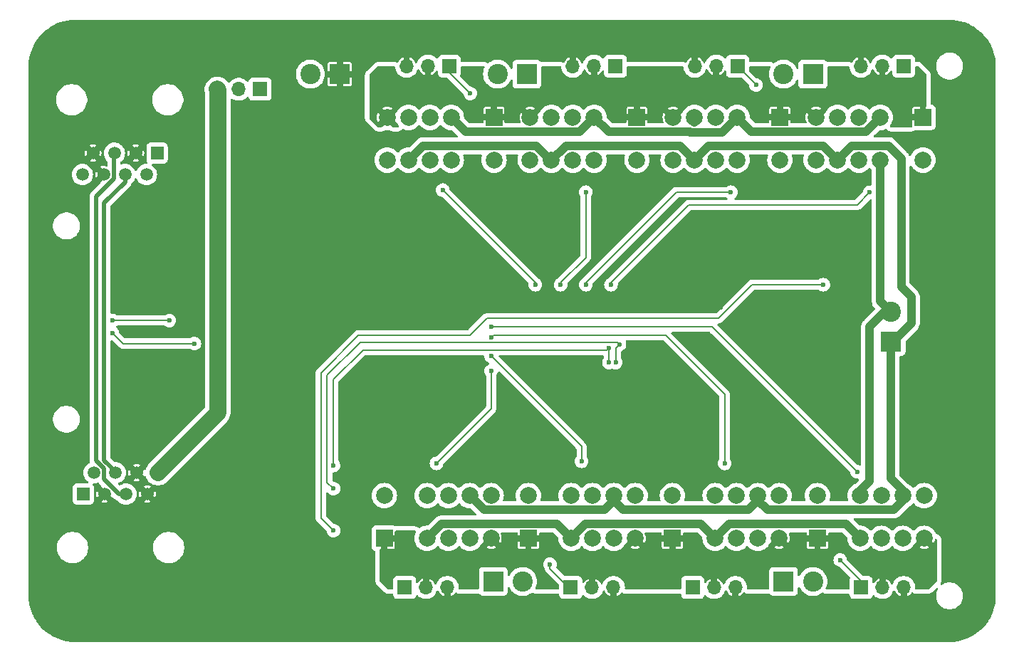
<source format=gbr>
%TF.GenerationSoftware,KiCad,Pcbnew,8.0.4*%
%TF.CreationDate,2024-08-08T00:40:07-04:00*%
%TF.ProjectId,pcb,7063622e-6b69-4636-9164-5f7063625858,1.1*%
%TF.SameCoordinates,Original*%
%TF.FileFunction,Copper,L2,Bot*%
%TF.FilePolarity,Positive*%
%FSLAX46Y46*%
G04 Gerber Fmt 4.6, Leading zero omitted, Abs format (unit mm)*
G04 Created by KiCad (PCBNEW 8.0.4) date 2024-08-08 00:40:07*
%MOMM*%
%LPD*%
G01*
G04 APERTURE LIST*
%TA.AperFunction,ComponentPad*%
%ADD10R,1.500000X1.500000*%
%TD*%
%TA.AperFunction,ComponentPad*%
%ADD11C,1.500000*%
%TD*%
%TA.AperFunction,ComponentPad*%
%ADD12R,2.400000X2.400000*%
%TD*%
%TA.AperFunction,ComponentPad*%
%ADD13C,2.400000*%
%TD*%
%TA.AperFunction,ComponentPad*%
%ADD14R,1.700000X1.700000*%
%TD*%
%TA.AperFunction,ComponentPad*%
%ADD15O,1.700000X1.700000*%
%TD*%
%TA.AperFunction,ComponentPad*%
%ADD16R,2.000000X2.000000*%
%TD*%
%TA.AperFunction,ComponentPad*%
%ADD17C,2.000000*%
%TD*%
%TA.AperFunction,ViaPad*%
%ADD18C,0.600000*%
%TD*%
%TA.AperFunction,Conductor*%
%ADD19C,0.200000*%
%TD*%
%TA.AperFunction,Conductor*%
%ADD20C,0.500000*%
%TD*%
%TA.AperFunction,Conductor*%
%ADD21C,2.000000*%
%TD*%
%TA.AperFunction,Conductor*%
%ADD22C,1.000000*%
%TD*%
G04 APERTURE END LIST*
D10*
%TO.P,J4,1*%
%TO.N,CAN-H*%
X156782500Y-58350000D03*
D11*
%TO.P,J4,2*%
%TO.N,CAN-L*%
X155512500Y-60890000D03*
%TO.P,J4,3*%
%TO.N,GND*%
X154242500Y-58350000D03*
%TO.P,J4,4*%
%TO.N,ALT-A*%
X152972500Y-60890000D03*
%TO.P,J4,5*%
%TO.N,ALT-B*%
X151702500Y-58350000D03*
%TO.P,J4,6*%
%TO.N,GND*%
X150432500Y-60890000D03*
%TO.P,J4,7*%
X149162500Y-58350000D03*
%TO.P,J4,8*%
%TO.N,VDDA*%
X147892500Y-60890000D03*
%TD*%
D10*
%TO.P,J3,1*%
%TO.N,CAN-H*%
X148000000Y-98900000D03*
D11*
%TO.P,J3,2*%
%TO.N,CAN-L*%
X149270000Y-96360000D03*
%TO.P,J3,3*%
%TO.N,GND*%
X150540000Y-98900000D03*
%TO.P,J3,4*%
%TO.N,ALT-A*%
X151810000Y-96360000D03*
%TO.P,J3,5*%
%TO.N,ALT-B*%
X153080000Y-98900000D03*
%TO.P,J3,6*%
%TO.N,GND*%
X154350000Y-96360000D03*
%TO.P,J3,7*%
X155620000Y-98900000D03*
%TO.P,J3,8*%
%TO.N,VDDA*%
X156890000Y-96360000D03*
%TD*%
D12*
%TO.P,J1,1,Pin_1*%
%TO.N,GND*%
X178500000Y-48950000D03*
D13*
%TO.P,J1,2,Pin_2*%
%TO.N,VDD*%
X175000000Y-48950000D03*
%TD*%
D14*
%TO.P,M7,1,PWM*%
%TO.N,Net-(M7-PWM)*%
X211275000Y-48000000D03*
D15*
%TO.P,M7,2,+*%
%TO.N,+5V*%
X208735000Y-48000000D03*
%TO.P,M7,3,-*%
%TO.N,GND*%
X206195000Y-48000000D03*
%TD*%
D14*
%TO.P,M6,1,PWM*%
%TO.N,Net-(M6-PWM)*%
X225790000Y-48000000D03*
D15*
%TO.P,M6,2,+*%
%TO.N,+5V*%
X223250000Y-48000000D03*
%TO.P,M6,3,-*%
%TO.N,GND*%
X220710000Y-48000000D03*
%TD*%
D14*
%TO.P,M5,1,PWM*%
%TO.N,Net-(M5-PWM)*%
X245540000Y-48000000D03*
D15*
%TO.P,M5,2,+*%
%TO.N,+5V*%
X243000000Y-48000000D03*
%TO.P,M5,3,-*%
%TO.N,GND*%
X240460000Y-48000000D03*
%TD*%
D14*
%TO.P,M4,1,PWM*%
%TO.N,Net-(M4-PWM)*%
X240475000Y-110000000D03*
D15*
%TO.P,M4,2,+*%
%TO.N,+5V*%
X243015000Y-110000000D03*
%TO.P,M4,3,-*%
%TO.N,GND*%
X245555000Y-110000000D03*
%TD*%
D14*
%TO.P,M3,1,PWM*%
%TO.N,Net-(M3-PWM)*%
X220460000Y-110000000D03*
D15*
%TO.P,M3,2,+*%
%TO.N,+5V*%
X223000000Y-110000000D03*
%TO.P,M3,3,-*%
%TO.N,GND*%
X225540000Y-110000000D03*
%TD*%
D14*
%TO.P,M2,1,PWM*%
%TO.N,Net-(M2-PWM)*%
X205960000Y-110000000D03*
D15*
%TO.P,M2,2,+*%
%TO.N,+5V*%
X208500000Y-110000000D03*
%TO.P,M2,3,-*%
%TO.N,GND*%
X211040000Y-110000000D03*
%TD*%
D14*
%TO.P,M1,1,PWM*%
%TO.N,Net-(M1-PWM)*%
X186210000Y-110000000D03*
D15*
%TO.P,M1,2,+*%
%TO.N,+5V*%
X188750000Y-110000000D03*
%TO.P,M1,3,-*%
%TO.N,GND*%
X191290000Y-110000000D03*
%TD*%
D12*
%TO.P,J8,1,Pin_1*%
%TO.N,FROG6*%
X200750000Y-48950000D03*
D13*
%TO.P,J8,2,Pin_2*%
%TO.N,FROG7*%
X197250000Y-48950000D03*
%TD*%
D12*
%TO.P,J7,1,Pin_1*%
%TO.N,FROG4*%
X234750000Y-48950000D03*
D13*
%TO.P,J7,2,Pin_2*%
%TO.N,FROG5*%
X231250000Y-48950000D03*
%TD*%
D12*
%TO.P,J6,1,Pin_1*%
%TO.N,FROG2*%
X231250000Y-109300000D03*
D13*
%TO.P,J6,2,Pin_2*%
%TO.N,FROG3*%
X234750000Y-109300000D03*
%TD*%
D12*
%TO.P,J5,1,Pin_1*%
%TO.N,FROG0*%
X196750000Y-109300000D03*
D13*
%TO.P,J5,2,Pin_2*%
%TO.N,FROG1*%
X200250000Y-109300000D03*
%TD*%
D16*
%TO.P,K4,1*%
%TO.N,+5V*%
X235292500Y-104157500D03*
D17*
%TO.P,K4,3*%
%TO.N,TP+*%
X240372500Y-104157500D03*
%TO.P,K4,4*%
%TO.N,FROG3*%
X242912500Y-104157500D03*
%TO.P,K4,5*%
%TO.N,TP-*%
X245452500Y-104157500D03*
%TO.P,K4,6*%
%TO.N,+5V*%
X247992500Y-104157500D03*
%TO.P,K4,7*%
%TO.N,Net-(D13-A)*%
X247992500Y-99077500D03*
%TO.P,K4,8*%
%TO.N,TP-*%
X245452500Y-99077500D03*
%TO.P,K4,9*%
%TO.N,FROG3*%
X242912500Y-99077500D03*
%TO.P,K4,10*%
%TO.N,TP+*%
X240372500Y-99077500D03*
%TO.P,K4,12*%
%TO.N,Net-(D14-A)*%
X235292500Y-99077500D03*
%TD*%
D16*
%TO.P,K3,1*%
%TO.N,+5V*%
X218042500Y-104157500D03*
D17*
%TO.P,K3,3*%
%TO.N,TP+*%
X223122500Y-104157500D03*
%TO.P,K3,4*%
%TO.N,FROG2*%
X225662500Y-104157500D03*
%TO.P,K3,5*%
%TO.N,TP-*%
X228202500Y-104157500D03*
%TO.P,K3,6*%
%TO.N,+5V*%
X230742500Y-104157500D03*
%TO.P,K3,7*%
%TO.N,Net-(D11-A)*%
X230742500Y-99077500D03*
%TO.P,K3,8*%
%TO.N,TP-*%
X228202500Y-99077500D03*
%TO.P,K3,9*%
%TO.N,FROG2*%
X225662500Y-99077500D03*
%TO.P,K3,10*%
%TO.N,TP+*%
X223122500Y-99077500D03*
%TO.P,K3,12*%
%TO.N,Net-(D12-A)*%
X218042500Y-99077500D03*
%TD*%
%TO.P,K2,12*%
%TO.N,Net-(D10-K)*%
X200922500Y-99077500D03*
%TO.P,K2,10*%
%TO.N,TP+*%
X206002500Y-99077500D03*
%TO.P,K2,9*%
%TO.N,FROG1*%
X208542500Y-99077500D03*
%TO.P,K2,8*%
%TO.N,TP-*%
X211082500Y-99077500D03*
%TO.P,K2,7*%
%TO.N,Net-(D5-A)*%
X213622500Y-99077500D03*
%TO.P,K2,6*%
%TO.N,+5V*%
X213622500Y-104157500D03*
%TO.P,K2,5*%
%TO.N,TP-*%
X211082500Y-104157500D03*
%TO.P,K2,4*%
%TO.N,FROG1*%
X208542500Y-104157500D03*
%TO.P,K2,3*%
%TO.N,TP+*%
X206002500Y-104157500D03*
D16*
%TO.P,K2,1*%
%TO.N,+5V*%
X200922500Y-104157500D03*
%TD*%
%TO.P,K8,1*%
%TO.N,+5V*%
X196830000Y-54092500D03*
D17*
%TO.P,K8,3*%
%TO.N,TP+*%
X191750000Y-54092500D03*
%TO.P,K8,4*%
%TO.N,FROG7*%
X189210000Y-54092500D03*
%TO.P,K8,5*%
%TO.N,TP-*%
X186670000Y-54092500D03*
%TO.P,K8,6*%
%TO.N,+5V*%
X184130000Y-54092500D03*
%TO.P,K8,7*%
%TO.N,Net-(D32-A)*%
X184130000Y-59172500D03*
%TO.P,K8,8*%
%TO.N,TP-*%
X186670000Y-59172500D03*
%TO.P,K8,9*%
%TO.N,FROG7*%
X189210000Y-59172500D03*
%TO.P,K8,10*%
%TO.N,TP+*%
X191750000Y-59172500D03*
%TO.P,K8,12*%
%TO.N,Net-(D33-A)*%
X196830000Y-59172500D03*
%TD*%
%TO.P,K6,12*%
%TO.N,Net-(D23-A)*%
X230830000Y-59172500D03*
%TO.P,K6,10*%
%TO.N,TP+*%
X225750000Y-59172500D03*
%TO.P,K6,9*%
%TO.N,FROG5*%
X223210000Y-59172500D03*
%TO.P,K6,8*%
%TO.N,TP-*%
X220670000Y-59172500D03*
%TO.P,K6,7*%
%TO.N,Net-(D22-A)*%
X218130000Y-59172500D03*
%TO.P,K6,6*%
%TO.N,+5V*%
X218130000Y-54092500D03*
%TO.P,K6,5*%
%TO.N,TP-*%
X220670000Y-54092500D03*
%TO.P,K6,4*%
%TO.N,FROG5*%
X223210000Y-54092500D03*
%TO.P,K6,3*%
%TO.N,TP+*%
X225750000Y-54092500D03*
D16*
%TO.P,K6,1*%
%TO.N,+5V*%
X230830000Y-54092500D03*
%TD*%
D17*
%TO.P,K5,12*%
%TO.N,Net-(D21-A)*%
X247830000Y-59172500D03*
%TO.P,K5,10*%
%TO.N,TP+*%
X242750000Y-59172500D03*
%TO.P,K5,9*%
%TO.N,FROG4*%
X240210000Y-59172500D03*
%TO.P,K5,8*%
%TO.N,TP-*%
X237670000Y-59172500D03*
%TO.P,K5,7*%
%TO.N,Net-(D20-A)*%
X235130000Y-59172500D03*
%TO.P,K5,6*%
%TO.N,+5V*%
X235130000Y-54092500D03*
%TO.P,K5,5*%
%TO.N,TP-*%
X237670000Y-54092500D03*
%TO.P,K5,4*%
%TO.N,FROG4*%
X240210000Y-54092500D03*
%TO.P,K5,3*%
%TO.N,TP+*%
X242750000Y-54092500D03*
D16*
%TO.P,K5,1*%
%TO.N,+5V*%
X247830000Y-54092500D03*
%TD*%
D14*
%TO.P,JP1,1,A*%
%TO.N,VDD*%
X169025000Y-50750000D03*
D15*
%TO.P,JP1,2,C*%
%TO.N,VCC*%
X166485000Y-50750000D03*
%TO.P,JP1,3,B*%
%TO.N,VDDA*%
X163945000Y-50750000D03*
%TD*%
D17*
%TO.P,K7,12*%
%TO.N,Net-(D31-A)*%
X213830000Y-59172500D03*
%TO.P,K7,10*%
%TO.N,TP+*%
X208750000Y-59172500D03*
%TO.P,K7,9*%
%TO.N,FROG6*%
X206210000Y-59172500D03*
%TO.P,K7,8*%
%TO.N,TP-*%
X203670000Y-59172500D03*
%TO.P,K7,7*%
%TO.N,Net-(D30-A)*%
X201130000Y-59172500D03*
%TO.P,K7,6*%
%TO.N,+5V*%
X201130000Y-54092500D03*
%TO.P,K7,5*%
%TO.N,TP-*%
X203670000Y-54092500D03*
%TO.P,K7,4*%
%TO.N,FROG6*%
X206210000Y-54092500D03*
%TO.P,K7,3*%
%TO.N,TP+*%
X208750000Y-54092500D03*
D16*
%TO.P,K7,1*%
%TO.N,+5V*%
X213830000Y-54092500D03*
%TD*%
%TO.P,K1,1*%
%TO.N,+5V*%
X183792500Y-104157500D03*
D17*
%TO.P,K1,3*%
%TO.N,TP+*%
X188872500Y-104157500D03*
%TO.P,K1,4*%
%TO.N,FROG0*%
X191412500Y-104157500D03*
%TO.P,K1,5*%
%TO.N,TP-*%
X193952500Y-104157500D03*
%TO.P,K1,6*%
%TO.N,+5V*%
X196492500Y-104157500D03*
%TO.P,K1,7*%
%TO.N,Net-(D3-A)*%
X196492500Y-99077500D03*
%TO.P,K1,8*%
%TO.N,TP-*%
X193952500Y-99077500D03*
%TO.P,K1,9*%
%TO.N,FROG0*%
X191412500Y-99077500D03*
%TO.P,K1,10*%
%TO.N,TP+*%
X188872500Y-99077500D03*
%TO.P,K1,12*%
%TO.N,Net-(D4-A)*%
X183792500Y-99077500D03*
%TD*%
D12*
%TO.P,J2,1,Pin_1*%
%TO.N,TP-*%
X244050000Y-80750000D03*
D13*
%TO.P,J2,2,Pin_2*%
%TO.N,TP+*%
X244050000Y-77250000D03*
%TD*%
D14*
%TO.P,M8,1,PWM*%
%TO.N,Net-(M8-PWM)*%
X191525000Y-48000000D03*
D15*
%TO.P,M8,2,+*%
%TO.N,+5V*%
X188985000Y-48000000D03*
%TO.P,M8,3,-*%
%TO.N,GND*%
X186445000Y-48000000D03*
%TD*%
D18*
%TO.N,I2C_SCL*%
X177750000Y-95500000D03*
%TO.N,I2C_SDA*%
X177739000Y-98250000D03*
%TO.N,GPIO_nRESET*%
X177750000Y-103250000D03*
%TO.N,GND*%
X160750000Y-60000000D03*
X158500000Y-58000000D03*
X158500000Y-62250000D03*
X161500000Y-87000000D03*
X161500000Y-83000000D03*
X159750000Y-74500000D03*
X159750000Y-71500000D03*
X162000000Y-73250000D03*
X161750000Y-70000000D03*
X166000000Y-77250000D03*
X166000000Y-73250000D03*
X166000000Y-70000000D03*
X168000000Y-71250000D03*
X168000000Y-75000000D03*
X170000000Y-76750000D03*
X170000000Y-73250000D03*
X170000000Y-69250000D03*
X179500000Y-71750000D03*
X182750000Y-71250000D03*
X181000000Y-69000000D03*
X182500000Y-66750000D03*
X186000000Y-66250000D03*
X179000000Y-67250000D03*
X180750000Y-65000000D03*
X181000000Y-59750000D03*
X154750000Y-93500000D03*
X166250000Y-67500000D03*
X167250000Y-66000000D03*
X166250000Y-64250000D03*
X167250000Y-61750000D03*
X160250000Y-66750000D03*
X158250000Y-79750000D03*
X160500000Y-100000000D03*
X160250000Y-96250000D03*
X157750000Y-91500000D03*
X157750000Y-86750000D03*
X157750000Y-83000000D03*
X153750000Y-68750000D03*
%TO.N,Net-(U6B--)*%
X151475000Y-78250000D03*
X158225000Y-78250000D03*
%TO.N,Net-(U6A--)*%
X161225000Y-81000000D03*
X151475000Y-79750000D03*
%TO.N,GND*%
X213250000Y-76500000D03*
X215000000Y-75250000D03*
X213000000Y-74000000D03*
X222000000Y-80000000D03*
X218750000Y-80000000D03*
X217250000Y-76750000D03*
X220750000Y-76750000D03*
X223750000Y-76750000D03*
X227000000Y-76750000D03*
X224000000Y-78750000D03*
X226750000Y-79500000D03*
X229500000Y-79500000D03*
X232000000Y-80500000D03*
X234750000Y-80500000D03*
X236750000Y-84750000D03*
X239250000Y-85250000D03*
X240000000Y-82500000D03*
X239250000Y-80500000D03*
X240000000Y-78500000D03*
X239250000Y-76500000D03*
X245750000Y-85750000D03*
X248250000Y-83500000D03*
X246250000Y-81250000D03*
X248000000Y-77250000D03*
X216000000Y-92000000D03*
X216000000Y-89250000D03*
X221750000Y-91500000D03*
X218750000Y-91500000D03*
X213250000Y-91500000D03*
X209750000Y-91500000D03*
X227000000Y-91500000D03*
X230250000Y-91500000D03*
X239500000Y-91500000D03*
X237000000Y-91500000D03*
X240250000Y-87750000D03*
X232750000Y-90500000D03*
X229000000Y-82250000D03*
X228500000Y-89250000D03*
X225250000Y-88250000D03*
X223250000Y-88250000D03*
X221250000Y-87250000D03*
X216250000Y-84750000D03*
X213000000Y-85500000D03*
X207500000Y-88500000D03*
X199750000Y-92000000D03*
X203000000Y-91500000D03*
X194500000Y-92250000D03*
X198500000Y-90000000D03*
X199250000Y-88000000D03*
X189750000Y-88250000D03*
X192250000Y-87250000D03*
X186250000Y-87250000D03*
X247250000Y-74000000D03*
X240500000Y-74000000D03*
X237750000Y-74000000D03*
X247250000Y-72000000D03*
X246750000Y-66750000D03*
X241000000Y-71250000D03*
X237750000Y-71250000D03*
X234000000Y-71750000D03*
X231500000Y-71000000D03*
X233000000Y-69000000D03*
X237000000Y-66250000D03*
X233000000Y-66500000D03*
X229000000Y-66250000D03*
X225750000Y-70000000D03*
X223750000Y-70250000D03*
X223500000Y-72250000D03*
X221250000Y-70750000D03*
X216500000Y-69750000D03*
X220000000Y-66500000D03*
X216000000Y-67000000D03*
X205250000Y-66500000D03*
X206500000Y-70000000D03*
X209000000Y-70000000D03*
X212000000Y-66500000D03*
X187000000Y-71000000D03*
X191000000Y-71500000D03*
X194250000Y-71500000D03*
X199250000Y-69250000D03*
X201750000Y-66500000D03*
X199000000Y-66500000D03*
X196250000Y-66500000D03*
%TO.N,Net-(M8-PWM)*%
X194000000Y-51250000D03*
X201750000Y-74000000D03*
X190750000Y-62750000D03*
%TO.N,Net-(M7-PWM)*%
X207750000Y-63000000D03*
X204750000Y-74000000D03*
%TO.N,I2C_SCL*%
X210500000Y-83250000D03*
X210500000Y-81500000D03*
%TO.N,Net-(M6-PWM)*%
X228000000Y-50250000D03*
X207750000Y-74000000D03*
X225000000Y-63000000D03*
%TO.N,Net-(M5-PWM)*%
X241500000Y-63000000D03*
X210750000Y-74000000D03*
%TO.N,Net-(M1-PWM)*%
X196500000Y-84250000D03*
%TO.N,Net-(M2-PWM)*%
X196500000Y-82500000D03*
%TO.N,Net-(M3-PWM)*%
X196500000Y-80250000D03*
%TO.N,Net-(M4-PWM)*%
X196500000Y-79000000D03*
%TO.N,I2C_SDA*%
X211300003Y-83250000D03*
X211750000Y-81100000D03*
%TO.N,Net-(M3-PWM)*%
X224250000Y-95250000D03*
%TO.N,Net-(M1-PWM)*%
X190000000Y-95250000D03*
%TO.N,Net-(M4-PWM)*%
X240000000Y-96250000D03*
X238000000Y-106750000D03*
%TO.N,Net-(M2-PWM)*%
X207250000Y-95000000D03*
X203500000Y-107250000D03*
%TO.N,GPIO_nRESET*%
X236000000Y-74000000D03*
%TD*%
D19*
%TO.N,GPIO_nRESET*%
X194000000Y-80000000D02*
X196000000Y-78000000D01*
X180724000Y-80000000D02*
X194000000Y-80000000D01*
X176250000Y-84474000D02*
X180724000Y-80000000D01*
X227515686Y-74000000D02*
X236000000Y-74000000D01*
X176250000Y-101750000D02*
X176250000Y-84474000D01*
X177750000Y-103250000D02*
X176250000Y-101750000D01*
X196000000Y-78000000D02*
X223515686Y-78000000D01*
X223515686Y-78000000D02*
X227515686Y-74000000D01*
%TO.N,I2C_SCL*%
X181250000Y-81750000D02*
X210250000Y-81750000D01*
X177750000Y-85250000D02*
X181250000Y-81750000D01*
X177750000Y-95500000D02*
X177750000Y-85250000D01*
X210250000Y-81750000D02*
X210500000Y-81500000D01*
%TO.N,I2C_SDA*%
X211500000Y-80850000D02*
X211750000Y-81100000D01*
X177000000Y-84750000D02*
X180900000Y-80850000D01*
X177000000Y-97511000D02*
X177000000Y-84750000D01*
X177739000Y-98250000D02*
X177000000Y-97511000D01*
X180900000Y-80850000D02*
X211500000Y-80850000D01*
%TO.N,Net-(U6B--)*%
X158225000Y-78250000D02*
X151475000Y-78250000D01*
%TO.N,Net-(U6A--)*%
X161225000Y-81000000D02*
X152725000Y-81000000D01*
X152725000Y-81000000D02*
X151475000Y-79750000D01*
D20*
%TO.N,ALT-A*%
X150500000Y-64250000D02*
X150500000Y-94902993D01*
X152972500Y-61777500D02*
X150500000Y-64250000D01*
X150500000Y-94902993D02*
X151810000Y-96212993D01*
X152972500Y-60890000D02*
X152972500Y-61777500D01*
X151810000Y-96212993D02*
X151810000Y-96360000D01*
%TO.N,ALT-B*%
X150470000Y-95862943D02*
X150470000Y-97132943D01*
X149500000Y-63519557D02*
X149500000Y-94892943D01*
X151632500Y-61387057D02*
X149500000Y-63519557D01*
X149500000Y-94892943D02*
X150470000Y-95862943D01*
X151632500Y-58420000D02*
X151632500Y-61387057D01*
X152237057Y-98900000D02*
X153080000Y-98900000D01*
X151702500Y-58350000D02*
X151632500Y-58420000D01*
X150470000Y-97132943D02*
X152237057Y-98900000D01*
D21*
%TO.N,VDDA*%
X164000000Y-50805000D02*
X164000000Y-89250000D01*
X163945000Y-50750000D02*
X164000000Y-50805000D01*
X164000000Y-89250000D02*
X156890000Y-96360000D01*
D19*
%TO.N,Net-(M8-PWM)*%
X201750000Y-73750000D02*
X201750000Y-74000000D01*
X190750000Y-62750000D02*
X201750000Y-73750000D01*
%TO.N,Net-(M7-PWM)*%
X204750000Y-74000000D02*
X204750000Y-73750000D01*
X204750000Y-73750000D02*
X207750000Y-70750000D01*
X207750000Y-70750000D02*
X207750000Y-63000000D01*
%TO.N,Net-(M6-PWM)*%
X207750000Y-73750000D02*
X218500000Y-63000000D01*
X218500000Y-63000000D02*
X225000000Y-63000000D01*
X207750000Y-74000000D02*
X207750000Y-73750000D01*
%TO.N,Net-(M5-PWM)*%
X220000000Y-64500000D02*
X240000000Y-64500000D01*
X240000000Y-64500000D02*
X241500000Y-63000000D01*
X210750000Y-73750000D02*
X220000000Y-64500000D01*
X210750000Y-74000000D02*
X210750000Y-73750000D01*
%TO.N,I2C_SDA*%
X211300003Y-81549997D02*
X211300003Y-83250000D01*
X211750000Y-81100000D02*
X211300003Y-81549997D01*
%TO.N,Net-(M3-PWM)*%
X224250000Y-87000000D02*
X224250000Y-95250000D01*
X217250000Y-80000000D02*
X224250000Y-87000000D01*
X196750000Y-80000000D02*
X217250000Y-80000000D01*
X196500000Y-80250000D02*
X196750000Y-80000000D01*
%TO.N,I2C_SCL*%
X210500000Y-81500000D02*
X210500000Y-83250000D01*
%TO.N,Net-(M1-PWM)*%
X196500000Y-88750000D02*
X196500000Y-84250000D01*
X190000000Y-95250000D02*
X196500000Y-88750000D01*
%TO.N,Net-(M2-PWM)*%
X207250000Y-93250000D02*
X196500000Y-82500000D01*
X207250000Y-95000000D02*
X207250000Y-93250000D01*
%TO.N,Net-(M4-PWM)*%
X240000000Y-96250000D02*
X222750000Y-79000000D01*
X222750000Y-79000000D02*
X196500000Y-79000000D01*
%TO.N,Net-(M8-PWM)*%
X191525000Y-48775000D02*
X191525000Y-48000000D01*
X194000000Y-51250000D02*
X191525000Y-48775000D01*
%TO.N,Net-(M6-PWM)*%
X225790000Y-48040000D02*
X225790000Y-48000000D01*
X228000000Y-50250000D02*
X225790000Y-48040000D01*
%TO.N,Net-(M2-PWM)*%
X203500000Y-107790000D02*
X205960000Y-110250000D01*
X203500000Y-107250000D02*
X203500000Y-107790000D01*
%TO.N,Net-(M4-PWM)*%
X240475000Y-109225000D02*
X238000000Y-106750000D01*
X240475000Y-110250000D02*
X240475000Y-109225000D01*
D22*
%TO.N,TP+*%
X227450000Y-55792500D02*
X225750000Y-54092500D01*
X241050000Y-55792500D02*
X227450000Y-55792500D01*
X242750000Y-54092500D02*
X241050000Y-55792500D01*
X210450000Y-55792500D02*
X208750000Y-54092500D01*
X220172944Y-55863770D02*
X220101674Y-55792500D01*
X220101674Y-55792500D02*
X210450000Y-55792500D01*
X223978730Y-55863770D02*
X220172944Y-55863770D01*
X225750000Y-54092500D02*
X223978730Y-55863770D01*
X193450000Y-55792500D02*
X191750000Y-54092500D01*
X207050000Y-55792500D02*
X193450000Y-55792500D01*
X208750000Y-54092500D02*
X207050000Y-55792500D01*
%TO.N,TP-*%
X188370000Y-57472500D02*
X186670000Y-59172500D01*
X203534164Y-59172500D02*
X201834164Y-57472500D01*
X201834164Y-57472500D02*
X188370000Y-57472500D01*
X203670000Y-59172500D02*
X203534164Y-59172500D01*
X209454164Y-57472500D02*
X205370000Y-57472500D01*
X209481664Y-57500000D02*
X209454164Y-57472500D01*
X205370000Y-57472500D02*
X203670000Y-59172500D01*
X220670000Y-59170000D02*
X218972500Y-57472500D01*
X213098336Y-57500000D02*
X209481664Y-57500000D01*
X220670000Y-59172500D02*
X220670000Y-59170000D01*
X218972500Y-57472500D02*
X213125836Y-57472500D01*
X213125836Y-57472500D02*
X213098336Y-57500000D01*
X222370000Y-57472500D02*
X220670000Y-59172500D01*
X235970000Y-57472500D02*
X222370000Y-57472500D01*
X237670000Y-59172500D02*
X235970000Y-57472500D01*
X239370000Y-57472500D02*
X237670000Y-59172500D01*
X243777500Y-57472500D02*
X239370000Y-57472500D01*
X245250000Y-59000000D02*
X243777500Y-57527500D01*
X245250000Y-74250000D02*
X245250000Y-59000000D01*
X246450000Y-75450000D02*
X245250000Y-74250000D01*
X246450000Y-78575000D02*
X246450000Y-75450000D01*
X244275000Y-80750000D02*
X246450000Y-78575000D01*
X243777500Y-57527500D02*
X243777500Y-57472500D01*
X244050000Y-80750000D02*
X244275000Y-80750000D01*
%TO.N,TP+*%
X224822500Y-102457500D02*
X223122500Y-104157500D01*
X238672500Y-102457500D02*
X224822500Y-102457500D01*
X240372500Y-104157500D02*
X238672500Y-102457500D01*
X207702500Y-102457500D02*
X206002500Y-104157500D01*
X221422500Y-102457500D02*
X207702500Y-102457500D01*
X223122500Y-104157500D02*
X221422500Y-102457500D01*
X190572500Y-102457500D02*
X204302500Y-102457500D01*
X204302500Y-102457500D02*
X206002500Y-104157500D01*
X188872500Y-104157500D02*
X190572500Y-102457500D01*
%TO.N,TP-*%
X209953770Y-100777500D02*
X195652500Y-100777500D01*
X211082500Y-99648770D02*
X209953770Y-100777500D01*
X195652500Y-100777500D02*
X193952500Y-99077500D01*
X245452500Y-98506230D02*
X244000000Y-97053730D01*
X245452500Y-99077500D02*
X245452500Y-98506230D01*
%TO.N,TP+*%
X240372500Y-98506230D02*
X241500000Y-97378730D01*
X240372500Y-99077500D02*
X240372500Y-98506230D01*
%TO.N,TP-*%
X220670000Y-54663770D02*
X220670000Y-54092500D01*
X211082500Y-99648770D02*
X211082500Y-99077500D01*
X228202500Y-99648770D02*
X228202500Y-99077500D01*
%TO.N,TP+*%
X241500000Y-97378730D02*
X241500000Y-79000000D01*
X242750000Y-59172500D02*
X242750000Y-75950000D01*
%TO.N,TP-*%
X244000000Y-80800000D02*
X244050000Y-80750000D01*
X244000000Y-97053730D02*
X244000000Y-80800000D01*
%TO.N,TP+*%
X243250000Y-77250000D02*
X244050000Y-77250000D01*
X241500000Y-79000000D02*
X243250000Y-77250000D01*
X242750000Y-75950000D02*
X244050000Y-77250000D01*
%TO.N,TP-*%
X212211230Y-100777500D02*
X211082500Y-99648770D01*
X227073770Y-100777500D02*
X212211230Y-100777500D01*
X228202500Y-99648770D02*
X227073770Y-100777500D01*
X229331230Y-100777500D02*
X228202500Y-99648770D01*
X244323770Y-100777500D02*
X229331230Y-100777500D01*
X245452500Y-99077500D02*
X245452500Y-99648770D01*
X245452500Y-99648770D02*
X244323770Y-100777500D01*
%TD*%
%TA.AperFunction,Conductor*%
%TO.N,+5V*%
G36*
X185034733Y-48019685D02*
G01*
X185080488Y-48072489D01*
X185091270Y-48113760D01*
X185100434Y-48224359D01*
X185100436Y-48224371D01*
X185155703Y-48442614D01*
X185246140Y-48648792D01*
X185369276Y-48837265D01*
X185369284Y-48837276D01*
X185508866Y-48988900D01*
X185521760Y-49002906D01*
X185699424Y-49141189D01*
X185699425Y-49141189D01*
X185699427Y-49141191D01*
X185742196Y-49164336D01*
X185897426Y-49248342D01*
X186110365Y-49321444D01*
X186332431Y-49358500D01*
X186557569Y-49358500D01*
X186779635Y-49321444D01*
X186992574Y-49248342D01*
X187190576Y-49141189D01*
X187368240Y-49002906D01*
X187520722Y-48837268D01*
X187643860Y-48648791D01*
X187734296Y-48442616D01*
X187734298Y-48442604D01*
X187735964Y-48437758D01*
X187737455Y-48438270D01*
X187769372Y-48384210D01*
X187831783Y-48352800D01*
X187901268Y-48360118D01*
X187955767Y-48403841D01*
X187965064Y-48419510D01*
X188045754Y-48581556D01*
X188168608Y-48744242D01*
X188319260Y-48881578D01*
X188492586Y-48988898D01*
X188492591Y-48988900D01*
X188610000Y-49034384D01*
X188610000Y-48332106D01*
X188677993Y-48400099D01*
X188792007Y-48465925D01*
X188919174Y-48500000D01*
X189050826Y-48500000D01*
X189177993Y-48465925D01*
X189292007Y-48400099D01*
X189360000Y-48332106D01*
X189360000Y-49034383D01*
X189477408Y-48988900D01*
X189477413Y-48988898D01*
X189650739Y-48881578D01*
X189801391Y-48744242D01*
X189924245Y-48581557D01*
X189931499Y-48566989D01*
X189979001Y-48515751D01*
X190046663Y-48498329D01*
X190113004Y-48520253D01*
X190156960Y-48574564D01*
X190166500Y-48622259D01*
X190166500Y-48898654D01*
X190173011Y-48959202D01*
X190173011Y-48959204D01*
X190224111Y-49096204D01*
X190311739Y-49213261D01*
X190428796Y-49300889D01*
X190565799Y-49351989D01*
X190593050Y-49354918D01*
X190626345Y-49358499D01*
X190626362Y-49358500D01*
X191196589Y-49358500D01*
X191263628Y-49378185D01*
X191284270Y-49394819D01*
X193161661Y-51272210D01*
X193195146Y-51333533D01*
X193197200Y-51346007D01*
X193206781Y-51431041D01*
X193266957Y-51603016D01*
X193266958Y-51603017D01*
X193363889Y-51757281D01*
X193492719Y-51886111D01*
X193646985Y-51983043D01*
X193818953Y-52043217D01*
X193818958Y-52043218D01*
X193999996Y-52063616D01*
X194000000Y-52063616D01*
X194000004Y-52063616D01*
X194181041Y-52043218D01*
X194181044Y-52043217D01*
X194181047Y-52043217D01*
X194353015Y-51983043D01*
X194507281Y-51886111D01*
X194636111Y-51757281D01*
X194733043Y-51603015D01*
X194793217Y-51431047D01*
X194813616Y-51250000D01*
X194793217Y-51068953D01*
X194733043Y-50896985D01*
X194636111Y-50742719D01*
X194507281Y-50613889D01*
X194486590Y-50600888D01*
X194353016Y-50516957D01*
X194181041Y-50456781D01*
X194096007Y-50447200D01*
X194031593Y-50420133D01*
X194022210Y-50411661D01*
X192849449Y-49238900D01*
X192815964Y-49177577D01*
X192820948Y-49107885D01*
X192824135Y-49100906D01*
X192876987Y-48959207D01*
X192876988Y-48959204D01*
X192876989Y-48959201D01*
X192880591Y-48925692D01*
X192883499Y-48898654D01*
X192883500Y-48898637D01*
X192883500Y-48124000D01*
X192903185Y-48056961D01*
X192955989Y-48011206D01*
X193007500Y-48000000D01*
X195610902Y-48000000D01*
X195677941Y-48019685D01*
X195723696Y-48072489D01*
X195733640Y-48141647D01*
X195718289Y-48186000D01*
X195706378Y-48206630D01*
X195612828Y-48444993D01*
X195612822Y-48445012D01*
X195555844Y-48694651D01*
X195555843Y-48694656D01*
X195536709Y-48949995D01*
X195536709Y-48950004D01*
X195555843Y-49205343D01*
X195555844Y-49205348D01*
X195612822Y-49454987D01*
X195612824Y-49454996D01*
X195612826Y-49455001D01*
X195706378Y-49693369D01*
X195834413Y-49915131D01*
X195957082Y-50068953D01*
X195994072Y-50115338D01*
X196139208Y-50250003D01*
X196181781Y-50289505D01*
X196393355Y-50433754D01*
X196393360Y-50433756D01*
X196393361Y-50433757D01*
X196393362Y-50433758D01*
X196515890Y-50492764D01*
X196624061Y-50544856D01*
X196624062Y-50544856D01*
X196624065Y-50544858D01*
X196868757Y-50620335D01*
X196868758Y-50620335D01*
X196868761Y-50620336D01*
X197121958Y-50658499D01*
X197121963Y-50658499D01*
X197121966Y-50658500D01*
X197121967Y-50658500D01*
X197378033Y-50658500D01*
X197378034Y-50658500D01*
X197421232Y-50651989D01*
X197631238Y-50620336D01*
X197631239Y-50620335D01*
X197631243Y-50620335D01*
X197875935Y-50544858D01*
X198106646Y-50433754D01*
X198318219Y-50289505D01*
X198505931Y-50115334D01*
X198665587Y-49915131D01*
X198793622Y-49693369D01*
X198802072Y-49671836D01*
X198844886Y-49616625D01*
X198910756Y-49593324D01*
X198978767Y-49609333D01*
X199027326Y-49659570D01*
X199041500Y-49717140D01*
X199041500Y-50198654D01*
X199048011Y-50259202D01*
X199048011Y-50259204D01*
X199080388Y-50346007D01*
X199099111Y-50396204D01*
X199186739Y-50513261D01*
X199303796Y-50600889D01*
X199440799Y-50651989D01*
X199468050Y-50654918D01*
X199501345Y-50658499D01*
X199501362Y-50658500D01*
X201998638Y-50658500D01*
X201998654Y-50658499D01*
X202025692Y-50655591D01*
X202059201Y-50651989D01*
X202196204Y-50600889D01*
X202313261Y-50513261D01*
X202400889Y-50396204D01*
X202451989Y-50259201D01*
X202455591Y-50225692D01*
X202458499Y-50198654D01*
X202458500Y-50198637D01*
X202458500Y-48124000D01*
X202478185Y-48056961D01*
X202530989Y-48011206D01*
X202582500Y-48000000D01*
X204717694Y-48000000D01*
X204784733Y-48019685D01*
X204830488Y-48072489D01*
X204841270Y-48113760D01*
X204850434Y-48224359D01*
X204850436Y-48224371D01*
X204905703Y-48442614D01*
X204996140Y-48648792D01*
X205119276Y-48837265D01*
X205119284Y-48837276D01*
X205258866Y-48988900D01*
X205271760Y-49002906D01*
X205449424Y-49141189D01*
X205449425Y-49141189D01*
X205449427Y-49141191D01*
X205492196Y-49164336D01*
X205647426Y-49248342D01*
X205860365Y-49321444D01*
X206082431Y-49358500D01*
X206307569Y-49358500D01*
X206529635Y-49321444D01*
X206742574Y-49248342D01*
X206940576Y-49141189D01*
X207118240Y-49002906D01*
X207270722Y-48837268D01*
X207393860Y-48648791D01*
X207484296Y-48442616D01*
X207484298Y-48442604D01*
X207485964Y-48437758D01*
X207487455Y-48438270D01*
X207519372Y-48384210D01*
X207581783Y-48352800D01*
X207651268Y-48360118D01*
X207705767Y-48403841D01*
X207715064Y-48419510D01*
X207795754Y-48581556D01*
X207918608Y-48744242D01*
X208069260Y-48881578D01*
X208242586Y-48988898D01*
X208242591Y-48988900D01*
X208360000Y-49034384D01*
X208360000Y-48332106D01*
X208427993Y-48400099D01*
X208542007Y-48465925D01*
X208669174Y-48500000D01*
X208800826Y-48500000D01*
X208927993Y-48465925D01*
X209042007Y-48400099D01*
X209110000Y-48332106D01*
X209110000Y-49034383D01*
X209227408Y-48988900D01*
X209227413Y-48988898D01*
X209400739Y-48881578D01*
X209551391Y-48744242D01*
X209674245Y-48581557D01*
X209681499Y-48566989D01*
X209729001Y-48515751D01*
X209796663Y-48498329D01*
X209863004Y-48520253D01*
X209906960Y-48574564D01*
X209916500Y-48622259D01*
X209916500Y-48898654D01*
X209923011Y-48959202D01*
X209923011Y-48959204D01*
X209974111Y-49096204D01*
X210061739Y-49213261D01*
X210178796Y-49300889D01*
X210315799Y-49351989D01*
X210343050Y-49354918D01*
X210376345Y-49358499D01*
X210376362Y-49358500D01*
X212173638Y-49358500D01*
X212173654Y-49358499D01*
X212200692Y-49355591D01*
X212234201Y-49351989D01*
X212371204Y-49300889D01*
X212488261Y-49213261D01*
X212575889Y-49096204D01*
X212626989Y-48959201D01*
X212630591Y-48925692D01*
X212633499Y-48898654D01*
X212633500Y-48898637D01*
X212633500Y-48124000D01*
X212653185Y-48056961D01*
X212705989Y-48011206D01*
X212757500Y-48000000D01*
X219232694Y-48000000D01*
X219299733Y-48019685D01*
X219345488Y-48072489D01*
X219356270Y-48113760D01*
X219365434Y-48224359D01*
X219365436Y-48224371D01*
X219420703Y-48442614D01*
X219511140Y-48648792D01*
X219634276Y-48837265D01*
X219634284Y-48837276D01*
X219773866Y-48988900D01*
X219786760Y-49002906D01*
X219964424Y-49141189D01*
X219964425Y-49141189D01*
X219964427Y-49141191D01*
X220007196Y-49164336D01*
X220162426Y-49248342D01*
X220375365Y-49321444D01*
X220597431Y-49358500D01*
X220822569Y-49358500D01*
X221044635Y-49321444D01*
X221257574Y-49248342D01*
X221455576Y-49141189D01*
X221633240Y-49002906D01*
X221785722Y-48837268D01*
X221908860Y-48648791D01*
X221999296Y-48442616D01*
X221999298Y-48442604D01*
X222000964Y-48437758D01*
X222002455Y-48438270D01*
X222034372Y-48384210D01*
X222096783Y-48352800D01*
X222166268Y-48360118D01*
X222220767Y-48403841D01*
X222230064Y-48419510D01*
X222310754Y-48581556D01*
X222433608Y-48744242D01*
X222584260Y-48881578D01*
X222757586Y-48988898D01*
X222757591Y-48988900D01*
X222875000Y-49034384D01*
X222875000Y-48332106D01*
X222942993Y-48400099D01*
X223057007Y-48465925D01*
X223184174Y-48500000D01*
X223315826Y-48500000D01*
X223442993Y-48465925D01*
X223557007Y-48400099D01*
X223625000Y-48332106D01*
X223625000Y-49034383D01*
X223742408Y-48988900D01*
X223742413Y-48988898D01*
X223915739Y-48881578D01*
X224066391Y-48744242D01*
X224189245Y-48581557D01*
X224196499Y-48566989D01*
X224244001Y-48515751D01*
X224311663Y-48498329D01*
X224378004Y-48520253D01*
X224421960Y-48574564D01*
X224431500Y-48622259D01*
X224431500Y-48898654D01*
X224438011Y-48959202D01*
X224438011Y-48959204D01*
X224489111Y-49096204D01*
X224576739Y-49213261D01*
X224693796Y-49300889D01*
X224830799Y-49351989D01*
X224858050Y-49354918D01*
X224891345Y-49358499D01*
X224891362Y-49358500D01*
X226196589Y-49358500D01*
X226263628Y-49378185D01*
X226284270Y-49394819D01*
X227161661Y-50272210D01*
X227195146Y-50333533D01*
X227197200Y-50346007D01*
X227206781Y-50431041D01*
X227266957Y-50603016D01*
X227354738Y-50742718D01*
X227363889Y-50757281D01*
X227492719Y-50886111D01*
X227646985Y-50983043D01*
X227818953Y-51043217D01*
X227818958Y-51043218D01*
X227999996Y-51063616D01*
X228000000Y-51063616D01*
X228000004Y-51063616D01*
X228181041Y-51043218D01*
X228181044Y-51043217D01*
X228181047Y-51043217D01*
X228353015Y-50983043D01*
X228507281Y-50886111D01*
X228636111Y-50757281D01*
X228733043Y-50603015D01*
X228793217Y-50431047D01*
X228794447Y-50420133D01*
X228813616Y-50250003D01*
X228813616Y-50249996D01*
X228793218Y-50068958D01*
X228793217Y-50068953D01*
X228733043Y-49896985D01*
X228636111Y-49742719D01*
X228507281Y-49613889D01*
X228474552Y-49593324D01*
X228353016Y-49516957D01*
X228181041Y-49456781D01*
X228096007Y-49447200D01*
X228031593Y-49420133D01*
X228022210Y-49411661D01*
X227184819Y-48574270D01*
X227151334Y-48512947D01*
X227148500Y-48486589D01*
X227148500Y-48124000D01*
X227168185Y-48056961D01*
X227220989Y-48011206D01*
X227272500Y-48000000D01*
X229610902Y-48000000D01*
X229677941Y-48019685D01*
X229723696Y-48072489D01*
X229733640Y-48141647D01*
X229718289Y-48186000D01*
X229706378Y-48206630D01*
X229612828Y-48444993D01*
X229612822Y-48445012D01*
X229555844Y-48694651D01*
X229555843Y-48694656D01*
X229536709Y-48949995D01*
X229536709Y-48950004D01*
X229555843Y-49205343D01*
X229555844Y-49205348D01*
X229612822Y-49454987D01*
X229612824Y-49454996D01*
X229612826Y-49455001D01*
X229706378Y-49693369D01*
X229834413Y-49915131D01*
X229957082Y-50068953D01*
X229994072Y-50115338D01*
X230139208Y-50250003D01*
X230181781Y-50289505D01*
X230393355Y-50433754D01*
X230393360Y-50433756D01*
X230393361Y-50433757D01*
X230393362Y-50433758D01*
X230515890Y-50492764D01*
X230624061Y-50544856D01*
X230624062Y-50544856D01*
X230624065Y-50544858D01*
X230868757Y-50620335D01*
X230868758Y-50620335D01*
X230868761Y-50620336D01*
X231121958Y-50658499D01*
X231121963Y-50658499D01*
X231121966Y-50658500D01*
X231121967Y-50658500D01*
X231378033Y-50658500D01*
X231378034Y-50658500D01*
X231421232Y-50651989D01*
X231631238Y-50620336D01*
X231631239Y-50620335D01*
X231631243Y-50620335D01*
X231875935Y-50544858D01*
X232106646Y-50433754D01*
X232318219Y-50289505D01*
X232505931Y-50115334D01*
X232665587Y-49915131D01*
X232793622Y-49693369D01*
X232802072Y-49671836D01*
X232844886Y-49616625D01*
X232910756Y-49593324D01*
X232978767Y-49609333D01*
X233027326Y-49659570D01*
X233041500Y-49717140D01*
X233041500Y-50198654D01*
X233048011Y-50259202D01*
X233048011Y-50259204D01*
X233080388Y-50346007D01*
X233099111Y-50396204D01*
X233186739Y-50513261D01*
X233303796Y-50600889D01*
X233440799Y-50651989D01*
X233468050Y-50654918D01*
X233501345Y-50658499D01*
X233501362Y-50658500D01*
X235998638Y-50658500D01*
X235998654Y-50658499D01*
X236025692Y-50655591D01*
X236059201Y-50651989D01*
X236196204Y-50600889D01*
X236313261Y-50513261D01*
X236400889Y-50396204D01*
X236451989Y-50259201D01*
X236455591Y-50225692D01*
X236458499Y-50198654D01*
X236458500Y-50198637D01*
X236458500Y-48124000D01*
X236478185Y-48056961D01*
X236530989Y-48011206D01*
X236582500Y-48000000D01*
X238982694Y-48000000D01*
X239049733Y-48019685D01*
X239095488Y-48072489D01*
X239106270Y-48113760D01*
X239115434Y-48224359D01*
X239115436Y-48224371D01*
X239170703Y-48442614D01*
X239261140Y-48648792D01*
X239384276Y-48837265D01*
X239384284Y-48837276D01*
X239523866Y-48988900D01*
X239536760Y-49002906D01*
X239714424Y-49141189D01*
X239714425Y-49141189D01*
X239714427Y-49141191D01*
X239757196Y-49164336D01*
X239912426Y-49248342D01*
X240125365Y-49321444D01*
X240347431Y-49358500D01*
X240572569Y-49358500D01*
X240794635Y-49321444D01*
X241007574Y-49248342D01*
X241205576Y-49141189D01*
X241383240Y-49002906D01*
X241535722Y-48837268D01*
X241658860Y-48648791D01*
X241749296Y-48442616D01*
X241749298Y-48442604D01*
X241750964Y-48437758D01*
X241752455Y-48438270D01*
X241784372Y-48384210D01*
X241846783Y-48352800D01*
X241916268Y-48360118D01*
X241970767Y-48403841D01*
X241980064Y-48419510D01*
X242060754Y-48581556D01*
X242183608Y-48744242D01*
X242334260Y-48881578D01*
X242507586Y-48988898D01*
X242507591Y-48988900D01*
X242625000Y-49034384D01*
X242625000Y-48332106D01*
X242692993Y-48400099D01*
X242807007Y-48465925D01*
X242934174Y-48500000D01*
X243065826Y-48500000D01*
X243192993Y-48465925D01*
X243307007Y-48400099D01*
X243375000Y-48332106D01*
X243375000Y-49034383D01*
X243492408Y-48988900D01*
X243492413Y-48988898D01*
X243665739Y-48881578D01*
X243816391Y-48744242D01*
X243939245Y-48581557D01*
X243946499Y-48566989D01*
X243994001Y-48515751D01*
X244061663Y-48498329D01*
X244128004Y-48520253D01*
X244171960Y-48574564D01*
X244181500Y-48622259D01*
X244181500Y-48898654D01*
X244188011Y-48959202D01*
X244188011Y-48959204D01*
X244239111Y-49096204D01*
X244326739Y-49213261D01*
X244443796Y-49300889D01*
X244580799Y-49351989D01*
X244608050Y-49354918D01*
X244641345Y-49358499D01*
X244641362Y-49358500D01*
X246438638Y-49358500D01*
X246438654Y-49358499D01*
X246465692Y-49355591D01*
X246499201Y-49351989D01*
X246636204Y-49300889D01*
X246753261Y-49213261D01*
X246840889Y-49096204D01*
X246891989Y-48959201D01*
X246895591Y-48925692D01*
X246898499Y-48898654D01*
X246898500Y-48898637D01*
X246898500Y-48124000D01*
X246918185Y-48056961D01*
X246970989Y-48011206D01*
X247022500Y-48000000D01*
X247198638Y-48000000D01*
X247265677Y-48019685D01*
X247286319Y-48036319D01*
X248213681Y-48963681D01*
X248247166Y-49025004D01*
X248250000Y-49051362D01*
X248250000Y-52746138D01*
X248230315Y-52813177D01*
X248213681Y-52833819D01*
X248205000Y-52842500D01*
X248205000Y-53760394D01*
X248137007Y-53692401D01*
X248022993Y-53626575D01*
X247895826Y-53592500D01*
X247764174Y-53592500D01*
X247637007Y-53626575D01*
X247522993Y-53692401D01*
X247429901Y-53785493D01*
X247364075Y-53899507D01*
X247330000Y-54026674D01*
X247330000Y-54158326D01*
X247364075Y-54285493D01*
X247429901Y-54399507D01*
X247497894Y-54467500D01*
X246580000Y-54467500D01*
X246580000Y-55123216D01*
X246577902Y-55123216D01*
X246566654Y-55182500D01*
X246518586Y-55233207D01*
X246456274Y-55250000D01*
X244014187Y-55250000D01*
X243947148Y-55230315D01*
X243901393Y-55177511D01*
X243891449Y-55108353D01*
X243919897Y-55045468D01*
X243974176Y-54981916D01*
X244098240Y-54779463D01*
X244101003Y-54772794D01*
X244189104Y-54560097D01*
X244189104Y-54560096D01*
X244189105Y-54560094D01*
X244244535Y-54329211D01*
X244263165Y-54092500D01*
X244244535Y-53855789D01*
X244189105Y-53624906D01*
X244189104Y-53624903D01*
X244189104Y-53624902D01*
X244098242Y-53405540D01*
X244098240Y-53405537D01*
X243974179Y-53203089D01*
X243974178Y-53203086D01*
X243925710Y-53146338D01*
X243858693Y-53067871D01*
X246580000Y-53067871D01*
X246580000Y-53717500D01*
X247455000Y-53717500D01*
X247455000Y-52842500D01*
X246805373Y-52842500D01*
X246732459Y-52857003D01*
X246732455Y-52857005D01*
X246649760Y-52912260D01*
X246594505Y-52994955D01*
X246594503Y-52994959D01*
X246580000Y-53067871D01*
X243858693Y-53067871D01*
X243819969Y-53022531D01*
X243690858Y-52912260D01*
X243639413Y-52868321D01*
X243639410Y-52868320D01*
X243436962Y-52744259D01*
X243436959Y-52744257D01*
X243217596Y-52653395D01*
X242986714Y-52597965D01*
X242750000Y-52579335D01*
X242513285Y-52597965D01*
X242282404Y-52653395D01*
X242282402Y-52653395D01*
X242063040Y-52744257D01*
X242063037Y-52744259D01*
X241860589Y-52868320D01*
X241860586Y-52868321D01*
X241680031Y-53022531D01*
X241574290Y-53146338D01*
X241515783Y-53184531D01*
X241445915Y-53185029D01*
X241386869Y-53147676D01*
X241385710Y-53146338D01*
X241279969Y-53022531D01*
X241150858Y-52912260D01*
X241099413Y-52868321D01*
X241099410Y-52868320D01*
X240896962Y-52744259D01*
X240896959Y-52744257D01*
X240677596Y-52653395D01*
X240446714Y-52597965D01*
X240210000Y-52579335D01*
X239973285Y-52597965D01*
X239742404Y-52653395D01*
X239742402Y-52653395D01*
X239523040Y-52744257D01*
X239523037Y-52744259D01*
X239320589Y-52868320D01*
X239320586Y-52868321D01*
X239140031Y-53022531D01*
X239034290Y-53146338D01*
X238975783Y-53184531D01*
X238905915Y-53185029D01*
X238846869Y-53147676D01*
X238845710Y-53146338D01*
X238739969Y-53022531D01*
X238610858Y-52912260D01*
X238559413Y-52868321D01*
X238559410Y-52868320D01*
X238356962Y-52744259D01*
X238356959Y-52744257D01*
X238137596Y-52653395D01*
X237906714Y-52597965D01*
X237670000Y-52579335D01*
X237433285Y-52597965D01*
X237202404Y-52653395D01*
X237202402Y-52653395D01*
X236983040Y-52744257D01*
X236983037Y-52744259D01*
X236780589Y-52868320D01*
X236780586Y-52868321D01*
X236600031Y-53022531D01*
X236445821Y-53203086D01*
X236445820Y-53203089D01*
X236321759Y-53405537D01*
X236321758Y-53405538D01*
X236312526Y-53427827D01*
X236282307Y-53465324D01*
X236284906Y-53467923D01*
X235630000Y-54122828D01*
X235630000Y-54026674D01*
X235595925Y-53899507D01*
X235530099Y-53785493D01*
X235437007Y-53692401D01*
X235322993Y-53626575D01*
X235195826Y-53592500D01*
X235064174Y-53592500D01*
X234937007Y-53626575D01*
X234822993Y-53692401D01*
X234729901Y-53785493D01*
X234664075Y-53899507D01*
X234630000Y-54026674D01*
X234630000Y-54122830D01*
X234020736Y-53513566D01*
X233950895Y-53663347D01*
X233894289Y-53874605D01*
X233894287Y-53874615D01*
X233875225Y-54092499D01*
X233875225Y-54092500D01*
X233894287Y-54310384D01*
X233894289Y-54310394D01*
X233950894Y-54521650D01*
X233950899Y-54521664D01*
X233990970Y-54607596D01*
X234001462Y-54676673D01*
X233972942Y-54740457D01*
X233914465Y-54778696D01*
X233878588Y-54784000D01*
X232204000Y-54784000D01*
X232136961Y-54764315D01*
X232091206Y-54711511D01*
X232080000Y-54660000D01*
X232080000Y-54467500D01*
X231162106Y-54467500D01*
X231230099Y-54399507D01*
X231295925Y-54285493D01*
X231330000Y-54158326D01*
X231330000Y-54026674D01*
X231295925Y-53899507D01*
X231230099Y-53785493D01*
X231162106Y-53717500D01*
X231205000Y-53717500D01*
X232080000Y-53717500D01*
X232080000Y-53067873D01*
X232079999Y-53067871D01*
X232065496Y-52994959D01*
X232065494Y-52994955D01*
X232057664Y-52983236D01*
X234551066Y-52983236D01*
X235130000Y-53562170D01*
X235130001Y-53562170D01*
X235708932Y-52983237D01*
X235708932Y-52983236D01*
X235559164Y-52913399D01*
X235559150Y-52913394D01*
X235347894Y-52856789D01*
X235347884Y-52856787D01*
X235130001Y-52837725D01*
X235129999Y-52837725D01*
X234912115Y-52856787D01*
X234912105Y-52856789D01*
X234700847Y-52913395D01*
X234551066Y-52983236D01*
X232057664Y-52983236D01*
X232010239Y-52912260D01*
X231927544Y-52857005D01*
X231927540Y-52857003D01*
X231854627Y-52842500D01*
X231205000Y-52842500D01*
X231205000Y-53717500D01*
X231162106Y-53717500D01*
X231137007Y-53692401D01*
X231022993Y-53626575D01*
X230895826Y-53592500D01*
X230764174Y-53592500D01*
X230637007Y-53626575D01*
X230522993Y-53692401D01*
X230429901Y-53785493D01*
X230364075Y-53899507D01*
X230330000Y-54026674D01*
X230330000Y-54158326D01*
X230364075Y-54285493D01*
X230429901Y-54399507D01*
X230497894Y-54467500D01*
X229580000Y-54467500D01*
X229580000Y-54660000D01*
X229560315Y-54727039D01*
X229507511Y-54772794D01*
X229456000Y-54784000D01*
X227919096Y-54784000D01*
X227852057Y-54764315D01*
X227831415Y-54747681D01*
X227297244Y-54213510D01*
X227263759Y-54152187D01*
X227261307Y-54116102D01*
X227263165Y-54092500D01*
X227244535Y-53855789D01*
X227189105Y-53624906D01*
X227189104Y-53624903D01*
X227189104Y-53624902D01*
X227098242Y-53405540D01*
X227098240Y-53405537D01*
X226974179Y-53203089D01*
X226974178Y-53203086D01*
X226925710Y-53146338D01*
X226858693Y-53067871D01*
X229580000Y-53067871D01*
X229580000Y-53717500D01*
X230455000Y-53717500D01*
X230455000Y-52842500D01*
X229805373Y-52842500D01*
X229732459Y-52857003D01*
X229732455Y-52857005D01*
X229649760Y-52912260D01*
X229594505Y-52994955D01*
X229594503Y-52994959D01*
X229580000Y-53067871D01*
X226858693Y-53067871D01*
X226819969Y-53022531D01*
X226690858Y-52912260D01*
X226639413Y-52868321D01*
X226639410Y-52868320D01*
X226436962Y-52744259D01*
X226436959Y-52744257D01*
X226217596Y-52653395D01*
X225986714Y-52597965D01*
X225750000Y-52579335D01*
X225513285Y-52597965D01*
X225282404Y-52653395D01*
X225282402Y-52653395D01*
X225063040Y-52744257D01*
X225063037Y-52744259D01*
X224860589Y-52868320D01*
X224860586Y-52868321D01*
X224680031Y-53022531D01*
X224574290Y-53146338D01*
X224515783Y-53184531D01*
X224445915Y-53185029D01*
X224386869Y-53147676D01*
X224385710Y-53146338D01*
X224279969Y-53022531D01*
X224150858Y-52912260D01*
X224099413Y-52868321D01*
X224099410Y-52868320D01*
X223896962Y-52744259D01*
X223896959Y-52744257D01*
X223677596Y-52653395D01*
X223446714Y-52597965D01*
X223210000Y-52579335D01*
X222973285Y-52597965D01*
X222742404Y-52653395D01*
X222742402Y-52653395D01*
X222523040Y-52744257D01*
X222523037Y-52744259D01*
X222320589Y-52868320D01*
X222320586Y-52868321D01*
X222140031Y-53022531D01*
X222034290Y-53146338D01*
X221975783Y-53184531D01*
X221905915Y-53185029D01*
X221846869Y-53147676D01*
X221845710Y-53146338D01*
X221739969Y-53022531D01*
X221610858Y-52912260D01*
X221559413Y-52868321D01*
X221559410Y-52868320D01*
X221356962Y-52744259D01*
X221356959Y-52744257D01*
X221137596Y-52653395D01*
X220906714Y-52597965D01*
X220670000Y-52579335D01*
X220433285Y-52597965D01*
X220202404Y-52653395D01*
X220202402Y-52653395D01*
X219983040Y-52744257D01*
X219983037Y-52744259D01*
X219780589Y-52868320D01*
X219780586Y-52868321D01*
X219600031Y-53022531D01*
X219445821Y-53203086D01*
X219445820Y-53203089D01*
X219321759Y-53405537D01*
X219321758Y-53405538D01*
X219312526Y-53427827D01*
X219282307Y-53465324D01*
X219284906Y-53467923D01*
X218630000Y-54122828D01*
X218630000Y-54026674D01*
X218595925Y-53899507D01*
X218530099Y-53785493D01*
X218437007Y-53692401D01*
X218322993Y-53626575D01*
X218195826Y-53592500D01*
X218064174Y-53592500D01*
X217937007Y-53626575D01*
X217822993Y-53692401D01*
X217729901Y-53785493D01*
X217664075Y-53899507D01*
X217630000Y-54026674D01*
X217630000Y-54122830D01*
X217020736Y-53513566D01*
X216950895Y-53663347D01*
X216894289Y-53874605D01*
X216894287Y-53874615D01*
X216875225Y-54092499D01*
X216875225Y-54092500D01*
X216894287Y-54310384D01*
X216894289Y-54310394D01*
X216950894Y-54521650D01*
X216950899Y-54521664D01*
X216990970Y-54607596D01*
X217001462Y-54676673D01*
X216972942Y-54740457D01*
X216914465Y-54778696D01*
X216878588Y-54784000D01*
X215204000Y-54784000D01*
X215136961Y-54764315D01*
X215091206Y-54711511D01*
X215080000Y-54660000D01*
X215080000Y-54467500D01*
X214162106Y-54467500D01*
X214230099Y-54399507D01*
X214295925Y-54285493D01*
X214330000Y-54158326D01*
X214330000Y-54026674D01*
X214295925Y-53899507D01*
X214230099Y-53785493D01*
X214162106Y-53717500D01*
X214205000Y-53717500D01*
X215080000Y-53717500D01*
X215080000Y-53067873D01*
X215079999Y-53067871D01*
X215065496Y-52994959D01*
X215065494Y-52994955D01*
X215057664Y-52983236D01*
X217551066Y-52983236D01*
X218130000Y-53562170D01*
X218130001Y-53562170D01*
X218708932Y-52983237D01*
X218708932Y-52983236D01*
X218559164Y-52913399D01*
X218559150Y-52913394D01*
X218347894Y-52856789D01*
X218347884Y-52856787D01*
X218130001Y-52837725D01*
X218129999Y-52837725D01*
X217912115Y-52856787D01*
X217912105Y-52856789D01*
X217700847Y-52913395D01*
X217551066Y-52983236D01*
X215057664Y-52983236D01*
X215010239Y-52912260D01*
X214927544Y-52857005D01*
X214927540Y-52857003D01*
X214854627Y-52842500D01*
X214205000Y-52842500D01*
X214205000Y-53717500D01*
X214162106Y-53717500D01*
X214137007Y-53692401D01*
X214022993Y-53626575D01*
X213895826Y-53592500D01*
X213764174Y-53592500D01*
X213637007Y-53626575D01*
X213522993Y-53692401D01*
X213429901Y-53785493D01*
X213364075Y-53899507D01*
X213330000Y-54026674D01*
X213330000Y-54158326D01*
X213364075Y-54285493D01*
X213429901Y-54399507D01*
X213497894Y-54467500D01*
X212580000Y-54467500D01*
X212580000Y-54660000D01*
X212560315Y-54727039D01*
X212507511Y-54772794D01*
X212456000Y-54784000D01*
X210919096Y-54784000D01*
X210852057Y-54764315D01*
X210831415Y-54747681D01*
X210297244Y-54213510D01*
X210263759Y-54152187D01*
X210261307Y-54116102D01*
X210263165Y-54092500D01*
X210244535Y-53855789D01*
X210189105Y-53624906D01*
X210189104Y-53624903D01*
X210189104Y-53624902D01*
X210098242Y-53405540D01*
X210098240Y-53405537D01*
X209974179Y-53203089D01*
X209974178Y-53203086D01*
X209925710Y-53146338D01*
X209858693Y-53067871D01*
X212580000Y-53067871D01*
X212580000Y-53717500D01*
X213455000Y-53717500D01*
X213455000Y-52842500D01*
X212805373Y-52842500D01*
X212732459Y-52857003D01*
X212732455Y-52857005D01*
X212649760Y-52912260D01*
X212594505Y-52994955D01*
X212594503Y-52994959D01*
X212580000Y-53067871D01*
X209858693Y-53067871D01*
X209819969Y-53022531D01*
X209690858Y-52912260D01*
X209639413Y-52868321D01*
X209639410Y-52868320D01*
X209436962Y-52744259D01*
X209436959Y-52744257D01*
X209217596Y-52653395D01*
X208986714Y-52597965D01*
X208750000Y-52579335D01*
X208513285Y-52597965D01*
X208282404Y-52653395D01*
X208282402Y-52653395D01*
X208063040Y-52744257D01*
X208063037Y-52744259D01*
X207860589Y-52868320D01*
X207860586Y-52868321D01*
X207680031Y-53022531D01*
X207574290Y-53146338D01*
X207515783Y-53184531D01*
X207445915Y-53185029D01*
X207386869Y-53147676D01*
X207385710Y-53146338D01*
X207279969Y-53022531D01*
X207150858Y-52912260D01*
X207099413Y-52868321D01*
X207099410Y-52868320D01*
X206896962Y-52744259D01*
X206896959Y-52744257D01*
X206677596Y-52653395D01*
X206446714Y-52597965D01*
X206210000Y-52579335D01*
X205973285Y-52597965D01*
X205742404Y-52653395D01*
X205742402Y-52653395D01*
X205523040Y-52744257D01*
X205523037Y-52744259D01*
X205320589Y-52868320D01*
X205320586Y-52868321D01*
X205140031Y-53022531D01*
X205034290Y-53146338D01*
X204975783Y-53184531D01*
X204905915Y-53185029D01*
X204846869Y-53147676D01*
X204845710Y-53146338D01*
X204739969Y-53022531D01*
X204610858Y-52912260D01*
X204559413Y-52868321D01*
X204559410Y-52868320D01*
X204356962Y-52744259D01*
X204356959Y-52744257D01*
X204137596Y-52653395D01*
X203906714Y-52597965D01*
X203670000Y-52579335D01*
X203433285Y-52597965D01*
X203202404Y-52653395D01*
X203202402Y-52653395D01*
X202983040Y-52744257D01*
X202983037Y-52744259D01*
X202780589Y-52868320D01*
X202780586Y-52868321D01*
X202600031Y-53022531D01*
X202445821Y-53203086D01*
X202445820Y-53203089D01*
X202321759Y-53405537D01*
X202321758Y-53405538D01*
X202312526Y-53427827D01*
X202282307Y-53465324D01*
X202284906Y-53467923D01*
X201630000Y-54122828D01*
X201630000Y-54026674D01*
X201595925Y-53899507D01*
X201530099Y-53785493D01*
X201437007Y-53692401D01*
X201322993Y-53626575D01*
X201195826Y-53592500D01*
X201064174Y-53592500D01*
X200937007Y-53626575D01*
X200822993Y-53692401D01*
X200729901Y-53785493D01*
X200664075Y-53899507D01*
X200630000Y-54026674D01*
X200630000Y-54122830D01*
X200020736Y-53513566D01*
X199950895Y-53663347D01*
X199894289Y-53874605D01*
X199894287Y-53874615D01*
X199875225Y-54092499D01*
X199875225Y-54092500D01*
X199894287Y-54310384D01*
X199894289Y-54310394D01*
X199950894Y-54521650D01*
X199950899Y-54521664D01*
X199990970Y-54607596D01*
X200001462Y-54676673D01*
X199972942Y-54740457D01*
X199914465Y-54778696D01*
X199878588Y-54784000D01*
X198204000Y-54784000D01*
X198136961Y-54764315D01*
X198091206Y-54711511D01*
X198080000Y-54660000D01*
X198080000Y-54467500D01*
X197162106Y-54467500D01*
X197230099Y-54399507D01*
X197295925Y-54285493D01*
X197330000Y-54158326D01*
X197330000Y-54026674D01*
X197295925Y-53899507D01*
X197230099Y-53785493D01*
X197162106Y-53717500D01*
X197205000Y-53717500D01*
X198080000Y-53717500D01*
X198080000Y-53067873D01*
X198079999Y-53067871D01*
X198065496Y-52994959D01*
X198065494Y-52994955D01*
X198057664Y-52983236D01*
X200551066Y-52983236D01*
X201130000Y-53562170D01*
X201130001Y-53562170D01*
X201708932Y-52983237D01*
X201708932Y-52983236D01*
X201559164Y-52913399D01*
X201559150Y-52913394D01*
X201347894Y-52856789D01*
X201347884Y-52856787D01*
X201130001Y-52837725D01*
X201129999Y-52837725D01*
X200912115Y-52856787D01*
X200912105Y-52856789D01*
X200700847Y-52913395D01*
X200551066Y-52983236D01*
X198057664Y-52983236D01*
X198010239Y-52912260D01*
X197927544Y-52857005D01*
X197927540Y-52857003D01*
X197854627Y-52842500D01*
X197205000Y-52842500D01*
X197205000Y-53717500D01*
X197162106Y-53717500D01*
X197137007Y-53692401D01*
X197022993Y-53626575D01*
X196895826Y-53592500D01*
X196764174Y-53592500D01*
X196637007Y-53626575D01*
X196522993Y-53692401D01*
X196429901Y-53785493D01*
X196364075Y-53899507D01*
X196330000Y-54026674D01*
X196330000Y-54158326D01*
X196364075Y-54285493D01*
X196429901Y-54399507D01*
X196497894Y-54467500D01*
X195580000Y-54467500D01*
X195580000Y-54660000D01*
X195560315Y-54727039D01*
X195507511Y-54772794D01*
X195456000Y-54784000D01*
X193919096Y-54784000D01*
X193852057Y-54764315D01*
X193831415Y-54747681D01*
X193297244Y-54213510D01*
X193263759Y-54152187D01*
X193261307Y-54116102D01*
X193263165Y-54092500D01*
X193244535Y-53855789D01*
X193189105Y-53624906D01*
X193189104Y-53624903D01*
X193189104Y-53624902D01*
X193098242Y-53405540D01*
X193098240Y-53405537D01*
X192974179Y-53203089D01*
X192974178Y-53203086D01*
X192925710Y-53146338D01*
X192858693Y-53067871D01*
X195580000Y-53067871D01*
X195580000Y-53717500D01*
X196455000Y-53717500D01*
X196455000Y-52842500D01*
X195805373Y-52842500D01*
X195732459Y-52857003D01*
X195732455Y-52857005D01*
X195649760Y-52912260D01*
X195594505Y-52994955D01*
X195594503Y-52994959D01*
X195580000Y-53067871D01*
X192858693Y-53067871D01*
X192819969Y-53022531D01*
X192690858Y-52912260D01*
X192639413Y-52868321D01*
X192639410Y-52868320D01*
X192436962Y-52744259D01*
X192436959Y-52744257D01*
X192217596Y-52653395D01*
X191986714Y-52597965D01*
X191750000Y-52579335D01*
X191513285Y-52597965D01*
X191282404Y-52653395D01*
X191282402Y-52653395D01*
X191063040Y-52744257D01*
X191063037Y-52744259D01*
X190860589Y-52868320D01*
X190860586Y-52868321D01*
X190680031Y-53022531D01*
X190574290Y-53146338D01*
X190515783Y-53184531D01*
X190445915Y-53185029D01*
X190386869Y-53147676D01*
X190385710Y-53146338D01*
X190279969Y-53022531D01*
X190150858Y-52912260D01*
X190099413Y-52868321D01*
X190099410Y-52868320D01*
X189896962Y-52744259D01*
X189896959Y-52744257D01*
X189677596Y-52653395D01*
X189446714Y-52597965D01*
X189210000Y-52579335D01*
X188973285Y-52597965D01*
X188742404Y-52653395D01*
X188742402Y-52653395D01*
X188523040Y-52744257D01*
X188523037Y-52744259D01*
X188320589Y-52868320D01*
X188320586Y-52868321D01*
X188140031Y-53022531D01*
X188034290Y-53146338D01*
X187975783Y-53184531D01*
X187905915Y-53185029D01*
X187846869Y-53147676D01*
X187845710Y-53146338D01*
X187739969Y-53022531D01*
X187610858Y-52912260D01*
X187559413Y-52868321D01*
X187559410Y-52868320D01*
X187356962Y-52744259D01*
X187356959Y-52744257D01*
X187137596Y-52653395D01*
X186906714Y-52597965D01*
X186670000Y-52579335D01*
X186433285Y-52597965D01*
X186202404Y-52653395D01*
X186202402Y-52653395D01*
X185983040Y-52744257D01*
X185983037Y-52744259D01*
X185780589Y-52868320D01*
X185780586Y-52868321D01*
X185600031Y-53022531D01*
X185445821Y-53203086D01*
X185445820Y-53203089D01*
X185321759Y-53405537D01*
X185321758Y-53405538D01*
X185312526Y-53427827D01*
X185282307Y-53465324D01*
X185284906Y-53467923D01*
X184660330Y-54092499D01*
X184660330Y-54092500D01*
X185284906Y-54717076D01*
X185282211Y-54719770D01*
X185300070Y-54734265D01*
X185312527Y-54757174D01*
X185321758Y-54779460D01*
X185321759Y-54779462D01*
X185445820Y-54981910D01*
X185445821Y-54981913D01*
X185500103Y-55045468D01*
X185528674Y-55109230D01*
X185518237Y-55178315D01*
X185472106Y-55230791D01*
X185405813Y-55250000D01*
X184808532Y-55250000D01*
X184741493Y-55230315D01*
X184720851Y-55213681D01*
X184130001Y-54622830D01*
X184130000Y-54622830D01*
X183539148Y-55213681D01*
X183477825Y-55247166D01*
X183451467Y-55250000D01*
X183051362Y-55250000D01*
X182984323Y-55230315D01*
X182963681Y-55213681D01*
X182036319Y-54286319D01*
X182002834Y-54224996D01*
X182000000Y-54198638D01*
X182000000Y-54092499D01*
X182875225Y-54092499D01*
X182875225Y-54092500D01*
X182894287Y-54310384D01*
X182894289Y-54310394D01*
X182950894Y-54521650D01*
X182950899Y-54521664D01*
X183020736Y-54671432D01*
X183020737Y-54671432D01*
X183599670Y-54092500D01*
X183533844Y-54026674D01*
X183630000Y-54026674D01*
X183630000Y-54158326D01*
X183664075Y-54285493D01*
X183729901Y-54399507D01*
X183822993Y-54492599D01*
X183937007Y-54558425D01*
X184064174Y-54592500D01*
X184195826Y-54592500D01*
X184322993Y-54558425D01*
X184437007Y-54492599D01*
X184530099Y-54399507D01*
X184595925Y-54285493D01*
X184630000Y-54158326D01*
X184630000Y-54026674D01*
X184595925Y-53899507D01*
X184530099Y-53785493D01*
X184437007Y-53692401D01*
X184322993Y-53626575D01*
X184195826Y-53592500D01*
X184064174Y-53592500D01*
X183937007Y-53626575D01*
X183822993Y-53692401D01*
X183729901Y-53785493D01*
X183664075Y-53899507D01*
X183630000Y-54026674D01*
X183533844Y-54026674D01*
X183020736Y-53513566D01*
X182950895Y-53663347D01*
X182894289Y-53874605D01*
X182894287Y-53874615D01*
X182875225Y-54092499D01*
X182000000Y-54092499D01*
X182000000Y-52983236D01*
X183551066Y-52983236D01*
X184130000Y-53562170D01*
X184130001Y-53562170D01*
X184708932Y-52983237D01*
X184708932Y-52983236D01*
X184559164Y-52913399D01*
X184559150Y-52913394D01*
X184347894Y-52856789D01*
X184347884Y-52856787D01*
X184130001Y-52837725D01*
X184129999Y-52837725D01*
X183912115Y-52856787D01*
X183912105Y-52856789D01*
X183700847Y-52913395D01*
X183551066Y-52983236D01*
X182000000Y-52983236D01*
X182000000Y-49051362D01*
X182019685Y-48984323D01*
X182036319Y-48963681D01*
X182963681Y-48036319D01*
X183025004Y-48002834D01*
X183051362Y-48000000D01*
X184967694Y-48000000D01*
X185034733Y-48019685D01*
G37*
%TD.AperFunction*%
%TD*%
%TA.AperFunction,Conductor*%
%TO.N,+5V*%
G36*
X187505026Y-103269685D02*
G01*
X187550781Y-103322489D01*
X187560725Y-103391647D01*
X187543715Y-103438789D01*
X187524257Y-103470540D01*
X187433395Y-103689902D01*
X187433395Y-103689904D01*
X187377965Y-103920785D01*
X187359335Y-104157500D01*
X187377965Y-104394214D01*
X187433395Y-104625095D01*
X187433395Y-104625097D01*
X187524257Y-104844459D01*
X187524259Y-104844462D01*
X187648320Y-105046910D01*
X187648321Y-105046913D01*
X187664169Y-105065468D01*
X187802531Y-105227469D01*
X187942297Y-105346840D01*
X187983086Y-105381678D01*
X187983088Y-105381678D01*
X188001906Y-105393210D01*
X188185537Y-105505740D01*
X188185540Y-105505742D01*
X188404903Y-105596604D01*
X188404904Y-105596604D01*
X188404906Y-105596605D01*
X188635789Y-105652035D01*
X188872500Y-105670665D01*
X189109211Y-105652035D01*
X189340094Y-105596605D01*
X189340096Y-105596604D01*
X189340097Y-105596604D01*
X189559459Y-105505742D01*
X189559460Y-105505741D01*
X189559463Y-105505740D01*
X189761916Y-105381676D01*
X189942469Y-105227469D01*
X190048211Y-105103660D01*
X190106716Y-105065468D01*
X190176584Y-105064969D01*
X190235631Y-105102323D01*
X190236700Y-105103557D01*
X190342530Y-105227468D01*
X190342531Y-105227469D01*
X190523086Y-105381678D01*
X190523088Y-105381678D01*
X190541906Y-105393210D01*
X190725537Y-105505740D01*
X190725540Y-105505742D01*
X190944903Y-105596604D01*
X190944904Y-105596604D01*
X190944906Y-105596605D01*
X191175789Y-105652035D01*
X191412500Y-105670665D01*
X191649211Y-105652035D01*
X191880094Y-105596605D01*
X191880096Y-105596604D01*
X191880097Y-105596604D01*
X192099459Y-105505742D01*
X192099460Y-105505741D01*
X192099463Y-105505740D01*
X192301916Y-105381676D01*
X192482469Y-105227469D01*
X192588211Y-105103660D01*
X192646716Y-105065468D01*
X192716584Y-105064969D01*
X192775631Y-105102323D01*
X192776700Y-105103557D01*
X192882530Y-105227468D01*
X192882531Y-105227469D01*
X193063086Y-105381678D01*
X193063088Y-105381678D01*
X193081906Y-105393210D01*
X193265537Y-105505740D01*
X193265540Y-105505742D01*
X193484903Y-105596604D01*
X193484904Y-105596604D01*
X193484906Y-105596605D01*
X193715789Y-105652035D01*
X193952500Y-105670665D01*
X194189211Y-105652035D01*
X194420094Y-105596605D01*
X194420096Y-105596604D01*
X194420097Y-105596604D01*
X194639459Y-105505742D01*
X194639460Y-105505741D01*
X194639463Y-105505740D01*
X194841916Y-105381676D01*
X194976464Y-105266761D01*
X195913567Y-105266761D01*
X196063340Y-105336601D01*
X196063349Y-105336605D01*
X196274605Y-105393210D01*
X196274615Y-105393212D01*
X196492499Y-105412275D01*
X196492501Y-105412275D01*
X196710384Y-105393212D01*
X196710394Y-105393210D01*
X196921650Y-105336605D01*
X196921659Y-105336601D01*
X197071432Y-105266761D01*
X196986799Y-105182128D01*
X199672500Y-105182128D01*
X199687003Y-105255040D01*
X199687005Y-105255044D01*
X199742260Y-105337739D01*
X199824955Y-105392994D01*
X199824959Y-105392996D01*
X199897871Y-105407499D01*
X199897874Y-105407500D01*
X200547500Y-105407500D01*
X201297500Y-105407500D01*
X201947126Y-105407500D01*
X201947128Y-105407499D01*
X202020040Y-105392996D01*
X202020044Y-105392994D01*
X202102739Y-105337739D01*
X202157994Y-105255044D01*
X202157996Y-105255040D01*
X202172499Y-105182128D01*
X202172500Y-105182126D01*
X202172500Y-104532500D01*
X201297500Y-104532500D01*
X201297500Y-105407500D01*
X200547500Y-105407500D01*
X200547500Y-104532500D01*
X199672500Y-104532500D01*
X199672500Y-105182128D01*
X196986799Y-105182128D01*
X196492501Y-104687830D01*
X196492500Y-104687830D01*
X195913567Y-105266761D01*
X194976464Y-105266761D01*
X195022469Y-105227469D01*
X195176676Y-105046916D01*
X195300740Y-104844463D01*
X195309972Y-104822174D01*
X195340190Y-104784673D01*
X195337593Y-104782076D01*
X195992500Y-104127168D01*
X195992500Y-104223326D01*
X196026575Y-104350493D01*
X196092401Y-104464507D01*
X196185493Y-104557599D01*
X196299507Y-104623425D01*
X196426674Y-104657500D01*
X196558326Y-104657500D01*
X196685493Y-104623425D01*
X196799507Y-104557599D01*
X196892599Y-104464507D01*
X196958425Y-104350493D01*
X196992500Y-104223326D01*
X196992500Y-104127170D01*
X197601761Y-104736431D01*
X197671601Y-104586659D01*
X197671605Y-104586650D01*
X197728210Y-104375394D01*
X197728212Y-104375384D01*
X197747275Y-104157500D01*
X197747275Y-104157499D01*
X197728212Y-103939615D01*
X197728210Y-103939605D01*
X197671605Y-103728349D01*
X197671600Y-103728335D01*
X197631530Y-103642404D01*
X197621038Y-103573327D01*
X197649558Y-103509543D01*
X197708035Y-103471304D01*
X197743912Y-103466000D01*
X199548500Y-103466000D01*
X199615539Y-103485685D01*
X199661294Y-103538489D01*
X199672500Y-103590000D01*
X199672500Y-103782500D01*
X200590394Y-103782500D01*
X200522401Y-103850493D01*
X200456575Y-103964507D01*
X200422500Y-104091674D01*
X200422500Y-104223326D01*
X200456575Y-104350493D01*
X200522401Y-104464507D01*
X200615493Y-104557599D01*
X200729507Y-104623425D01*
X200856674Y-104657500D01*
X200988326Y-104657500D01*
X201115493Y-104623425D01*
X201229507Y-104557599D01*
X201322599Y-104464507D01*
X201388425Y-104350493D01*
X201422500Y-104223326D01*
X201422500Y-104091674D01*
X201388425Y-103964507D01*
X201322599Y-103850493D01*
X201254606Y-103782500D01*
X202172500Y-103782500D01*
X202172500Y-103590000D01*
X202192185Y-103522961D01*
X202244989Y-103477206D01*
X202296500Y-103466000D01*
X203833404Y-103466000D01*
X203900443Y-103485685D01*
X203921085Y-103502319D01*
X204455255Y-104036489D01*
X204488740Y-104097812D01*
X204491192Y-104133896D01*
X204489335Y-104157498D01*
X204507965Y-104394214D01*
X204563395Y-104625095D01*
X204563395Y-104625097D01*
X204654257Y-104844459D01*
X204654259Y-104844462D01*
X204778320Y-105046910D01*
X204778321Y-105046913D01*
X204794169Y-105065468D01*
X204932531Y-105227469D01*
X205072297Y-105346840D01*
X205113086Y-105381678D01*
X205113088Y-105381678D01*
X205131906Y-105393210D01*
X205315537Y-105505740D01*
X205315540Y-105505742D01*
X205534903Y-105596604D01*
X205534904Y-105596604D01*
X205534906Y-105596605D01*
X205765789Y-105652035D01*
X206002500Y-105670665D01*
X206239211Y-105652035D01*
X206470094Y-105596605D01*
X206470096Y-105596604D01*
X206470097Y-105596604D01*
X206689459Y-105505742D01*
X206689460Y-105505741D01*
X206689463Y-105505740D01*
X206891916Y-105381676D01*
X207072469Y-105227469D01*
X207178211Y-105103660D01*
X207236716Y-105065468D01*
X207306584Y-105064969D01*
X207365631Y-105102323D01*
X207366700Y-105103557D01*
X207472530Y-105227468D01*
X207472531Y-105227469D01*
X207653086Y-105381678D01*
X207653088Y-105381678D01*
X207671906Y-105393210D01*
X207855537Y-105505740D01*
X207855540Y-105505742D01*
X208074903Y-105596604D01*
X208074904Y-105596604D01*
X208074906Y-105596605D01*
X208305789Y-105652035D01*
X208542500Y-105670665D01*
X208779211Y-105652035D01*
X209010094Y-105596605D01*
X209010096Y-105596604D01*
X209010097Y-105596604D01*
X209229459Y-105505742D01*
X209229460Y-105505741D01*
X209229463Y-105505740D01*
X209431916Y-105381676D01*
X209612469Y-105227469D01*
X209718211Y-105103660D01*
X209776716Y-105065468D01*
X209846584Y-105064969D01*
X209905631Y-105102323D01*
X209906700Y-105103557D01*
X210012530Y-105227468D01*
X210012531Y-105227469D01*
X210193086Y-105381678D01*
X210193088Y-105381678D01*
X210211906Y-105393210D01*
X210395537Y-105505740D01*
X210395540Y-105505742D01*
X210614903Y-105596604D01*
X210614904Y-105596604D01*
X210614906Y-105596605D01*
X210845789Y-105652035D01*
X211082500Y-105670665D01*
X211319211Y-105652035D01*
X211550094Y-105596605D01*
X211550096Y-105596604D01*
X211550097Y-105596604D01*
X211769459Y-105505742D01*
X211769460Y-105505741D01*
X211769463Y-105505740D01*
X211971916Y-105381676D01*
X212106464Y-105266761D01*
X213043567Y-105266761D01*
X213193340Y-105336601D01*
X213193349Y-105336605D01*
X213404605Y-105393210D01*
X213404615Y-105393212D01*
X213622499Y-105412275D01*
X213622501Y-105412275D01*
X213840384Y-105393212D01*
X213840394Y-105393210D01*
X214051650Y-105336605D01*
X214051659Y-105336601D01*
X214201432Y-105266761D01*
X214116799Y-105182128D01*
X216792500Y-105182128D01*
X216807003Y-105255040D01*
X216807005Y-105255044D01*
X216862260Y-105337739D01*
X216944955Y-105392994D01*
X216944959Y-105392996D01*
X217017871Y-105407499D01*
X217017874Y-105407500D01*
X217667500Y-105407500D01*
X218417500Y-105407500D01*
X219067126Y-105407500D01*
X219067128Y-105407499D01*
X219140040Y-105392996D01*
X219140044Y-105392994D01*
X219222739Y-105337739D01*
X219277994Y-105255044D01*
X219277996Y-105255040D01*
X219292499Y-105182128D01*
X219292500Y-105182126D01*
X219292500Y-104532500D01*
X218417500Y-104532500D01*
X218417500Y-105407500D01*
X217667500Y-105407500D01*
X217667500Y-104532500D01*
X216792500Y-104532500D01*
X216792500Y-105182128D01*
X214116799Y-105182128D01*
X213622501Y-104687830D01*
X213622500Y-104687830D01*
X213043567Y-105266761D01*
X212106464Y-105266761D01*
X212152469Y-105227469D01*
X212306676Y-105046916D01*
X212430740Y-104844463D01*
X212439972Y-104822174D01*
X212470190Y-104784673D01*
X212467593Y-104782076D01*
X213122500Y-104127168D01*
X213122500Y-104223326D01*
X213156575Y-104350493D01*
X213222401Y-104464507D01*
X213315493Y-104557599D01*
X213429507Y-104623425D01*
X213556674Y-104657500D01*
X213688326Y-104657500D01*
X213815493Y-104623425D01*
X213929507Y-104557599D01*
X214022599Y-104464507D01*
X214088425Y-104350493D01*
X214122500Y-104223326D01*
X214122500Y-104127170D01*
X214731761Y-104736431D01*
X214801601Y-104586659D01*
X214801605Y-104586650D01*
X214858210Y-104375394D01*
X214858212Y-104375384D01*
X214877275Y-104157500D01*
X214877275Y-104157499D01*
X214858212Y-103939615D01*
X214858210Y-103939605D01*
X214801605Y-103728349D01*
X214801600Y-103728335D01*
X214761530Y-103642404D01*
X214751038Y-103573327D01*
X214779558Y-103509543D01*
X214838035Y-103471304D01*
X214873912Y-103466000D01*
X216668500Y-103466000D01*
X216735539Y-103485685D01*
X216781294Y-103538489D01*
X216792500Y-103590000D01*
X216792500Y-103782500D01*
X217710394Y-103782500D01*
X217642401Y-103850493D01*
X217576575Y-103964507D01*
X217542500Y-104091674D01*
X217542500Y-104223326D01*
X217576575Y-104350493D01*
X217642401Y-104464507D01*
X217735493Y-104557599D01*
X217849507Y-104623425D01*
X217976674Y-104657500D01*
X218108326Y-104657500D01*
X218235493Y-104623425D01*
X218349507Y-104557599D01*
X218442599Y-104464507D01*
X218508425Y-104350493D01*
X218542500Y-104223326D01*
X218542500Y-104091674D01*
X218508425Y-103964507D01*
X218442599Y-103850493D01*
X218374606Y-103782500D01*
X219292500Y-103782500D01*
X219292500Y-103590000D01*
X219312185Y-103522961D01*
X219364989Y-103477206D01*
X219416500Y-103466000D01*
X220953404Y-103466000D01*
X221020443Y-103485685D01*
X221041085Y-103502319D01*
X221575255Y-104036489D01*
X221608740Y-104097812D01*
X221611192Y-104133896D01*
X221609335Y-104157498D01*
X221627965Y-104394214D01*
X221683395Y-104625095D01*
X221683395Y-104625097D01*
X221774257Y-104844459D01*
X221774259Y-104844462D01*
X221898320Y-105046910D01*
X221898321Y-105046913D01*
X221914169Y-105065468D01*
X222052531Y-105227469D01*
X222192297Y-105346840D01*
X222233086Y-105381678D01*
X222233088Y-105381678D01*
X222251906Y-105393210D01*
X222435537Y-105505740D01*
X222435540Y-105505742D01*
X222654903Y-105596604D01*
X222654904Y-105596604D01*
X222654906Y-105596605D01*
X222885789Y-105652035D01*
X223122500Y-105670665D01*
X223359211Y-105652035D01*
X223590094Y-105596605D01*
X223590096Y-105596604D01*
X223590097Y-105596604D01*
X223809459Y-105505742D01*
X223809460Y-105505741D01*
X223809463Y-105505740D01*
X224011916Y-105381676D01*
X224192469Y-105227469D01*
X224298211Y-105103660D01*
X224356716Y-105065468D01*
X224426584Y-105064969D01*
X224485631Y-105102323D01*
X224486700Y-105103557D01*
X224592530Y-105227468D01*
X224592531Y-105227469D01*
X224773086Y-105381678D01*
X224773088Y-105381678D01*
X224791906Y-105393210D01*
X224975537Y-105505740D01*
X224975540Y-105505742D01*
X225194903Y-105596604D01*
X225194904Y-105596604D01*
X225194906Y-105596605D01*
X225425789Y-105652035D01*
X225662500Y-105670665D01*
X225899211Y-105652035D01*
X226130094Y-105596605D01*
X226130096Y-105596604D01*
X226130097Y-105596604D01*
X226349459Y-105505742D01*
X226349460Y-105505741D01*
X226349463Y-105505740D01*
X226551916Y-105381676D01*
X226732469Y-105227469D01*
X226838211Y-105103660D01*
X226896716Y-105065468D01*
X226966584Y-105064969D01*
X227025631Y-105102323D01*
X227026700Y-105103557D01*
X227132530Y-105227468D01*
X227132531Y-105227469D01*
X227313086Y-105381678D01*
X227313088Y-105381678D01*
X227331906Y-105393210D01*
X227515537Y-105505740D01*
X227515540Y-105505742D01*
X227734903Y-105596604D01*
X227734904Y-105596604D01*
X227734906Y-105596605D01*
X227965789Y-105652035D01*
X228202500Y-105670665D01*
X228439211Y-105652035D01*
X228670094Y-105596605D01*
X228670096Y-105596604D01*
X228670097Y-105596604D01*
X228889459Y-105505742D01*
X228889460Y-105505741D01*
X228889463Y-105505740D01*
X229091916Y-105381676D01*
X229226464Y-105266761D01*
X230163567Y-105266761D01*
X230313340Y-105336601D01*
X230313349Y-105336605D01*
X230524605Y-105393210D01*
X230524615Y-105393212D01*
X230742499Y-105412275D01*
X230742501Y-105412275D01*
X230960384Y-105393212D01*
X230960394Y-105393210D01*
X231171650Y-105336605D01*
X231171659Y-105336601D01*
X231321432Y-105266761D01*
X231236799Y-105182128D01*
X234042500Y-105182128D01*
X234057003Y-105255040D01*
X234057005Y-105255044D01*
X234112260Y-105337739D01*
X234194955Y-105392994D01*
X234194959Y-105392996D01*
X234267871Y-105407499D01*
X234267874Y-105407500D01*
X234917500Y-105407500D01*
X235667500Y-105407500D01*
X236317126Y-105407500D01*
X236317128Y-105407499D01*
X236390040Y-105392996D01*
X236390044Y-105392994D01*
X236472739Y-105337739D01*
X236527994Y-105255044D01*
X236527996Y-105255040D01*
X236542499Y-105182128D01*
X236542500Y-105182126D01*
X236542500Y-104532500D01*
X235667500Y-104532500D01*
X235667500Y-105407500D01*
X234917500Y-105407500D01*
X234917500Y-104532500D01*
X234042500Y-104532500D01*
X234042500Y-105182128D01*
X231236799Y-105182128D01*
X230742501Y-104687830D01*
X230742500Y-104687830D01*
X230163567Y-105266761D01*
X229226464Y-105266761D01*
X229272469Y-105227469D01*
X229426676Y-105046916D01*
X229550740Y-104844463D01*
X229559972Y-104822174D01*
X229590190Y-104784673D01*
X229587593Y-104782076D01*
X230242500Y-104127168D01*
X230242500Y-104223326D01*
X230276575Y-104350493D01*
X230342401Y-104464507D01*
X230435493Y-104557599D01*
X230549507Y-104623425D01*
X230676674Y-104657500D01*
X230808326Y-104657500D01*
X230935493Y-104623425D01*
X231049507Y-104557599D01*
X231142599Y-104464507D01*
X231208425Y-104350493D01*
X231242500Y-104223326D01*
X231242500Y-104127170D01*
X231851761Y-104736431D01*
X231921601Y-104586659D01*
X231921605Y-104586650D01*
X231978210Y-104375394D01*
X231978212Y-104375384D01*
X231997275Y-104157500D01*
X231997275Y-104157499D01*
X231978212Y-103939615D01*
X231978210Y-103939605D01*
X231921605Y-103728349D01*
X231921600Y-103728335D01*
X231881530Y-103642404D01*
X231871038Y-103573327D01*
X231899558Y-103509543D01*
X231958035Y-103471304D01*
X231993912Y-103466000D01*
X233918500Y-103466000D01*
X233985539Y-103485685D01*
X234031294Y-103538489D01*
X234042500Y-103590000D01*
X234042500Y-103782500D01*
X234960394Y-103782500D01*
X234892401Y-103850493D01*
X234826575Y-103964507D01*
X234792500Y-104091674D01*
X234792500Y-104223326D01*
X234826575Y-104350493D01*
X234892401Y-104464507D01*
X234985493Y-104557599D01*
X235099507Y-104623425D01*
X235226674Y-104657500D01*
X235358326Y-104657500D01*
X235485493Y-104623425D01*
X235599507Y-104557599D01*
X235692599Y-104464507D01*
X235758425Y-104350493D01*
X235792500Y-104223326D01*
X235792500Y-104091674D01*
X235758425Y-103964507D01*
X235692599Y-103850493D01*
X235624606Y-103782500D01*
X236542500Y-103782500D01*
X236542500Y-103590000D01*
X236562185Y-103522961D01*
X236614989Y-103477206D01*
X236666500Y-103466000D01*
X238203404Y-103466000D01*
X238270443Y-103485685D01*
X238291085Y-103502319D01*
X238825255Y-104036489D01*
X238858740Y-104097812D01*
X238861192Y-104133896D01*
X238859335Y-104157498D01*
X238877965Y-104394214D01*
X238933395Y-104625095D01*
X238933395Y-104625097D01*
X239024257Y-104844459D01*
X239024259Y-104844462D01*
X239148320Y-105046910D01*
X239148321Y-105046913D01*
X239164169Y-105065468D01*
X239302531Y-105227469D01*
X239442297Y-105346840D01*
X239483086Y-105381678D01*
X239483088Y-105381678D01*
X239501906Y-105393210D01*
X239685537Y-105505740D01*
X239685540Y-105505742D01*
X239904903Y-105596604D01*
X239904904Y-105596604D01*
X239904906Y-105596605D01*
X240135789Y-105652035D01*
X240372500Y-105670665D01*
X240609211Y-105652035D01*
X240840094Y-105596605D01*
X240840096Y-105596604D01*
X240840097Y-105596604D01*
X241059459Y-105505742D01*
X241059460Y-105505741D01*
X241059463Y-105505740D01*
X241261916Y-105381676D01*
X241442469Y-105227469D01*
X241548211Y-105103660D01*
X241606716Y-105065468D01*
X241676584Y-105064969D01*
X241735631Y-105102323D01*
X241736700Y-105103557D01*
X241842530Y-105227468D01*
X241842531Y-105227469D01*
X242023086Y-105381678D01*
X242023088Y-105381678D01*
X242041906Y-105393210D01*
X242225537Y-105505740D01*
X242225540Y-105505742D01*
X242444903Y-105596604D01*
X242444904Y-105596604D01*
X242444906Y-105596605D01*
X242675789Y-105652035D01*
X242912500Y-105670665D01*
X243149211Y-105652035D01*
X243380094Y-105596605D01*
X243380096Y-105596604D01*
X243380097Y-105596604D01*
X243599459Y-105505742D01*
X243599460Y-105505741D01*
X243599463Y-105505740D01*
X243801916Y-105381676D01*
X243982469Y-105227469D01*
X244088211Y-105103660D01*
X244146716Y-105065468D01*
X244216584Y-105064969D01*
X244275631Y-105102323D01*
X244276700Y-105103557D01*
X244382530Y-105227468D01*
X244382531Y-105227469D01*
X244563086Y-105381678D01*
X244563088Y-105381678D01*
X244581906Y-105393210D01*
X244765537Y-105505740D01*
X244765540Y-105505742D01*
X244984903Y-105596604D01*
X244984904Y-105596604D01*
X244984906Y-105596605D01*
X245215789Y-105652035D01*
X245452500Y-105670665D01*
X245689211Y-105652035D01*
X245920094Y-105596605D01*
X245920096Y-105596604D01*
X245920097Y-105596604D01*
X246139459Y-105505742D01*
X246139460Y-105505741D01*
X246139463Y-105505740D01*
X246341916Y-105381676D01*
X246476464Y-105266761D01*
X247413567Y-105266761D01*
X247563340Y-105336601D01*
X247563349Y-105336605D01*
X247774605Y-105393210D01*
X247774615Y-105393212D01*
X247992499Y-105412275D01*
X247992501Y-105412275D01*
X248210384Y-105393212D01*
X248210394Y-105393210D01*
X248421650Y-105336605D01*
X248421659Y-105336601D01*
X248571432Y-105266761D01*
X247992501Y-104687830D01*
X247992500Y-104687830D01*
X247413567Y-105266761D01*
X246476464Y-105266761D01*
X246522469Y-105227469D01*
X246676676Y-105046916D01*
X246800740Y-104844463D01*
X246809972Y-104822174D01*
X246840190Y-104784673D01*
X246837593Y-104782076D01*
X247492500Y-104127168D01*
X247492500Y-104223326D01*
X247526575Y-104350493D01*
X247592401Y-104464507D01*
X247685493Y-104557599D01*
X247799507Y-104623425D01*
X247926674Y-104657500D01*
X248058326Y-104657500D01*
X248185493Y-104623425D01*
X248299507Y-104557599D01*
X248392599Y-104464507D01*
X248458425Y-104350493D01*
X248492500Y-104223326D01*
X248492500Y-104127170D01*
X249101761Y-104736431D01*
X249171601Y-104586659D01*
X249171605Y-104586650D01*
X249228210Y-104375394D01*
X249228212Y-104375384D01*
X249236988Y-104275071D01*
X249262440Y-104210003D01*
X249319031Y-104169024D01*
X249388793Y-104165145D01*
X249448197Y-104198197D01*
X249463681Y-104213681D01*
X249497166Y-104275004D01*
X249500000Y-104301362D01*
X249500000Y-109198638D01*
X249480315Y-109265677D01*
X249463681Y-109286319D01*
X248536319Y-110213681D01*
X248474996Y-110247166D01*
X248448638Y-110250000D01*
X247032140Y-110250000D01*
X246965101Y-110230315D01*
X246919346Y-110177511D01*
X246908564Y-110115760D01*
X246918156Y-110000005D01*
X246918156Y-109999994D01*
X246899565Y-109775640D01*
X246899563Y-109775628D01*
X246855063Y-109599901D01*
X246844296Y-109557384D01*
X246753860Y-109351209D01*
X246630722Y-109162732D01*
X246630719Y-109162729D01*
X246630715Y-109162723D01*
X246478243Y-108997097D01*
X246478238Y-108997092D01*
X246300577Y-108858812D01*
X246300572Y-108858808D01*
X246102580Y-108751661D01*
X246102577Y-108751659D01*
X246102574Y-108751658D01*
X246102571Y-108751657D01*
X246102569Y-108751656D01*
X245889637Y-108678556D01*
X245667569Y-108641500D01*
X245442431Y-108641500D01*
X245220362Y-108678556D01*
X245007430Y-108751656D01*
X245007419Y-108751661D01*
X244809427Y-108858808D01*
X244809422Y-108858812D01*
X244631761Y-108997092D01*
X244631756Y-108997097D01*
X244479284Y-109162723D01*
X244479276Y-109162734D01*
X244356140Y-109351207D01*
X244265703Y-109557386D01*
X244264036Y-109562242D01*
X244262553Y-109561732D01*
X244230595Y-109615819D01*
X244168172Y-109647207D01*
X244098689Y-109639864D01*
X244044207Y-109596121D01*
X244034935Y-109580489D01*
X243954245Y-109418443D01*
X243831391Y-109255757D01*
X243680739Y-109118421D01*
X243507413Y-109011101D01*
X243507412Y-109011100D01*
X243390000Y-108965615D01*
X243390000Y-109667894D01*
X243322007Y-109599901D01*
X243207993Y-109534075D01*
X243080826Y-109500000D01*
X242949174Y-109500000D01*
X242822007Y-109534075D01*
X242707993Y-109599901D01*
X242640000Y-109667894D01*
X242640000Y-108965615D01*
X242522587Y-109011100D01*
X242522586Y-109011101D01*
X242349260Y-109118421D01*
X242198608Y-109255757D01*
X242075754Y-109418443D01*
X242068500Y-109433012D01*
X242020997Y-109484249D01*
X241953334Y-109501670D01*
X241886994Y-109479744D01*
X241843039Y-109425433D01*
X241833500Y-109377740D01*
X241833500Y-109101362D01*
X241833499Y-109101345D01*
X241830157Y-109070270D01*
X241826989Y-109040799D01*
X241775889Y-108903796D01*
X241688261Y-108786739D01*
X241571204Y-108699111D01*
X241434203Y-108648011D01*
X241373654Y-108641500D01*
X241373638Y-108641500D01*
X240803411Y-108641500D01*
X240736372Y-108621815D01*
X240715730Y-108605181D01*
X238838337Y-106727788D01*
X238804852Y-106666465D01*
X238802798Y-106653989D01*
X238793218Y-106568956D01*
X238733042Y-106396983D01*
X238636110Y-106242718D01*
X238507281Y-106113889D01*
X238353017Y-106016958D01*
X238353016Y-106016957D01*
X238353015Y-106016957D01*
X238298693Y-105997949D01*
X238181046Y-105956782D01*
X238181041Y-105956781D01*
X238000004Y-105936384D01*
X237999996Y-105936384D01*
X237818958Y-105956781D01*
X237818953Y-105956782D01*
X237646982Y-106016958D01*
X237492718Y-106113889D01*
X237363889Y-106242718D01*
X237266958Y-106396982D01*
X237206782Y-106568953D01*
X237206781Y-106568958D01*
X237186384Y-106749996D01*
X237186384Y-106750003D01*
X237206781Y-106931041D01*
X237206782Y-106931046D01*
X237247949Y-107048693D01*
X237266957Y-107103015D01*
X237363889Y-107257281D01*
X237492719Y-107386111D01*
X237646985Y-107483043D01*
X237818953Y-107543217D01*
X237818956Y-107543218D01*
X237903989Y-107552798D01*
X237968403Y-107579864D01*
X237977788Y-107588337D01*
X239150551Y-108761100D01*
X239184036Y-108822423D01*
X239179052Y-108892115D01*
X239175864Y-108899095D01*
X239123011Y-109040795D01*
X239123011Y-109040797D01*
X239116500Y-109101345D01*
X239116500Y-110126000D01*
X239096815Y-110193039D01*
X239044011Y-110238794D01*
X238992500Y-110250000D01*
X236389098Y-110250000D01*
X236322059Y-110230315D01*
X236276304Y-110177511D01*
X236266360Y-110108353D01*
X236281711Y-110064000D01*
X236284951Y-110058386D01*
X236293622Y-110043369D01*
X236387174Y-109805001D01*
X236444155Y-109555353D01*
X236448303Y-109500000D01*
X236463291Y-109300004D01*
X236463291Y-109299995D01*
X236444156Y-109044656D01*
X236444155Y-109044651D01*
X236444155Y-109044647D01*
X236387174Y-108794999D01*
X236293622Y-108556631D01*
X236165587Y-108334869D01*
X236005931Y-108134666D01*
X236005930Y-108134665D01*
X236005927Y-108134661D01*
X235850879Y-107990799D01*
X235818219Y-107960495D01*
X235685649Y-107870110D01*
X235606649Y-107816248D01*
X235606638Y-107816241D01*
X235375940Y-107705144D01*
X235375921Y-107705137D01*
X235131248Y-107629666D01*
X235131238Y-107629663D01*
X234878041Y-107591500D01*
X234878034Y-107591500D01*
X234621966Y-107591500D01*
X234621958Y-107591500D01*
X234368761Y-107629663D01*
X234368755Y-107629665D01*
X234124061Y-107705143D01*
X233893362Y-107816241D01*
X233893361Y-107816242D01*
X233681780Y-107960495D01*
X233494072Y-108134661D01*
X233334413Y-108334869D01*
X233206378Y-108556630D01*
X233197928Y-108578161D01*
X233155112Y-108633375D01*
X233089242Y-108656676D01*
X233021232Y-108640665D01*
X232972673Y-108590427D01*
X232958500Y-108532859D01*
X232958500Y-108051362D01*
X232958499Y-108051345D01*
X232955157Y-108020270D01*
X232951989Y-107990799D01*
X232900889Y-107853796D01*
X232813261Y-107736739D01*
X232696204Y-107649111D01*
X232670549Y-107639542D01*
X232559203Y-107598011D01*
X232498654Y-107591500D01*
X232498638Y-107591500D01*
X230001362Y-107591500D01*
X230001345Y-107591500D01*
X229940797Y-107598011D01*
X229940795Y-107598011D01*
X229803795Y-107649111D01*
X229686739Y-107736739D01*
X229599111Y-107853795D01*
X229548011Y-107990795D01*
X229548011Y-107990797D01*
X229541500Y-108051345D01*
X229541500Y-110126000D01*
X229521815Y-110193039D01*
X229469011Y-110238794D01*
X229417500Y-110250000D01*
X227017140Y-110250000D01*
X226950101Y-110230315D01*
X226904346Y-110177511D01*
X226893564Y-110115760D01*
X226903156Y-110000005D01*
X226903156Y-109999994D01*
X226884565Y-109775640D01*
X226884563Y-109775628D01*
X226840063Y-109599901D01*
X226829296Y-109557384D01*
X226738860Y-109351209D01*
X226615722Y-109162732D01*
X226615719Y-109162729D01*
X226615715Y-109162723D01*
X226463243Y-108997097D01*
X226463238Y-108997092D01*
X226285577Y-108858812D01*
X226285572Y-108858808D01*
X226087580Y-108751661D01*
X226087577Y-108751659D01*
X226087574Y-108751658D01*
X226087571Y-108751657D01*
X226087569Y-108751656D01*
X225874637Y-108678556D01*
X225652569Y-108641500D01*
X225427431Y-108641500D01*
X225205362Y-108678556D01*
X224992430Y-108751656D01*
X224992419Y-108751661D01*
X224794427Y-108858808D01*
X224794422Y-108858812D01*
X224616761Y-108997092D01*
X224616756Y-108997097D01*
X224464284Y-109162723D01*
X224464276Y-109162734D01*
X224341140Y-109351207D01*
X224250703Y-109557386D01*
X224249036Y-109562242D01*
X224247553Y-109561732D01*
X224215595Y-109615819D01*
X224153172Y-109647207D01*
X224083689Y-109639864D01*
X224029207Y-109596121D01*
X224019935Y-109580489D01*
X223939245Y-109418443D01*
X223816391Y-109255757D01*
X223665739Y-109118421D01*
X223492413Y-109011101D01*
X223492412Y-109011100D01*
X223375000Y-108965615D01*
X223375000Y-109667894D01*
X223307007Y-109599901D01*
X223192993Y-109534075D01*
X223065826Y-109500000D01*
X222934174Y-109500000D01*
X222807007Y-109534075D01*
X222692993Y-109599901D01*
X222625000Y-109667894D01*
X222625000Y-108965615D01*
X222507587Y-109011100D01*
X222507586Y-109011101D01*
X222334260Y-109118421D01*
X222183608Y-109255757D01*
X222060754Y-109418443D01*
X222053500Y-109433012D01*
X222005997Y-109484249D01*
X221938334Y-109501670D01*
X221871994Y-109479744D01*
X221828039Y-109425433D01*
X221818500Y-109377740D01*
X221818500Y-109101362D01*
X221818499Y-109101345D01*
X221815157Y-109070270D01*
X221811989Y-109040799D01*
X221760889Y-108903796D01*
X221673261Y-108786739D01*
X221556204Y-108699111D01*
X221419203Y-108648011D01*
X221358654Y-108641500D01*
X221358638Y-108641500D01*
X219561362Y-108641500D01*
X219561345Y-108641500D01*
X219500797Y-108648011D01*
X219500795Y-108648011D01*
X219363795Y-108699111D01*
X219246739Y-108786739D01*
X219159111Y-108903795D01*
X219108011Y-109040795D01*
X219108011Y-109040797D01*
X219101500Y-109101345D01*
X219101500Y-110126000D01*
X219081815Y-110193039D01*
X219029011Y-110238794D01*
X218977500Y-110250000D01*
X212517140Y-110250000D01*
X212450101Y-110230315D01*
X212404346Y-110177511D01*
X212393564Y-110115760D01*
X212403156Y-110000005D01*
X212403156Y-109999994D01*
X212384565Y-109775640D01*
X212384563Y-109775628D01*
X212340063Y-109599901D01*
X212329296Y-109557384D01*
X212238860Y-109351209D01*
X212115722Y-109162732D01*
X212115719Y-109162729D01*
X212115715Y-109162723D01*
X211963243Y-108997097D01*
X211963238Y-108997092D01*
X211785577Y-108858812D01*
X211785572Y-108858808D01*
X211587580Y-108751661D01*
X211587577Y-108751659D01*
X211587574Y-108751658D01*
X211587571Y-108751657D01*
X211587569Y-108751656D01*
X211374637Y-108678556D01*
X211152569Y-108641500D01*
X210927431Y-108641500D01*
X210705362Y-108678556D01*
X210492430Y-108751656D01*
X210492419Y-108751661D01*
X210294427Y-108858808D01*
X210294422Y-108858812D01*
X210116761Y-108997092D01*
X210116756Y-108997097D01*
X209964284Y-109162723D01*
X209964276Y-109162734D01*
X209841140Y-109351207D01*
X209750703Y-109557386D01*
X209749036Y-109562242D01*
X209747553Y-109561732D01*
X209715595Y-109615819D01*
X209653172Y-109647207D01*
X209583689Y-109639864D01*
X209529207Y-109596121D01*
X209519935Y-109580489D01*
X209439245Y-109418443D01*
X209316391Y-109255757D01*
X209165739Y-109118421D01*
X208992413Y-109011101D01*
X208992412Y-109011100D01*
X208875000Y-108965615D01*
X208875000Y-109667894D01*
X208807007Y-109599901D01*
X208692993Y-109534075D01*
X208565826Y-109500000D01*
X208434174Y-109500000D01*
X208307007Y-109534075D01*
X208192993Y-109599901D01*
X208125000Y-109667894D01*
X208125000Y-108965615D01*
X208007587Y-109011100D01*
X208007586Y-109011101D01*
X207834260Y-109118421D01*
X207683608Y-109255757D01*
X207560754Y-109418443D01*
X207553500Y-109433012D01*
X207505997Y-109484249D01*
X207438334Y-109501670D01*
X207371994Y-109479744D01*
X207328039Y-109425433D01*
X207318500Y-109377740D01*
X207318500Y-109101362D01*
X207318499Y-109101345D01*
X207315157Y-109070270D01*
X207311989Y-109040799D01*
X207260889Y-108903796D01*
X207173261Y-108786739D01*
X207056204Y-108699111D01*
X206919203Y-108648011D01*
X206858654Y-108641500D01*
X206858638Y-108641500D01*
X205263411Y-108641500D01*
X205196372Y-108621815D01*
X205175730Y-108605181D01*
X204272718Y-107702169D01*
X204239233Y-107640846D01*
X204243357Y-107573537D01*
X204293217Y-107431047D01*
X204313616Y-107250000D01*
X204297055Y-107103017D01*
X204293218Y-107068958D01*
X204293217Y-107068953D01*
X204233043Y-106896985D01*
X204136111Y-106742719D01*
X204007281Y-106613889D01*
X203853015Y-106516957D01*
X203798693Y-106497949D01*
X203681046Y-106456782D01*
X203681041Y-106456781D01*
X203500004Y-106436384D01*
X203499996Y-106436384D01*
X203318958Y-106456781D01*
X203318953Y-106456782D01*
X203146982Y-106516958D01*
X202992718Y-106613889D01*
X202863889Y-106742718D01*
X202766958Y-106896982D01*
X202706782Y-107068953D01*
X202706781Y-107068958D01*
X202686384Y-107249996D01*
X202686384Y-107250003D01*
X202706781Y-107431041D01*
X202706782Y-107431046D01*
X202724977Y-107483043D01*
X202756640Y-107573532D01*
X202766958Y-107603017D01*
X202863886Y-107757277D01*
X202864445Y-107757977D01*
X202864664Y-107758515D01*
X202867594Y-107763177D01*
X202866777Y-107763690D01*
X202890855Y-107822663D01*
X202891500Y-107835293D01*
X202891500Y-107870109D01*
X202932968Y-108024874D01*
X202948261Y-108051362D01*
X203013078Y-108163627D01*
X203013080Y-108163629D01*
X204565181Y-109715730D01*
X204598666Y-109777053D01*
X204601500Y-109803411D01*
X204601500Y-110126000D01*
X204581815Y-110193039D01*
X204529011Y-110238794D01*
X204477500Y-110250000D01*
X201889098Y-110250000D01*
X201822059Y-110230315D01*
X201776304Y-110177511D01*
X201766360Y-110108353D01*
X201781711Y-110064000D01*
X201784951Y-110058386D01*
X201793622Y-110043369D01*
X201887174Y-109805001D01*
X201944155Y-109555353D01*
X201948303Y-109500000D01*
X201963291Y-109300004D01*
X201963291Y-109299995D01*
X201944156Y-109044656D01*
X201944155Y-109044651D01*
X201944155Y-109044647D01*
X201887174Y-108794999D01*
X201793622Y-108556631D01*
X201665587Y-108334869D01*
X201505931Y-108134666D01*
X201505930Y-108134665D01*
X201505927Y-108134661D01*
X201350879Y-107990799D01*
X201318219Y-107960495D01*
X201185649Y-107870110D01*
X201106649Y-107816248D01*
X201106638Y-107816241D01*
X200875940Y-107705144D01*
X200875921Y-107705137D01*
X200631248Y-107629666D01*
X200631238Y-107629663D01*
X200378041Y-107591500D01*
X200378034Y-107591500D01*
X200121966Y-107591500D01*
X200121958Y-107591500D01*
X199868761Y-107629663D01*
X199868755Y-107629665D01*
X199624061Y-107705143D01*
X199393362Y-107816241D01*
X199393361Y-107816242D01*
X199181780Y-107960495D01*
X198994072Y-108134661D01*
X198834413Y-108334869D01*
X198706378Y-108556630D01*
X198697928Y-108578161D01*
X198655112Y-108633375D01*
X198589242Y-108656676D01*
X198521232Y-108640665D01*
X198472673Y-108590427D01*
X198458500Y-108532859D01*
X198458500Y-108051362D01*
X198458499Y-108051345D01*
X198455157Y-108020270D01*
X198451989Y-107990799D01*
X198400889Y-107853796D01*
X198313261Y-107736739D01*
X198196204Y-107649111D01*
X198170549Y-107639542D01*
X198059203Y-107598011D01*
X197998654Y-107591500D01*
X197998638Y-107591500D01*
X195501362Y-107591500D01*
X195501345Y-107591500D01*
X195440797Y-107598011D01*
X195440795Y-107598011D01*
X195303795Y-107649111D01*
X195186739Y-107736739D01*
X195099111Y-107853795D01*
X195048011Y-107990795D01*
X195048011Y-107990797D01*
X195041500Y-108051345D01*
X195041500Y-110126000D01*
X195021815Y-110193039D01*
X194969011Y-110238794D01*
X194917500Y-110250000D01*
X192767140Y-110250000D01*
X192700101Y-110230315D01*
X192654346Y-110177511D01*
X192643564Y-110115760D01*
X192653156Y-110000005D01*
X192653156Y-109999994D01*
X192634565Y-109775640D01*
X192634563Y-109775628D01*
X192590063Y-109599901D01*
X192579296Y-109557384D01*
X192488860Y-109351209D01*
X192365722Y-109162732D01*
X192365719Y-109162729D01*
X192365715Y-109162723D01*
X192213243Y-108997097D01*
X192213238Y-108997092D01*
X192035577Y-108858812D01*
X192035572Y-108858808D01*
X191837580Y-108751661D01*
X191837577Y-108751659D01*
X191837574Y-108751658D01*
X191837571Y-108751657D01*
X191837569Y-108751656D01*
X191624637Y-108678556D01*
X191402569Y-108641500D01*
X191177431Y-108641500D01*
X190955362Y-108678556D01*
X190742430Y-108751656D01*
X190742419Y-108751661D01*
X190544427Y-108858808D01*
X190544422Y-108858812D01*
X190366761Y-108997092D01*
X190366756Y-108997097D01*
X190214284Y-109162723D01*
X190214276Y-109162734D01*
X190091140Y-109351207D01*
X190000703Y-109557386D01*
X189999036Y-109562242D01*
X189997553Y-109561732D01*
X189965595Y-109615819D01*
X189903172Y-109647207D01*
X189833689Y-109639864D01*
X189779207Y-109596121D01*
X189769935Y-109580489D01*
X189689245Y-109418443D01*
X189566391Y-109255757D01*
X189415739Y-109118421D01*
X189242413Y-109011101D01*
X189242412Y-109011100D01*
X189125000Y-108965615D01*
X189125000Y-109667894D01*
X189057007Y-109599901D01*
X188942993Y-109534075D01*
X188815826Y-109500000D01*
X188684174Y-109500000D01*
X188557007Y-109534075D01*
X188442993Y-109599901D01*
X188375000Y-109667894D01*
X188375000Y-108965615D01*
X188257587Y-109011100D01*
X188257586Y-109011101D01*
X188084260Y-109118421D01*
X187933608Y-109255757D01*
X187810754Y-109418443D01*
X187803500Y-109433012D01*
X187755997Y-109484249D01*
X187688334Y-109501670D01*
X187621994Y-109479744D01*
X187578039Y-109425433D01*
X187568500Y-109377740D01*
X187568500Y-109101362D01*
X187568499Y-109101345D01*
X187565157Y-109070270D01*
X187561989Y-109040799D01*
X187510889Y-108903796D01*
X187423261Y-108786739D01*
X187306204Y-108699111D01*
X187169203Y-108648011D01*
X187108654Y-108641500D01*
X187108638Y-108641500D01*
X185311362Y-108641500D01*
X185311345Y-108641500D01*
X185250797Y-108648011D01*
X185250795Y-108648011D01*
X185113795Y-108699111D01*
X184996739Y-108786739D01*
X184909111Y-108903795D01*
X184858011Y-109040795D01*
X184858011Y-109040797D01*
X184851500Y-109101345D01*
X184851500Y-110126000D01*
X184831815Y-110193039D01*
X184779011Y-110238794D01*
X184727500Y-110250000D01*
X184301362Y-110250000D01*
X184234323Y-110230315D01*
X184213681Y-110213681D01*
X183286319Y-109286319D01*
X183252834Y-109224996D01*
X183250000Y-109198638D01*
X183250000Y-105531500D01*
X183269685Y-105464461D01*
X183322489Y-105418706D01*
X183374000Y-105407500D01*
X183417500Y-105407500D01*
X184167500Y-105407500D01*
X184817126Y-105407500D01*
X184817128Y-105407499D01*
X184890040Y-105392996D01*
X184890044Y-105392994D01*
X184972739Y-105337739D01*
X185027994Y-105255044D01*
X185027996Y-105255040D01*
X185042499Y-105182128D01*
X185042500Y-105182126D01*
X185042500Y-104532500D01*
X184167500Y-104532500D01*
X184167500Y-105407500D01*
X183417500Y-105407500D01*
X183417500Y-104489606D01*
X183485493Y-104557599D01*
X183599507Y-104623425D01*
X183726674Y-104657500D01*
X183858326Y-104657500D01*
X183985493Y-104623425D01*
X184099507Y-104557599D01*
X184192599Y-104464507D01*
X184258425Y-104350493D01*
X184292500Y-104223326D01*
X184292500Y-104091674D01*
X184258425Y-103964507D01*
X184192599Y-103850493D01*
X184124606Y-103782500D01*
X185042500Y-103782500D01*
X185042500Y-103374000D01*
X185062185Y-103306961D01*
X185114989Y-103261206D01*
X185166500Y-103250000D01*
X187437987Y-103250000D01*
X187505026Y-103269685D01*
G37*
%TD.AperFunction*%
%TD*%
%TA.AperFunction,Conductor*%
%TO.N,GND*%
G36*
X150837681Y-60764851D02*
G01*
X150871166Y-60826174D01*
X150874000Y-60852532D01*
X150874000Y-60927467D01*
X150854315Y-60994506D01*
X150837681Y-61015148D01*
X150746237Y-61106591D01*
X150786604Y-61036675D01*
X150812500Y-60940028D01*
X150812500Y-60839972D01*
X150786604Y-60743325D01*
X150746235Y-60673405D01*
X150837681Y-60764851D01*
G37*
%TD.AperFunction*%
%TA.AperFunction,Conductor*%
G36*
X251002562Y-42500605D02*
G01*
X251449036Y-42519072D01*
X251459209Y-42519915D01*
X251900114Y-42574873D01*
X251910194Y-42576555D01*
X252345042Y-42667733D01*
X252354950Y-42670242D01*
X252780786Y-42797019D01*
X252790454Y-42800338D01*
X253131430Y-42933388D01*
X253204339Y-42961838D01*
X253213724Y-42965954D01*
X253612869Y-43161083D01*
X253621877Y-43165958D01*
X254003544Y-43393383D01*
X254012123Y-43398989D01*
X254373693Y-43657144D01*
X254381775Y-43663435D01*
X254720796Y-43950571D01*
X254728336Y-43957512D01*
X255042487Y-44271663D01*
X255049428Y-44279203D01*
X255336564Y-44618224D01*
X255342859Y-44626312D01*
X255601010Y-44987876D01*
X255606616Y-44996455D01*
X255834041Y-45378122D01*
X255838919Y-45387136D01*
X256034045Y-45786275D01*
X256038161Y-45795660D01*
X256199656Y-46209533D01*
X256202984Y-46219226D01*
X256329753Y-46645036D01*
X256332269Y-46654971D01*
X256423441Y-47089791D01*
X256425128Y-47099900D01*
X256480082Y-47540769D01*
X256480928Y-47550983D01*
X256499394Y-47997437D01*
X256499500Y-48002561D01*
X256499500Y-110997438D01*
X256499394Y-111002562D01*
X256480928Y-111449016D01*
X256480082Y-111459230D01*
X256425128Y-111900099D01*
X256423441Y-111910208D01*
X256332269Y-112345028D01*
X256329753Y-112354963D01*
X256202984Y-112780773D01*
X256199656Y-112790466D01*
X256038161Y-113204339D01*
X256034045Y-113213724D01*
X255838919Y-113612863D01*
X255834041Y-113621877D01*
X255606616Y-114003544D01*
X255601010Y-114012123D01*
X255342859Y-114373687D01*
X255336564Y-114381775D01*
X255049428Y-114720796D01*
X255042487Y-114728336D01*
X254728336Y-115042487D01*
X254720796Y-115049428D01*
X254381775Y-115336564D01*
X254373687Y-115342859D01*
X254012123Y-115601010D01*
X254003544Y-115606616D01*
X253621877Y-115834041D01*
X253612863Y-115838919D01*
X253213724Y-116034045D01*
X253204339Y-116038161D01*
X252790466Y-116199656D01*
X252780773Y-116202984D01*
X252354963Y-116329753D01*
X252345028Y-116332269D01*
X251910208Y-116423441D01*
X251900099Y-116425128D01*
X251459230Y-116480082D01*
X251449016Y-116480928D01*
X251002563Y-116499394D01*
X250997439Y-116499500D01*
X147002561Y-116499500D01*
X146997437Y-116499394D01*
X146550983Y-116480928D01*
X146540769Y-116480082D01*
X146099900Y-116425128D01*
X146089791Y-116423441D01*
X145654971Y-116332269D01*
X145645036Y-116329753D01*
X145219226Y-116202984D01*
X145209533Y-116199656D01*
X144795660Y-116038161D01*
X144786275Y-116034045D01*
X144387136Y-115838919D01*
X144378122Y-115834041D01*
X143996455Y-115606616D01*
X143987876Y-115601010D01*
X143626312Y-115342859D01*
X143618224Y-115336564D01*
X143279203Y-115049428D01*
X143271663Y-115042487D01*
X142957512Y-114728336D01*
X142950571Y-114720796D01*
X142663435Y-114381775D01*
X142657140Y-114373687D01*
X142398989Y-114012123D01*
X142393383Y-114003544D01*
X142165958Y-113621877D01*
X142161080Y-113612863D01*
X141965954Y-113213724D01*
X141961838Y-113204339D01*
X141933388Y-113131430D01*
X141800338Y-112790454D01*
X141797019Y-112780786D01*
X141670242Y-112354950D01*
X141667733Y-112345042D01*
X141576555Y-111910194D01*
X141574873Y-111900114D01*
X141519915Y-111459209D01*
X141519072Y-111449036D01*
X141500606Y-111002562D01*
X141500500Y-110997438D01*
X141500500Y-105128711D01*
X144879500Y-105128711D01*
X144879500Y-105371288D01*
X144911161Y-105611785D01*
X144973947Y-105846104D01*
X145066773Y-106070205D01*
X145066776Y-106070212D01*
X145188064Y-106280289D01*
X145188066Y-106280292D01*
X145188067Y-106280293D01*
X145335733Y-106472736D01*
X145335739Y-106472743D01*
X145507256Y-106644260D01*
X145507262Y-106644265D01*
X145699711Y-106791936D01*
X145909788Y-106913224D01*
X146133900Y-107006054D01*
X146368211Y-107068838D01*
X146548586Y-107092584D01*
X146608711Y-107100500D01*
X146608712Y-107100500D01*
X146851289Y-107100500D01*
X146899388Y-107094167D01*
X147091789Y-107068838D01*
X147326100Y-107006054D01*
X147550212Y-106913224D01*
X147760289Y-106791936D01*
X147952738Y-106644265D01*
X148124265Y-106472738D01*
X148271936Y-106280289D01*
X148393224Y-106070212D01*
X148486054Y-105846100D01*
X148548838Y-105611789D01*
X148580500Y-105371288D01*
X148580500Y-105128712D01*
X148580500Y-105128711D01*
X156309500Y-105128711D01*
X156309500Y-105371288D01*
X156341161Y-105611785D01*
X156403947Y-105846104D01*
X156496773Y-106070205D01*
X156496776Y-106070212D01*
X156618064Y-106280289D01*
X156618066Y-106280292D01*
X156618067Y-106280293D01*
X156765733Y-106472736D01*
X156765739Y-106472743D01*
X156937256Y-106644260D01*
X156937262Y-106644265D01*
X157129711Y-106791936D01*
X157339788Y-106913224D01*
X157563900Y-107006054D01*
X157798211Y-107068838D01*
X157978586Y-107092584D01*
X158038711Y-107100500D01*
X158038712Y-107100500D01*
X158281289Y-107100500D01*
X158329388Y-107094167D01*
X158521789Y-107068838D01*
X158756100Y-107006054D01*
X158980212Y-106913224D01*
X159190289Y-106791936D01*
X159382738Y-106644265D01*
X159554265Y-106472738D01*
X159701936Y-106280289D01*
X159823224Y-106070212D01*
X159916054Y-105846100D01*
X159978838Y-105611789D01*
X160010500Y-105371288D01*
X160010500Y-105128712D01*
X159978838Y-104888211D01*
X159916054Y-104653900D01*
X159823224Y-104429788D01*
X159701936Y-104219711D01*
X159641018Y-104140321D01*
X159554266Y-104027263D01*
X159554260Y-104027256D01*
X159382743Y-103855739D01*
X159382736Y-103855733D01*
X159190293Y-103708067D01*
X159190292Y-103708066D01*
X159190289Y-103708064D01*
X158980212Y-103586776D01*
X158980205Y-103586773D01*
X158756104Y-103493947D01*
X158521785Y-103431161D01*
X158281289Y-103399500D01*
X158281288Y-103399500D01*
X158038712Y-103399500D01*
X158038711Y-103399500D01*
X157798214Y-103431161D01*
X157563895Y-103493947D01*
X157339794Y-103586773D01*
X157339785Y-103586777D01*
X157129706Y-103708067D01*
X156937263Y-103855733D01*
X156937256Y-103855739D01*
X156765739Y-104027256D01*
X156765733Y-104027263D01*
X156618067Y-104219706D01*
X156496777Y-104429785D01*
X156496773Y-104429794D01*
X156403947Y-104653895D01*
X156341161Y-104888214D01*
X156309500Y-105128711D01*
X148580500Y-105128711D01*
X148548838Y-104888211D01*
X148486054Y-104653900D01*
X148393224Y-104429788D01*
X148271936Y-104219711D01*
X148211018Y-104140321D01*
X148124266Y-104027263D01*
X148124260Y-104027256D01*
X147952743Y-103855739D01*
X147952736Y-103855733D01*
X147760293Y-103708067D01*
X147760292Y-103708066D01*
X147760289Y-103708064D01*
X147550212Y-103586776D01*
X147550205Y-103586773D01*
X147326104Y-103493947D01*
X147091785Y-103431161D01*
X146851289Y-103399500D01*
X146851288Y-103399500D01*
X146608712Y-103399500D01*
X146608711Y-103399500D01*
X146368214Y-103431161D01*
X146133895Y-103493947D01*
X145909794Y-103586773D01*
X145909785Y-103586777D01*
X145699706Y-103708067D01*
X145507263Y-103855733D01*
X145507256Y-103855739D01*
X145335739Y-104027256D01*
X145335733Y-104027263D01*
X145188067Y-104219706D01*
X145066777Y-104429785D01*
X145066773Y-104429794D01*
X144973947Y-104653895D01*
X144911161Y-104888214D01*
X144879500Y-105128711D01*
X141500500Y-105128711D01*
X141500500Y-98101345D01*
X146741500Y-98101345D01*
X146741500Y-99698654D01*
X146748011Y-99759202D01*
X146748011Y-99759204D01*
X146795130Y-99885531D01*
X146799111Y-99896204D01*
X146886739Y-100013261D01*
X147003796Y-100100889D01*
X147118949Y-100143839D01*
X147128680Y-100147469D01*
X147140799Y-100151989D01*
X147168050Y-100154918D01*
X147201345Y-100158499D01*
X147201362Y-100158500D01*
X148798638Y-100158500D01*
X148798654Y-100158499D01*
X148825692Y-100155591D01*
X148859201Y-100151989D01*
X148871320Y-100147469D01*
X148880314Y-100144114D01*
X148996204Y-100100889D01*
X149113261Y-100013261D01*
X149200889Y-99896204D01*
X149227950Y-99823651D01*
X150146676Y-99823651D01*
X150155464Y-99828349D01*
X150155466Y-99828350D01*
X150343969Y-99885531D01*
X150343965Y-99885531D01*
X150540000Y-99904838D01*
X150736032Y-99885531D01*
X150924536Y-99828349D01*
X150924540Y-99828347D01*
X150933322Y-99823652D01*
X150540001Y-99430330D01*
X150540000Y-99430330D01*
X150146676Y-99823651D01*
X149227950Y-99823651D01*
X149251989Y-99759201D01*
X149257059Y-99712041D01*
X149258499Y-99698654D01*
X149258500Y-99698637D01*
X149258500Y-98900000D01*
X149535161Y-98900000D01*
X149554468Y-99096032D01*
X149611651Y-99284537D01*
X149611652Y-99284539D01*
X149616346Y-99293321D01*
X149616348Y-99293322D01*
X150009670Y-98900000D01*
X150009670Y-98899999D01*
X149616348Y-98506677D01*
X149616345Y-98506677D01*
X149611650Y-98515461D01*
X149611650Y-98515463D01*
X149554468Y-98703967D01*
X149535161Y-98900000D01*
X149258500Y-98900000D01*
X149258500Y-98101362D01*
X149258499Y-98101345D01*
X149255016Y-98068953D01*
X149251989Y-98040799D01*
X149200889Y-97903796D01*
X149137551Y-97819187D01*
X149113135Y-97753723D01*
X149127987Y-97685450D01*
X149177392Y-97636045D01*
X149245665Y-97621193D01*
X149247524Y-97621340D01*
X149270000Y-97623307D01*
X149489371Y-97604115D01*
X149702076Y-97547120D01*
X149706625Y-97544998D01*
X149775698Y-97534499D01*
X149839485Y-97563011D01*
X149862142Y-97588484D01*
X149880833Y-97616457D01*
X149880836Y-97616461D01*
X150114690Y-97850314D01*
X150148175Y-97911637D01*
X150149667Y-97956190D01*
X150146676Y-97976347D01*
X150540000Y-98369670D01*
X150756594Y-98586264D01*
X150686675Y-98545896D01*
X150590028Y-98520000D01*
X150489972Y-98520000D01*
X150393325Y-98545896D01*
X150306675Y-98595924D01*
X150235924Y-98666675D01*
X150185896Y-98753325D01*
X150160000Y-98849972D01*
X150160000Y-98950028D01*
X150185896Y-99046675D01*
X150235924Y-99133325D01*
X150306675Y-99204076D01*
X150393325Y-99254104D01*
X150489972Y-99280000D01*
X150590028Y-99280000D01*
X150686675Y-99254104D01*
X150773325Y-99204076D01*
X150844076Y-99133325D01*
X150894104Y-99046675D01*
X150920000Y-98950028D01*
X150920000Y-98849972D01*
X150894104Y-98753325D01*
X150853735Y-98683405D01*
X151463651Y-99293321D01*
X151483817Y-99290332D01*
X151553018Y-99299971D01*
X151589685Y-99325310D01*
X151753539Y-99489164D01*
X151753542Y-99489166D01*
X151877773Y-99572174D01*
X152015810Y-99629351D01*
X152015816Y-99629352D01*
X152021642Y-99631120D01*
X152020962Y-99633359D01*
X152073668Y-99660926D01*
X152089144Y-99679039D01*
X152102867Y-99698637D01*
X152112251Y-99712038D01*
X152267962Y-99867749D01*
X152448346Y-99994056D01*
X152647924Y-100087120D01*
X152860629Y-100144115D01*
X153017322Y-100157823D01*
X153079998Y-100163307D01*
X153080000Y-100163307D01*
X153080002Y-100163307D01*
X153134957Y-100158499D01*
X153299371Y-100144115D01*
X153512076Y-100087120D01*
X153711654Y-99994056D01*
X153892038Y-99867749D01*
X153936136Y-99823651D01*
X155226676Y-99823651D01*
X155235464Y-99828349D01*
X155235466Y-99828350D01*
X155423969Y-99885531D01*
X155423965Y-99885531D01*
X155620000Y-99904838D01*
X155816032Y-99885531D01*
X156004536Y-99828349D01*
X156004540Y-99828347D01*
X156013322Y-99823652D01*
X155620001Y-99430330D01*
X155620000Y-99430330D01*
X155226676Y-99823651D01*
X153936136Y-99823651D01*
X154047749Y-99712038D01*
X154174056Y-99531654D01*
X154267120Y-99332076D01*
X154324115Y-99119371D01*
X154343307Y-98900000D01*
X154615161Y-98900000D01*
X154634468Y-99096032D01*
X154691651Y-99284537D01*
X154691652Y-99284539D01*
X154696346Y-99293321D01*
X154696348Y-99293322D01*
X155089670Y-98900000D01*
X155089670Y-98899999D01*
X155039643Y-98849972D01*
X155240000Y-98849972D01*
X155240000Y-98950028D01*
X155265896Y-99046675D01*
X155315924Y-99133325D01*
X155386675Y-99204076D01*
X155473325Y-99254104D01*
X155569972Y-99280000D01*
X155670028Y-99280000D01*
X155766675Y-99254104D01*
X155853325Y-99204076D01*
X155924076Y-99133325D01*
X155974104Y-99046675D01*
X156000000Y-98950028D01*
X156000000Y-98899999D01*
X156150330Y-98899999D01*
X156150330Y-98900000D01*
X156543652Y-99293322D01*
X156548347Y-99284540D01*
X156548349Y-99284536D01*
X156605531Y-99096032D01*
X156624838Y-98900000D01*
X156605531Y-98703967D01*
X156548350Y-98515466D01*
X156548349Y-98515464D01*
X156543651Y-98506676D01*
X156150330Y-98899999D01*
X156000000Y-98899999D01*
X156000000Y-98849972D01*
X155974104Y-98753325D01*
X155924076Y-98666675D01*
X155853325Y-98595924D01*
X155766675Y-98545896D01*
X155670028Y-98520000D01*
X155569972Y-98520000D01*
X155473325Y-98545896D01*
X155386675Y-98595924D01*
X155315924Y-98666675D01*
X155265896Y-98753325D01*
X155240000Y-98849972D01*
X155039643Y-98849972D01*
X154696348Y-98506677D01*
X154696345Y-98506677D01*
X154691650Y-98515461D01*
X154691650Y-98515463D01*
X154634468Y-98703967D01*
X154615161Y-98900000D01*
X154343307Y-98900000D01*
X154338126Y-98840785D01*
X154330475Y-98753325D01*
X154324115Y-98680629D01*
X154267120Y-98467924D01*
X154174056Y-98268347D01*
X154174054Y-98268344D01*
X154174053Y-98268342D01*
X154078121Y-98131338D01*
X154047749Y-98087962D01*
X153936132Y-97976345D01*
X155226677Y-97976345D01*
X155226677Y-97976348D01*
X155620000Y-98369670D01*
X155620001Y-98369670D01*
X156013322Y-97976348D01*
X156013321Y-97976346D01*
X156004539Y-97971652D01*
X156004537Y-97971651D01*
X155816030Y-97914468D01*
X155816034Y-97914468D01*
X155620000Y-97895161D01*
X155423967Y-97914468D01*
X155235463Y-97971650D01*
X155235461Y-97971650D01*
X155226677Y-97976345D01*
X153936132Y-97976345D01*
X153892038Y-97932251D01*
X153711654Y-97805944D01*
X153711650Y-97805942D01*
X153512081Y-97712882D01*
X153512079Y-97712881D01*
X153512076Y-97712880D01*
X153360777Y-97672339D01*
X153299372Y-97655885D01*
X153299365Y-97655884D01*
X153080002Y-97636693D01*
X153079998Y-97636693D01*
X152860634Y-97655884D01*
X152860627Y-97655885D01*
X152647920Y-97712881D01*
X152548459Y-97759261D01*
X152448352Y-97805942D01*
X152448343Y-97805946D01*
X152396732Y-97842084D01*
X152330525Y-97864411D01*
X152262758Y-97847400D01*
X152237928Y-97828190D01*
X152168999Y-97759261D01*
X152135514Y-97697938D01*
X152140498Y-97628246D01*
X152182370Y-97572313D01*
X152224581Y-97551807D01*
X152242076Y-97547120D01*
X152441654Y-97454056D01*
X152622038Y-97327749D01*
X152666136Y-97283651D01*
X153956676Y-97283651D01*
X153965464Y-97288349D01*
X153965466Y-97288350D01*
X154153969Y-97345531D01*
X154153965Y-97345531D01*
X154350000Y-97364838D01*
X154546032Y-97345531D01*
X154734536Y-97288349D01*
X154734540Y-97288347D01*
X154743322Y-97283652D01*
X154350001Y-96890330D01*
X154350000Y-96890330D01*
X153956676Y-97283651D01*
X152666136Y-97283651D01*
X152777749Y-97172038D01*
X152904056Y-96991654D01*
X152997120Y-96792076D01*
X153054115Y-96579371D01*
X153073307Y-96360000D01*
X153345161Y-96360000D01*
X153364468Y-96556032D01*
X153421651Y-96744537D01*
X153421652Y-96744539D01*
X153426346Y-96753321D01*
X153426348Y-96753322D01*
X153819670Y-96360000D01*
X153819670Y-96359999D01*
X153769643Y-96309972D01*
X153970000Y-96309972D01*
X153970000Y-96410028D01*
X153995896Y-96506675D01*
X154045924Y-96593325D01*
X154116675Y-96664076D01*
X154203325Y-96714104D01*
X154299972Y-96740000D01*
X154400028Y-96740000D01*
X154496675Y-96714104D01*
X154583325Y-96664076D01*
X154654076Y-96593325D01*
X154704104Y-96506675D01*
X154730000Y-96410028D01*
X154730000Y-96359999D01*
X154880330Y-96359999D01*
X154880330Y-96360000D01*
X155273652Y-96753322D01*
X155320687Y-96746348D01*
X155389888Y-96755987D01*
X155442893Y-96801509D01*
X155456805Y-96830688D01*
X155492019Y-96939067D01*
X155580804Y-97113316D01*
X155599815Y-97150627D01*
X155739380Y-97342721D01*
X155907279Y-97510620D01*
X156099373Y-97650185D01*
X156310937Y-97757982D01*
X156536759Y-97831356D01*
X156771278Y-97868501D01*
X156771279Y-97868501D01*
X157008721Y-97868501D01*
X157008722Y-97868501D01*
X157243241Y-97831356D01*
X157469063Y-97757982D01*
X157680627Y-97650185D01*
X157872721Y-97510620D01*
X164975653Y-90407686D01*
X164975660Y-90407681D01*
X164982720Y-90400621D01*
X164982722Y-90400620D01*
X165150620Y-90232722D01*
X165290185Y-90040627D01*
X165397982Y-89829063D01*
X165471356Y-89603241D01*
X165508500Y-89368727D01*
X165508500Y-84393889D01*
X175641500Y-84393889D01*
X175641500Y-101830109D01*
X175682968Y-101984874D01*
X175723023Y-102054250D01*
X175763078Y-102123627D01*
X175763080Y-102123629D01*
X176911661Y-103272210D01*
X176945146Y-103333533D01*
X176947200Y-103346007D01*
X176956781Y-103431041D01*
X177016957Y-103603016D01*
X177056014Y-103665174D01*
X177113889Y-103757281D01*
X177242719Y-103886111D01*
X177396985Y-103983043D01*
X177568953Y-104043217D01*
X177568958Y-104043218D01*
X177749996Y-104063616D01*
X177750000Y-104063616D01*
X177750004Y-104063616D01*
X177931041Y-104043218D01*
X177931044Y-104043217D01*
X177931047Y-104043217D01*
X178103015Y-103983043D01*
X178257281Y-103886111D01*
X178386111Y-103757281D01*
X178483043Y-103603015D01*
X178543217Y-103431047D01*
X178543218Y-103431041D01*
X178563616Y-103250003D01*
X178563616Y-103249996D01*
X178543218Y-103068958D01*
X178543217Y-103068953D01*
X178535988Y-103048295D01*
X178483043Y-102896985D01*
X178386111Y-102742719D01*
X178257281Y-102613889D01*
X178251498Y-102610255D01*
X178103016Y-102516957D01*
X177931041Y-102456781D01*
X177846007Y-102447200D01*
X177781593Y-102420133D01*
X177772210Y-102411661D01*
X176894819Y-101534270D01*
X176861334Y-101472947D01*
X176858500Y-101446589D01*
X176858500Y-99077500D01*
X182279335Y-99077500D01*
X182297965Y-99314214D01*
X182353395Y-99545095D01*
X182353395Y-99545097D01*
X182444257Y-99764459D01*
X182444259Y-99764462D01*
X182568320Y-99966910D01*
X182568321Y-99966913D01*
X182607906Y-100013261D01*
X182722531Y-100147469D01*
X182862297Y-100266840D01*
X182903086Y-100301678D01*
X182903089Y-100301679D01*
X183105537Y-100425740D01*
X183105540Y-100425742D01*
X183324903Y-100516604D01*
X183324904Y-100516604D01*
X183324906Y-100516605D01*
X183555789Y-100572035D01*
X183792500Y-100590665D01*
X184029211Y-100572035D01*
X184260094Y-100516605D01*
X184260096Y-100516604D01*
X184260097Y-100516604D01*
X184479459Y-100425742D01*
X184479460Y-100425741D01*
X184479463Y-100425740D01*
X184681916Y-100301676D01*
X184862469Y-100147469D01*
X185016676Y-99966916D01*
X185140740Y-99764463D01*
X185142919Y-99759204D01*
X185231604Y-99545097D01*
X185231604Y-99545096D01*
X185231605Y-99545094D01*
X185287035Y-99314211D01*
X185305665Y-99077500D01*
X185287035Y-98840789D01*
X185231605Y-98609906D01*
X185231604Y-98609903D01*
X185231604Y-98609902D01*
X185140742Y-98390540D01*
X185140740Y-98390537D01*
X185016679Y-98188089D01*
X185016678Y-98188086D01*
X184942608Y-98101362D01*
X184862469Y-98007531D01*
X184699686Y-97868501D01*
X184681913Y-97853321D01*
X184681910Y-97853320D01*
X184479462Y-97729259D01*
X184479459Y-97729257D01*
X184260096Y-97638395D01*
X184029214Y-97582965D01*
X183792500Y-97564335D01*
X183555785Y-97582965D01*
X183324904Y-97638395D01*
X183324902Y-97638395D01*
X183105540Y-97729257D01*
X183105537Y-97729259D01*
X182903089Y-97853320D01*
X182903086Y-97853321D01*
X182722531Y-98007531D01*
X182568321Y-98188086D01*
X182568320Y-98188089D01*
X182444259Y-98390537D01*
X182444257Y-98390540D01*
X182353395Y-98609902D01*
X182353395Y-98609904D01*
X182297965Y-98840785D01*
X182279335Y-99077500D01*
X176858500Y-99077500D01*
X176858500Y-98798751D01*
X176878185Y-98731712D01*
X176930989Y-98685957D01*
X177000147Y-98676013D01*
X177063703Y-98705038D01*
X177087493Y-98732779D01*
X177102889Y-98757281D01*
X177231719Y-98886111D01*
X177385985Y-98983043D01*
X177557953Y-99043217D01*
X177557958Y-99043218D01*
X177738996Y-99063616D01*
X177739000Y-99063616D01*
X177739004Y-99063616D01*
X177920041Y-99043218D01*
X177920044Y-99043217D01*
X177920047Y-99043217D01*
X178092015Y-98983043D01*
X178246281Y-98886111D01*
X178375111Y-98757281D01*
X178472043Y-98603015D01*
X178532217Y-98431047D01*
X178536781Y-98390540D01*
X178552616Y-98250003D01*
X178552616Y-98249996D01*
X178532218Y-98068958D01*
X178532217Y-98068953D01*
X178472043Y-97896985D01*
X178375111Y-97742719D01*
X178246281Y-97613889D01*
X178230724Y-97604114D01*
X178092016Y-97516957D01*
X177920041Y-97456781D01*
X177835007Y-97447200D01*
X177770593Y-97420133D01*
X177761210Y-97411661D01*
X177644819Y-97295270D01*
X177611334Y-97233947D01*
X177608500Y-97207589D01*
X177608500Y-96436428D01*
X177628185Y-96369389D01*
X177680989Y-96323634D01*
X177743036Y-96313744D01*
X177743036Y-96313616D01*
X177743841Y-96313616D01*
X177746391Y-96313209D01*
X177750000Y-96313616D01*
X177871555Y-96299920D01*
X177931041Y-96293218D01*
X177931044Y-96293217D01*
X177931047Y-96293217D01*
X178103015Y-96233043D01*
X178257281Y-96136111D01*
X178386111Y-96007281D01*
X178483043Y-95853015D01*
X178543217Y-95681047D01*
X178555800Y-95569372D01*
X178563616Y-95500003D01*
X178563616Y-95499996D01*
X178543218Y-95318958D01*
X178543217Y-95318953D01*
X178526861Y-95272210D01*
X178483043Y-95146985D01*
X178386111Y-94992719D01*
X178386110Y-94992718D01*
X178386109Y-94992716D01*
X178385549Y-94992014D01*
X178385328Y-94991474D01*
X178382406Y-94986823D01*
X178383221Y-94986310D01*
X178359144Y-94927326D01*
X178358500Y-94914706D01*
X178358500Y-85553411D01*
X178378185Y-85486372D01*
X178394819Y-85465730D01*
X181465730Y-82394819D01*
X181527053Y-82361334D01*
X181553411Y-82358500D01*
X195563571Y-82358500D01*
X195630610Y-82378185D01*
X195676365Y-82430989D01*
X195686258Y-82493036D01*
X195686384Y-82493036D01*
X195686384Y-82493829D01*
X195686791Y-82496382D01*
X195686384Y-82499994D01*
X195686384Y-82500003D01*
X195706781Y-82681041D01*
X195706782Y-82681046D01*
X195727927Y-82741474D01*
X195766957Y-82853015D01*
X195863889Y-83007281D01*
X195992719Y-83136111D01*
X196050052Y-83172135D01*
X196146984Y-83233043D01*
X196174004Y-83242497D01*
X196218188Y-83257958D01*
X196274964Y-83298678D01*
X196300712Y-83363630D01*
X196287256Y-83432192D01*
X196238870Y-83482596D01*
X196218190Y-83492040D01*
X196146986Y-83516956D01*
X196146984Y-83516956D01*
X195992718Y-83613889D01*
X195863889Y-83742718D01*
X195766958Y-83896982D01*
X195706782Y-84068953D01*
X195706781Y-84068958D01*
X195686384Y-84249996D01*
X195686384Y-84250003D01*
X195706781Y-84431041D01*
X195706782Y-84431046D01*
X195766958Y-84603017D01*
X195863886Y-84757277D01*
X195864445Y-84757977D01*
X195864664Y-84758515D01*
X195867594Y-84763177D01*
X195866777Y-84763690D01*
X195890855Y-84822663D01*
X195891500Y-84835293D01*
X195891500Y-88446588D01*
X195871815Y-88513627D01*
X195855181Y-88534269D01*
X189977788Y-94411661D01*
X189916465Y-94445146D01*
X189903992Y-94447200D01*
X189818958Y-94456781D01*
X189646983Y-94516957D01*
X189492718Y-94613889D01*
X189363889Y-94742718D01*
X189266958Y-94896982D01*
X189206782Y-95068953D01*
X189206781Y-95068958D01*
X189186384Y-95249996D01*
X189186384Y-95250003D01*
X189206781Y-95431041D01*
X189206782Y-95431046D01*
X189266958Y-95603017D01*
X189348658Y-95733041D01*
X189363889Y-95757281D01*
X189492719Y-95886111D01*
X189646985Y-95983043D01*
X189818953Y-96043217D01*
X189818958Y-96043218D01*
X189999996Y-96063616D01*
X190000000Y-96063616D01*
X190000004Y-96063616D01*
X190181041Y-96043218D01*
X190181044Y-96043217D01*
X190181047Y-96043217D01*
X190353015Y-95983043D01*
X190507281Y-95886111D01*
X190636111Y-95757281D01*
X190733043Y-95603015D01*
X190793217Y-95431047D01*
X190802798Y-95346005D01*
X190829863Y-95281595D01*
X190838327Y-95272220D01*
X196986921Y-89123628D01*
X197067032Y-88984873D01*
X197108500Y-88830110D01*
X197108500Y-88669890D01*
X197108500Y-84835293D01*
X197128185Y-84768254D01*
X197135555Y-84757977D01*
X197136105Y-84757286D01*
X197136111Y-84757281D01*
X197233043Y-84603015D01*
X197293217Y-84431047D01*
X197293218Y-84431041D01*
X197294766Y-84424260D01*
X197297866Y-84424967D01*
X197319378Y-84373490D01*
X197376895Y-84333821D01*
X197446727Y-84331545D01*
X197503367Y-84363916D01*
X206605181Y-93465730D01*
X206638666Y-93527053D01*
X206641500Y-93553411D01*
X206641500Y-94414706D01*
X206621815Y-94481745D01*
X206614451Y-94492014D01*
X206613890Y-94492716D01*
X206516958Y-94646982D01*
X206456782Y-94818953D01*
X206456781Y-94818958D01*
X206436384Y-94999996D01*
X206436384Y-95000003D01*
X206456781Y-95181041D01*
X206456782Y-95181046D01*
X206516958Y-95353017D01*
X206582158Y-95456781D01*
X206613889Y-95507281D01*
X206742719Y-95636111D01*
X206896985Y-95733043D01*
X207033859Y-95780937D01*
X207068953Y-95793217D01*
X207068958Y-95793218D01*
X207249996Y-95813616D01*
X207250000Y-95813616D01*
X207250004Y-95813616D01*
X207431041Y-95793218D01*
X207431044Y-95793217D01*
X207431047Y-95793217D01*
X207603015Y-95733043D01*
X207757281Y-95636111D01*
X207886111Y-95507281D01*
X207983043Y-95353015D01*
X208043217Y-95181047D01*
X208044137Y-95172882D01*
X208063616Y-95000003D01*
X208063616Y-94999996D01*
X208043218Y-94818958D01*
X208043217Y-94818953D01*
X207983043Y-94646985D01*
X207886111Y-94492719D01*
X207886110Y-94492718D01*
X207886109Y-94492716D01*
X207885549Y-94492014D01*
X207885328Y-94491474D01*
X207882406Y-94486823D01*
X207883221Y-94486310D01*
X207859144Y-94427326D01*
X207858500Y-94414706D01*
X207858500Y-93169891D01*
X207858500Y-93169889D01*
X207817032Y-93015128D01*
X207736921Y-92876372D01*
X207623628Y-92763079D01*
X197430730Y-82570181D01*
X197397245Y-82508858D01*
X197402229Y-82439166D01*
X197444101Y-82383233D01*
X197509565Y-82358816D01*
X197518411Y-82358500D01*
X209767500Y-82358500D01*
X209834539Y-82378185D01*
X209880294Y-82430989D01*
X209891500Y-82482500D01*
X209891500Y-82664706D01*
X209871815Y-82731745D01*
X209864451Y-82742014D01*
X209863890Y-82742716D01*
X209766958Y-82896982D01*
X209706782Y-83068953D01*
X209706781Y-83068958D01*
X209686384Y-83249996D01*
X209686384Y-83250003D01*
X209706781Y-83431041D01*
X209706782Y-83431046D01*
X209766958Y-83603017D01*
X209854738Y-83742718D01*
X209863889Y-83757281D01*
X209992719Y-83886111D01*
X210146985Y-83983043D01*
X210318947Y-84043215D01*
X210318953Y-84043217D01*
X210318958Y-84043218D01*
X210499996Y-84063616D01*
X210500000Y-84063616D01*
X210500004Y-84063616D01*
X210681041Y-84043218D01*
X210681044Y-84043217D01*
X210681047Y-84043217D01*
X210681048Y-84043216D01*
X210681051Y-84043216D01*
X210721274Y-84029140D01*
X210853015Y-83983043D01*
X210853019Y-83983040D01*
X210859044Y-83980932D01*
X210928823Y-83977369D01*
X210940955Y-83980932D01*
X211118948Y-84043215D01*
X211118954Y-84043216D01*
X211118956Y-84043217D01*
X211118957Y-84043217D01*
X211118961Y-84043218D01*
X211299999Y-84063616D01*
X211300003Y-84063616D01*
X211300007Y-84063616D01*
X211481044Y-84043218D01*
X211481047Y-84043217D01*
X211481050Y-84043217D01*
X211653018Y-83983043D01*
X211807284Y-83886111D01*
X211936114Y-83757281D01*
X212033046Y-83603015D01*
X212093220Y-83431047D01*
X212107123Y-83307656D01*
X212113619Y-83250003D01*
X212113619Y-83249996D01*
X212093221Y-83068958D01*
X212093220Y-83068953D01*
X212071640Y-83007281D01*
X212033046Y-82896985D01*
X211936114Y-82742719D01*
X211936113Y-82742718D01*
X211936112Y-82742716D01*
X211935552Y-82742014D01*
X211935331Y-82741474D01*
X211932409Y-82736823D01*
X211933224Y-82736310D01*
X211909147Y-82677326D01*
X211908503Y-82664706D01*
X211908503Y-81989088D01*
X211928188Y-81922049D01*
X211980992Y-81876294D01*
X211991539Y-81872049D01*
X212103015Y-81833043D01*
X212257281Y-81736111D01*
X212386111Y-81607281D01*
X212483043Y-81453015D01*
X212543217Y-81281047D01*
X212543218Y-81281041D01*
X212563616Y-81100003D01*
X212563616Y-81099996D01*
X212543218Y-80918958D01*
X212543217Y-80918953D01*
X212508227Y-80818958D01*
X212492304Y-80773454D01*
X212488744Y-80703676D01*
X212523473Y-80643048D01*
X212585466Y-80610821D01*
X212609347Y-80608500D01*
X216946589Y-80608500D01*
X217013628Y-80628185D01*
X217034270Y-80644819D01*
X223605181Y-87215730D01*
X223638666Y-87277053D01*
X223641500Y-87303411D01*
X223641500Y-94664706D01*
X223621815Y-94731745D01*
X223614451Y-94742014D01*
X223613890Y-94742716D01*
X223516958Y-94896982D01*
X223456782Y-95068953D01*
X223456781Y-95068958D01*
X223436384Y-95249996D01*
X223436384Y-95250003D01*
X223456781Y-95431041D01*
X223456782Y-95431046D01*
X223516958Y-95603017D01*
X223598658Y-95733041D01*
X223613889Y-95757281D01*
X223742719Y-95886111D01*
X223896985Y-95983043D01*
X224068953Y-96043217D01*
X224068958Y-96043218D01*
X224249996Y-96063616D01*
X224250000Y-96063616D01*
X224250004Y-96063616D01*
X224431041Y-96043218D01*
X224431044Y-96043217D01*
X224431047Y-96043217D01*
X224603015Y-95983043D01*
X224757281Y-95886111D01*
X224886111Y-95757281D01*
X224983043Y-95603015D01*
X225043217Y-95431047D01*
X225044447Y-95420133D01*
X225063616Y-95250003D01*
X225063616Y-95249996D01*
X225043218Y-95068958D01*
X225043217Y-95068953D01*
X225033408Y-95040920D01*
X224983043Y-94896985D01*
X224886111Y-94742719D01*
X224886110Y-94742718D01*
X224886109Y-94742716D01*
X224885549Y-94742014D01*
X224885328Y-94741474D01*
X224882406Y-94736823D01*
X224883221Y-94736310D01*
X224859144Y-94677326D01*
X224858500Y-94664706D01*
X224858500Y-86919891D01*
X224858500Y-86919889D01*
X224817032Y-86765128D01*
X224817032Y-86765127D01*
X224817032Y-86765126D01*
X224781709Y-86703947D01*
X224736922Y-86626373D01*
X217930730Y-79820181D01*
X217897245Y-79758858D01*
X217902229Y-79689166D01*
X217944101Y-79633233D01*
X218009565Y-79608816D01*
X218018411Y-79608500D01*
X222446589Y-79608500D01*
X222513628Y-79628185D01*
X222534270Y-79644819D01*
X239161661Y-96272210D01*
X239195146Y-96333533D01*
X239197200Y-96346007D01*
X239206781Y-96431041D01*
X239266957Y-96603016D01*
X239271969Y-96610992D01*
X239363889Y-96757281D01*
X239492719Y-96886111D01*
X239646985Y-96983043D01*
X239818953Y-97043217D01*
X239818958Y-97043218D01*
X239999996Y-97063616D01*
X240000000Y-97063616D01*
X240000002Y-97063616D01*
X240043942Y-97058664D01*
X240086115Y-97053913D01*
X240154937Y-97065967D01*
X240206316Y-97113316D01*
X240223941Y-97180926D01*
X240202215Y-97247332D01*
X240187680Y-97264814D01*
X239767333Y-97685161D01*
X239727108Y-97712040D01*
X239705760Y-97720882D01*
X239685537Y-97729260D01*
X239685534Y-97729261D01*
X239685531Y-97729263D01*
X239483089Y-97853320D01*
X239483086Y-97853321D01*
X239302531Y-98007531D01*
X239148321Y-98188086D01*
X239148320Y-98188089D01*
X239024259Y-98390537D01*
X239024257Y-98390540D01*
X238933395Y-98609902D01*
X238933395Y-98609904D01*
X238877965Y-98840785D01*
X238859335Y-99077500D01*
X238877965Y-99314214D01*
X238919967Y-99489164D01*
X238933395Y-99545094D01*
X238955122Y-99597548D01*
X238962591Y-99667016D01*
X238931317Y-99729495D01*
X238871228Y-99765148D01*
X238840561Y-99769000D01*
X236824439Y-99769000D01*
X236757400Y-99749315D01*
X236711645Y-99696511D01*
X236701701Y-99627353D01*
X236709876Y-99597551D01*
X236731605Y-99545094D01*
X236787035Y-99314211D01*
X236805665Y-99077500D01*
X236787035Y-98840789D01*
X236731605Y-98609906D01*
X236731604Y-98609903D01*
X236731604Y-98609902D01*
X236640742Y-98390540D01*
X236640740Y-98390537D01*
X236516679Y-98188089D01*
X236516678Y-98188086D01*
X236442608Y-98101362D01*
X236362469Y-98007531D01*
X236199686Y-97868501D01*
X236181913Y-97853321D01*
X236181910Y-97853320D01*
X235979462Y-97729259D01*
X235979459Y-97729257D01*
X235760096Y-97638395D01*
X235529214Y-97582965D01*
X235292500Y-97564335D01*
X235055785Y-97582965D01*
X234824904Y-97638395D01*
X234824902Y-97638395D01*
X234605540Y-97729257D01*
X234605537Y-97729259D01*
X234403089Y-97853320D01*
X234403086Y-97853321D01*
X234222531Y-98007531D01*
X234068321Y-98188086D01*
X234068320Y-98188089D01*
X233944259Y-98390537D01*
X233944257Y-98390540D01*
X233853395Y-98609902D01*
X233853395Y-98609904D01*
X233797965Y-98840785D01*
X233779335Y-99077500D01*
X233797965Y-99314214D01*
X233839967Y-99489164D01*
X233853395Y-99545094D01*
X233875122Y-99597548D01*
X233882591Y-99667016D01*
X233851317Y-99729495D01*
X233791228Y-99765148D01*
X233760561Y-99769000D01*
X232274439Y-99769000D01*
X232207400Y-99749315D01*
X232161645Y-99696511D01*
X232151701Y-99627353D01*
X232159876Y-99597551D01*
X232181605Y-99545094D01*
X232237035Y-99314211D01*
X232255665Y-99077500D01*
X232237035Y-98840789D01*
X232181605Y-98609906D01*
X232181604Y-98609903D01*
X232181604Y-98609902D01*
X232090742Y-98390540D01*
X232090740Y-98390537D01*
X231966679Y-98188089D01*
X231966678Y-98188086D01*
X231892608Y-98101362D01*
X231812469Y-98007531D01*
X231649686Y-97868501D01*
X231631913Y-97853321D01*
X231631910Y-97853320D01*
X231429462Y-97729259D01*
X231429459Y-97729257D01*
X231210096Y-97638395D01*
X230979214Y-97582965D01*
X230742500Y-97564335D01*
X230505785Y-97582965D01*
X230274904Y-97638395D01*
X230274902Y-97638395D01*
X230055540Y-97729257D01*
X230055537Y-97729259D01*
X229853089Y-97853320D01*
X229853086Y-97853321D01*
X229672531Y-98007531D01*
X229603837Y-98087962D01*
X229566790Y-98131338D01*
X229508283Y-98169531D01*
X229438415Y-98170029D01*
X229379369Y-98132676D01*
X229378210Y-98131338D01*
X229352608Y-98101362D01*
X229272469Y-98007531D01*
X229109686Y-97868501D01*
X229091913Y-97853321D01*
X229091910Y-97853320D01*
X228889462Y-97729259D01*
X228889459Y-97729257D01*
X228670096Y-97638395D01*
X228439214Y-97582965D01*
X228202500Y-97564335D01*
X227965785Y-97582965D01*
X227734904Y-97638395D01*
X227734902Y-97638395D01*
X227515540Y-97729257D01*
X227515537Y-97729259D01*
X227313089Y-97853320D01*
X227313086Y-97853321D01*
X227132531Y-98007531D01*
X227063837Y-98087962D01*
X227026790Y-98131338D01*
X226968283Y-98169531D01*
X226898415Y-98170029D01*
X226839369Y-98132676D01*
X226838210Y-98131338D01*
X226812608Y-98101362D01*
X226732469Y-98007531D01*
X226569686Y-97868501D01*
X226551913Y-97853321D01*
X226551910Y-97853320D01*
X226349462Y-97729259D01*
X226349459Y-97729257D01*
X226130096Y-97638395D01*
X225899214Y-97582965D01*
X225662500Y-97564335D01*
X225425785Y-97582965D01*
X225194904Y-97638395D01*
X225194902Y-97638395D01*
X224975540Y-97729257D01*
X224975537Y-97729259D01*
X224773089Y-97853320D01*
X224773086Y-97853321D01*
X224592531Y-98007531D01*
X224523837Y-98087962D01*
X224486790Y-98131338D01*
X224428283Y-98169531D01*
X224358415Y-98170029D01*
X224299369Y-98132676D01*
X224298210Y-98131338D01*
X224272608Y-98101362D01*
X224192469Y-98007531D01*
X224029686Y-97868501D01*
X224011913Y-97853321D01*
X224011910Y-97853320D01*
X223809462Y-97729259D01*
X223809459Y-97729257D01*
X223590096Y-97638395D01*
X223359214Y-97582965D01*
X223122500Y-97564335D01*
X222885785Y-97582965D01*
X222654904Y-97638395D01*
X222654902Y-97638395D01*
X222435540Y-97729257D01*
X222435537Y-97729259D01*
X222233089Y-97853320D01*
X222233086Y-97853321D01*
X222052531Y-98007531D01*
X221898321Y-98188086D01*
X221898320Y-98188089D01*
X221774259Y-98390537D01*
X221774257Y-98390540D01*
X221683395Y-98609902D01*
X221683395Y-98609904D01*
X221627965Y-98840785D01*
X221609335Y-99077500D01*
X221627965Y-99314214D01*
X221669967Y-99489164D01*
X221683395Y-99545094D01*
X221705122Y-99597548D01*
X221712591Y-99667016D01*
X221681317Y-99729495D01*
X221621228Y-99765148D01*
X221590561Y-99769000D01*
X219574439Y-99769000D01*
X219507400Y-99749315D01*
X219461645Y-99696511D01*
X219451701Y-99627353D01*
X219459876Y-99597551D01*
X219481605Y-99545094D01*
X219537035Y-99314211D01*
X219555665Y-99077500D01*
X219537035Y-98840789D01*
X219481605Y-98609906D01*
X219481604Y-98609903D01*
X219481604Y-98609902D01*
X219390742Y-98390540D01*
X219390740Y-98390537D01*
X219266679Y-98188089D01*
X219266678Y-98188086D01*
X219192608Y-98101362D01*
X219112469Y-98007531D01*
X218949686Y-97868501D01*
X218931913Y-97853321D01*
X218931910Y-97853320D01*
X218729462Y-97729259D01*
X218729459Y-97729257D01*
X218510096Y-97638395D01*
X218279214Y-97582965D01*
X218042500Y-97564335D01*
X217805785Y-97582965D01*
X217574904Y-97638395D01*
X217574902Y-97638395D01*
X217355540Y-97729257D01*
X217355537Y-97729259D01*
X217153089Y-97853320D01*
X217153086Y-97853321D01*
X216972531Y-98007531D01*
X216818321Y-98188086D01*
X216818320Y-98188089D01*
X216694259Y-98390537D01*
X216694257Y-98390540D01*
X216603395Y-98609902D01*
X216603395Y-98609904D01*
X216547965Y-98840785D01*
X216529335Y-99077500D01*
X216547965Y-99314214D01*
X216589967Y-99489164D01*
X216603395Y-99545094D01*
X216625122Y-99597548D01*
X216632591Y-99667016D01*
X216601317Y-99729495D01*
X216541228Y-99765148D01*
X216510561Y-99769000D01*
X215154439Y-99769000D01*
X215087400Y-99749315D01*
X215041645Y-99696511D01*
X215031701Y-99627353D01*
X215039876Y-99597551D01*
X215061605Y-99545094D01*
X215117035Y-99314211D01*
X215135665Y-99077500D01*
X215117035Y-98840789D01*
X215061605Y-98609906D01*
X215061604Y-98609903D01*
X215061604Y-98609902D01*
X214970742Y-98390540D01*
X214970740Y-98390537D01*
X214846679Y-98188089D01*
X214846678Y-98188086D01*
X214772608Y-98101362D01*
X214692469Y-98007531D01*
X214529686Y-97868501D01*
X214511913Y-97853321D01*
X214511910Y-97853320D01*
X214309462Y-97729259D01*
X214309459Y-97729257D01*
X214090096Y-97638395D01*
X213859214Y-97582965D01*
X213622500Y-97564335D01*
X213385785Y-97582965D01*
X213154904Y-97638395D01*
X213154902Y-97638395D01*
X212935540Y-97729257D01*
X212935537Y-97729259D01*
X212733089Y-97853320D01*
X212733086Y-97853321D01*
X212552531Y-98007531D01*
X212483837Y-98087962D01*
X212446790Y-98131338D01*
X212388283Y-98169531D01*
X212318415Y-98170029D01*
X212259369Y-98132676D01*
X212258210Y-98131338D01*
X212232608Y-98101362D01*
X212152469Y-98007531D01*
X211989686Y-97868501D01*
X211971913Y-97853321D01*
X211971910Y-97853320D01*
X211769462Y-97729259D01*
X211769459Y-97729257D01*
X211550096Y-97638395D01*
X211319214Y-97582965D01*
X211082500Y-97564335D01*
X210845785Y-97582965D01*
X210614904Y-97638395D01*
X210614902Y-97638395D01*
X210395540Y-97729257D01*
X210395537Y-97729259D01*
X210193089Y-97853320D01*
X210193086Y-97853321D01*
X210012531Y-98007531D01*
X209943837Y-98087962D01*
X209906790Y-98131338D01*
X209848283Y-98169531D01*
X209778415Y-98170029D01*
X209719369Y-98132676D01*
X209718210Y-98131338D01*
X209692608Y-98101362D01*
X209612469Y-98007531D01*
X209449686Y-97868501D01*
X209431913Y-97853321D01*
X209431910Y-97853320D01*
X209229462Y-97729259D01*
X209229459Y-97729257D01*
X209010096Y-97638395D01*
X208779214Y-97582965D01*
X208542500Y-97564335D01*
X208305785Y-97582965D01*
X208074904Y-97638395D01*
X208074902Y-97638395D01*
X207855540Y-97729257D01*
X207855537Y-97729259D01*
X207653089Y-97853320D01*
X207653086Y-97853321D01*
X207472531Y-98007531D01*
X207403837Y-98087962D01*
X207366790Y-98131338D01*
X207308283Y-98169531D01*
X207238415Y-98170029D01*
X207179369Y-98132676D01*
X207178210Y-98131338D01*
X207152608Y-98101362D01*
X207072469Y-98007531D01*
X206909686Y-97868501D01*
X206891913Y-97853321D01*
X206891910Y-97853320D01*
X206689462Y-97729259D01*
X206689459Y-97729257D01*
X206470096Y-97638395D01*
X206239214Y-97582965D01*
X206002500Y-97564335D01*
X205765785Y-97582965D01*
X205534904Y-97638395D01*
X205534902Y-97638395D01*
X205315540Y-97729257D01*
X205315537Y-97729259D01*
X205113089Y-97853320D01*
X205113086Y-97853321D01*
X204932531Y-98007531D01*
X204778321Y-98188086D01*
X204778320Y-98188089D01*
X204654259Y-98390537D01*
X204654257Y-98390540D01*
X204563395Y-98609902D01*
X204563395Y-98609904D01*
X204507965Y-98840785D01*
X204489335Y-99077500D01*
X204507965Y-99314214D01*
X204549967Y-99489164D01*
X204563395Y-99545094D01*
X204585122Y-99597548D01*
X204592591Y-99667016D01*
X204561317Y-99729495D01*
X204501228Y-99765148D01*
X204470561Y-99769000D01*
X202454439Y-99769000D01*
X202387400Y-99749315D01*
X202341645Y-99696511D01*
X202331701Y-99627353D01*
X202339876Y-99597551D01*
X202361605Y-99545094D01*
X202417035Y-99314211D01*
X202435665Y-99077500D01*
X202417035Y-98840789D01*
X202361605Y-98609906D01*
X202361604Y-98609903D01*
X202361604Y-98609902D01*
X202270742Y-98390540D01*
X202270740Y-98390537D01*
X202146679Y-98188089D01*
X202146678Y-98188086D01*
X202072608Y-98101362D01*
X201992469Y-98007531D01*
X201829686Y-97868501D01*
X201811913Y-97853321D01*
X201811910Y-97853320D01*
X201609462Y-97729259D01*
X201609459Y-97729257D01*
X201390096Y-97638395D01*
X201159214Y-97582965D01*
X200922500Y-97564335D01*
X200685785Y-97582965D01*
X200454904Y-97638395D01*
X200454902Y-97638395D01*
X200235540Y-97729257D01*
X200235537Y-97729259D01*
X200033089Y-97853320D01*
X200033086Y-97853321D01*
X199852531Y-98007531D01*
X199698321Y-98188086D01*
X199698320Y-98188089D01*
X199574259Y-98390537D01*
X199574257Y-98390540D01*
X199483395Y-98609902D01*
X199483395Y-98609904D01*
X199427965Y-98840785D01*
X199409335Y-99077500D01*
X199427965Y-99314214D01*
X199469967Y-99489164D01*
X199483395Y-99545094D01*
X199505122Y-99597548D01*
X199512591Y-99667016D01*
X199481317Y-99729495D01*
X199421228Y-99765148D01*
X199390561Y-99769000D01*
X198024439Y-99769000D01*
X197957400Y-99749315D01*
X197911645Y-99696511D01*
X197901701Y-99627353D01*
X197909876Y-99597551D01*
X197931605Y-99545094D01*
X197987035Y-99314211D01*
X198005665Y-99077500D01*
X197987035Y-98840789D01*
X197931605Y-98609906D01*
X197931604Y-98609903D01*
X197931604Y-98609902D01*
X197840742Y-98390540D01*
X197840740Y-98390537D01*
X197716679Y-98188089D01*
X197716678Y-98188086D01*
X197642608Y-98101362D01*
X197562469Y-98007531D01*
X197399686Y-97868501D01*
X197381913Y-97853321D01*
X197381910Y-97853320D01*
X197179462Y-97729259D01*
X197179459Y-97729257D01*
X196960096Y-97638395D01*
X196729214Y-97582965D01*
X196492500Y-97564335D01*
X196255785Y-97582965D01*
X196024904Y-97638395D01*
X196024902Y-97638395D01*
X195805540Y-97729257D01*
X195805537Y-97729259D01*
X195603089Y-97853320D01*
X195603086Y-97853321D01*
X195422531Y-98007531D01*
X195353837Y-98087962D01*
X195316790Y-98131338D01*
X195258283Y-98169531D01*
X195188415Y-98170029D01*
X195129369Y-98132676D01*
X195128210Y-98131338D01*
X195102608Y-98101362D01*
X195022469Y-98007531D01*
X194859686Y-97868501D01*
X194841913Y-97853321D01*
X194841910Y-97853320D01*
X194639462Y-97729259D01*
X194639459Y-97729257D01*
X194420096Y-97638395D01*
X194189214Y-97582965D01*
X193952500Y-97564335D01*
X193715785Y-97582965D01*
X193484904Y-97638395D01*
X193484902Y-97638395D01*
X193265540Y-97729257D01*
X193265537Y-97729259D01*
X193063089Y-97853320D01*
X193063086Y-97853321D01*
X192882531Y-98007531D01*
X192813837Y-98087962D01*
X192776790Y-98131338D01*
X192718283Y-98169531D01*
X192648415Y-98170029D01*
X192589369Y-98132676D01*
X192588210Y-98131338D01*
X192562608Y-98101362D01*
X192482469Y-98007531D01*
X192319686Y-97868501D01*
X192301913Y-97853321D01*
X192301910Y-97853320D01*
X192099462Y-97729259D01*
X192099459Y-97729257D01*
X191880096Y-97638395D01*
X191649214Y-97582965D01*
X191412500Y-97564335D01*
X191175785Y-97582965D01*
X190944904Y-97638395D01*
X190944902Y-97638395D01*
X190725540Y-97729257D01*
X190725537Y-97729259D01*
X190523089Y-97853320D01*
X190523086Y-97853321D01*
X190342531Y-98007531D01*
X190273837Y-98087962D01*
X190236790Y-98131338D01*
X190178283Y-98169531D01*
X190108415Y-98170029D01*
X190049369Y-98132676D01*
X190048210Y-98131338D01*
X190022608Y-98101362D01*
X189942469Y-98007531D01*
X189779686Y-97868501D01*
X189761913Y-97853321D01*
X189761910Y-97853320D01*
X189559462Y-97729259D01*
X189559459Y-97729257D01*
X189340096Y-97638395D01*
X189109214Y-97582965D01*
X188872500Y-97564335D01*
X188635785Y-97582965D01*
X188404904Y-97638395D01*
X188404902Y-97638395D01*
X188185540Y-97729257D01*
X188185537Y-97729259D01*
X187983089Y-97853320D01*
X187983086Y-97853321D01*
X187802531Y-98007531D01*
X187648321Y-98188086D01*
X187648320Y-98188089D01*
X187524259Y-98390537D01*
X187524257Y-98390540D01*
X187433395Y-98609902D01*
X187433395Y-98609904D01*
X187377965Y-98840785D01*
X187359335Y-99077500D01*
X187377965Y-99314214D01*
X187433395Y-99545095D01*
X187433395Y-99545097D01*
X187524257Y-99764459D01*
X187524259Y-99764462D01*
X187648320Y-99966910D01*
X187648321Y-99966913D01*
X187687906Y-100013261D01*
X187802531Y-100147469D01*
X187942297Y-100266840D01*
X187983086Y-100301678D01*
X187983089Y-100301679D01*
X188185537Y-100425740D01*
X188185540Y-100425742D01*
X188404903Y-100516604D01*
X188404904Y-100516604D01*
X188404906Y-100516605D01*
X188635789Y-100572035D01*
X188872500Y-100590665D01*
X189109211Y-100572035D01*
X189340094Y-100516605D01*
X189340096Y-100516604D01*
X189340097Y-100516604D01*
X189559459Y-100425742D01*
X189559460Y-100425741D01*
X189559463Y-100425740D01*
X189761916Y-100301676D01*
X189942469Y-100147469D01*
X190048211Y-100023660D01*
X190106716Y-99985468D01*
X190176584Y-99984969D01*
X190235631Y-100022323D01*
X190236700Y-100023557D01*
X190302748Y-100100889D01*
X190342531Y-100147469D01*
X190523086Y-100301678D01*
X190523089Y-100301679D01*
X190725537Y-100425740D01*
X190725540Y-100425742D01*
X190944903Y-100516604D01*
X190944904Y-100516604D01*
X190944906Y-100516605D01*
X191175789Y-100572035D01*
X191412500Y-100590665D01*
X191649211Y-100572035D01*
X191880094Y-100516605D01*
X191880096Y-100516604D01*
X191880097Y-100516604D01*
X192099459Y-100425742D01*
X192099460Y-100425741D01*
X192099463Y-100425740D01*
X192301916Y-100301676D01*
X192482469Y-100147469D01*
X192588211Y-100023660D01*
X192646716Y-99985468D01*
X192716584Y-99984969D01*
X192775631Y-100022323D01*
X192776700Y-100023557D01*
X192842748Y-100100889D01*
X192882531Y-100147469D01*
X193063086Y-100301678D01*
X193063089Y-100301679D01*
X193265537Y-100425740D01*
X193265540Y-100425742D01*
X193484903Y-100516604D01*
X193484904Y-100516604D01*
X193484906Y-100516605D01*
X193715789Y-100572035D01*
X193952500Y-100590665D01*
X193976100Y-100588807D01*
X194044476Y-100603170D01*
X194073510Y-100624744D01*
X194686085Y-101237319D01*
X194719570Y-101298642D01*
X194714586Y-101368334D01*
X194672714Y-101424267D01*
X194607250Y-101448684D01*
X194598404Y-101449000D01*
X190473166Y-101449000D01*
X190278338Y-101487754D01*
X190278330Y-101487756D01*
X190212252Y-101515127D01*
X190094798Y-101563777D01*
X190094789Y-101563782D01*
X189929619Y-101674146D01*
X189929615Y-101674149D01*
X188993509Y-102610255D01*
X188932186Y-102643740D01*
X188896102Y-102646192D01*
X188872501Y-102644335D01*
X188872500Y-102644335D01*
X188825157Y-102648061D01*
X188635785Y-102662965D01*
X188404904Y-102718395D01*
X188404902Y-102718395D01*
X188185540Y-102809257D01*
X188185537Y-102809259D01*
X188007710Y-102918232D01*
X187940264Y-102936477D01*
X187873662Y-102915361D01*
X187861717Y-102906217D01*
X187782651Y-102837705D01*
X187782645Y-102837701D01*
X187649703Y-102776987D01*
X187582658Y-102757300D01*
X187534433Y-102750366D01*
X187437987Y-102736500D01*
X185166500Y-102736500D01*
X185166494Y-102736500D01*
X185138171Y-102739545D01*
X185069412Y-102727138D01*
X185050615Y-102715527D01*
X185038704Y-102706611D01*
X184984258Y-102686303D01*
X184901703Y-102655511D01*
X184841154Y-102649000D01*
X184841138Y-102649000D01*
X182743862Y-102649000D01*
X182743845Y-102649000D01*
X182683297Y-102655511D01*
X182683295Y-102655511D01*
X182546295Y-102706611D01*
X182429239Y-102794239D01*
X182341611Y-102911295D01*
X182290511Y-103048295D01*
X182290511Y-103048297D01*
X182284000Y-103108845D01*
X182284000Y-105206154D01*
X182290511Y-105266702D01*
X182290511Y-105266704D01*
X182329520Y-105371288D01*
X182341611Y-105403704D01*
X182429239Y-105520761D01*
X182546296Y-105608389D01*
X182655836Y-105649245D01*
X182711767Y-105691116D01*
X182736184Y-105756580D01*
X182736500Y-105765426D01*
X182736500Y-109198638D01*
X182739443Y-109253544D01*
X182742275Y-109279877D01*
X182742279Y-109279910D01*
X182751067Y-109334144D01*
X182751068Y-109334148D01*
X182802148Y-109471096D01*
X182835629Y-109532412D01*
X182923218Y-109649416D01*
X182923229Y-109649428D01*
X183389929Y-110116127D01*
X183850582Y-110576780D01*
X183891480Y-110613517D01*
X183912122Y-110630151D01*
X183956701Y-110662297D01*
X184089649Y-110723014D01*
X184156688Y-110742699D01*
X184156692Y-110742700D01*
X184301362Y-110763500D01*
X184301365Y-110763500D01*
X184727500Y-110763500D01*
X184794539Y-110783185D01*
X184840294Y-110835989D01*
X184851500Y-110887500D01*
X184851500Y-110898654D01*
X184858011Y-110959202D01*
X184858011Y-110959204D01*
X184886053Y-111034384D01*
X184909111Y-111096204D01*
X184996739Y-111213261D01*
X185113796Y-111300889D01*
X185250799Y-111351989D01*
X185278050Y-111354918D01*
X185311345Y-111358499D01*
X185311362Y-111358500D01*
X187108638Y-111358500D01*
X187108654Y-111358499D01*
X187135692Y-111355591D01*
X187169201Y-111351989D01*
X187306204Y-111300889D01*
X187423261Y-111213261D01*
X187510889Y-111096204D01*
X187556138Y-110974887D01*
X187598009Y-110918956D01*
X187663474Y-110894539D01*
X187731746Y-110909391D01*
X187763545Y-110934236D01*
X187826760Y-111002906D01*
X188004424Y-111141189D01*
X188004425Y-111141189D01*
X188004427Y-111141191D01*
X188131135Y-111209761D01*
X188202426Y-111248342D01*
X188415365Y-111321444D01*
X188637431Y-111358500D01*
X188862569Y-111358500D01*
X189084635Y-111321444D01*
X189297574Y-111248342D01*
X189495576Y-111141189D01*
X189673240Y-111002906D01*
X189801794Y-110863261D01*
X189825715Y-110837276D01*
X189825716Y-110837274D01*
X189825722Y-110837268D01*
X189948860Y-110648791D01*
X190039296Y-110442616D01*
X190039298Y-110442604D01*
X190040964Y-110437758D01*
X190042455Y-110438270D01*
X190074372Y-110384210D01*
X190136783Y-110352800D01*
X190206268Y-110360118D01*
X190260767Y-110403841D01*
X190270064Y-110419510D01*
X190350754Y-110581556D01*
X190473608Y-110744242D01*
X190624260Y-110881578D01*
X190797586Y-110988898D01*
X190797591Y-110988900D01*
X190915000Y-111034384D01*
X190915000Y-110332106D01*
X190982993Y-110400099D01*
X191097007Y-110465925D01*
X191224174Y-110500000D01*
X191355826Y-110500000D01*
X191482993Y-110465925D01*
X191597007Y-110400099D01*
X191665000Y-110332106D01*
X191665000Y-111034383D01*
X191782408Y-110988900D01*
X191782413Y-110988898D01*
X191955739Y-110881578D01*
X192106391Y-110744242D01*
X192188896Y-110634988D01*
X192245005Y-110593352D01*
X192314717Y-110588661D01*
X192369053Y-110616003D01*
X192422475Y-110662294D01*
X192422481Y-110662298D01*
X192466795Y-110682536D01*
X192555427Y-110723014D01*
X192622466Y-110742699D01*
X192622470Y-110742700D01*
X192767140Y-110763500D01*
X192767143Y-110763500D01*
X194917490Y-110763500D01*
X194917500Y-110763500D01*
X195026657Y-110751764D01*
X195026662Y-110751762D01*
X195027358Y-110751688D01*
X195096118Y-110764093D01*
X195139880Y-110800665D01*
X195186739Y-110863261D01*
X195303796Y-110950889D01*
X195440799Y-111001989D01*
X195468050Y-111004918D01*
X195501345Y-111008499D01*
X195501362Y-111008500D01*
X197998638Y-111008500D01*
X197998654Y-111008499D01*
X198025692Y-111005591D01*
X198059201Y-111001989D01*
X198196204Y-110950889D01*
X198313261Y-110863261D01*
X198400889Y-110746204D01*
X198451989Y-110609201D01*
X198455591Y-110575692D01*
X198458499Y-110548654D01*
X198458500Y-110548637D01*
X198458500Y-110067140D01*
X198478185Y-110000101D01*
X198530989Y-109954346D01*
X198600147Y-109944402D01*
X198663703Y-109973427D01*
X198697927Y-110021836D01*
X198706378Y-110043369D01*
X198706380Y-110043373D01*
X198724402Y-110074587D01*
X198834413Y-110265131D01*
X198929375Y-110384210D01*
X198994072Y-110465338D01*
X199156452Y-110616003D01*
X199181781Y-110639505D01*
X199393355Y-110783754D01*
X199393360Y-110783756D01*
X199393361Y-110783757D01*
X199393362Y-110783758D01*
X199501822Y-110835989D01*
X199624061Y-110894856D01*
X199624062Y-110894856D01*
X199624065Y-110894858D01*
X199868757Y-110970335D01*
X199868758Y-110970335D01*
X199868761Y-110970336D01*
X200121958Y-111008499D01*
X200121963Y-111008499D01*
X200121966Y-111008500D01*
X200121967Y-111008500D01*
X200378033Y-111008500D01*
X200378034Y-111008500D01*
X200378041Y-111008499D01*
X200631238Y-110970336D01*
X200631239Y-110970335D01*
X200631243Y-110970335D01*
X200875935Y-110894858D01*
X201106646Y-110783754D01*
X201318219Y-110639505D01*
X201333247Y-110625561D01*
X201395779Y-110594391D01*
X201465236Y-110601977D01*
X201498791Y-110622744D01*
X201544437Y-110662297D01*
X201544438Y-110662297D01*
X201544439Y-110662298D01*
X201588753Y-110682536D01*
X201677385Y-110723014D01*
X201744424Y-110742699D01*
X201744428Y-110742700D01*
X201889098Y-110763500D01*
X201889101Y-110763500D01*
X204477500Y-110763500D01*
X204544539Y-110783185D01*
X204590294Y-110835989D01*
X204601500Y-110887500D01*
X204601500Y-110898654D01*
X204608011Y-110959202D01*
X204608011Y-110959204D01*
X204636053Y-111034384D01*
X204659111Y-111096204D01*
X204746739Y-111213261D01*
X204863796Y-111300889D01*
X205000799Y-111351989D01*
X205028050Y-111354918D01*
X205061345Y-111358499D01*
X205061362Y-111358500D01*
X206858638Y-111358500D01*
X206858654Y-111358499D01*
X206885692Y-111355591D01*
X206919201Y-111351989D01*
X207056204Y-111300889D01*
X207173261Y-111213261D01*
X207260889Y-111096204D01*
X207306138Y-110974887D01*
X207348009Y-110918956D01*
X207413474Y-110894539D01*
X207481746Y-110909391D01*
X207513545Y-110934236D01*
X207576760Y-111002906D01*
X207754424Y-111141189D01*
X207754425Y-111141189D01*
X207754427Y-111141191D01*
X207881135Y-111209761D01*
X207952426Y-111248342D01*
X208165365Y-111321444D01*
X208387431Y-111358500D01*
X208612569Y-111358500D01*
X208834635Y-111321444D01*
X209047574Y-111248342D01*
X209245576Y-111141189D01*
X209423240Y-111002906D01*
X209551794Y-110863261D01*
X209575715Y-110837276D01*
X209575716Y-110837274D01*
X209575722Y-110837268D01*
X209698860Y-110648791D01*
X209789296Y-110442616D01*
X209789298Y-110442604D01*
X209790964Y-110437758D01*
X209792455Y-110438270D01*
X209824372Y-110384210D01*
X209886783Y-110352800D01*
X209956268Y-110360118D01*
X210010767Y-110403841D01*
X210020064Y-110419510D01*
X210100754Y-110581556D01*
X210223608Y-110744242D01*
X210374260Y-110881578D01*
X210547586Y-110988898D01*
X210547591Y-110988900D01*
X210665000Y-111034384D01*
X210665000Y-110332106D01*
X210732993Y-110400099D01*
X210847007Y-110465925D01*
X210974174Y-110500000D01*
X211105826Y-110500000D01*
X211232993Y-110465925D01*
X211347007Y-110400099D01*
X211415000Y-110332106D01*
X211415000Y-111034383D01*
X211532408Y-110988900D01*
X211532413Y-110988898D01*
X211705739Y-110881578D01*
X211856391Y-110744242D01*
X211938896Y-110634988D01*
X211995005Y-110593352D01*
X212064717Y-110588661D01*
X212119053Y-110616003D01*
X212172475Y-110662294D01*
X212172481Y-110662298D01*
X212216795Y-110682536D01*
X212305427Y-110723014D01*
X212372466Y-110742699D01*
X212372470Y-110742700D01*
X212517140Y-110763500D01*
X212517143Y-110763500D01*
X218977500Y-110763500D01*
X219044539Y-110783185D01*
X219090294Y-110835989D01*
X219101500Y-110887500D01*
X219101500Y-110898654D01*
X219108011Y-110959202D01*
X219108011Y-110959204D01*
X219136053Y-111034384D01*
X219159111Y-111096204D01*
X219246739Y-111213261D01*
X219363796Y-111300889D01*
X219500799Y-111351989D01*
X219528050Y-111354918D01*
X219561345Y-111358499D01*
X219561362Y-111358500D01*
X221358638Y-111358500D01*
X221358654Y-111358499D01*
X221385692Y-111355591D01*
X221419201Y-111351989D01*
X221556204Y-111300889D01*
X221673261Y-111213261D01*
X221760889Y-111096204D01*
X221806138Y-110974887D01*
X221848009Y-110918956D01*
X221913474Y-110894539D01*
X221981746Y-110909391D01*
X222013545Y-110934236D01*
X222076760Y-111002906D01*
X222254424Y-111141189D01*
X222254425Y-111141189D01*
X222254427Y-111141191D01*
X222381135Y-111209761D01*
X222452426Y-111248342D01*
X222665365Y-111321444D01*
X222887431Y-111358500D01*
X223112569Y-111358500D01*
X223334635Y-111321444D01*
X223547574Y-111248342D01*
X223745576Y-111141189D01*
X223923240Y-111002906D01*
X224051794Y-110863261D01*
X224075715Y-110837276D01*
X224075716Y-110837274D01*
X224075722Y-110837268D01*
X224198860Y-110648791D01*
X224289296Y-110442616D01*
X224289298Y-110442604D01*
X224290964Y-110437758D01*
X224292455Y-110438270D01*
X224324372Y-110384210D01*
X224386783Y-110352800D01*
X224456268Y-110360118D01*
X224510767Y-110403841D01*
X224520064Y-110419510D01*
X224600754Y-110581556D01*
X224723608Y-110744242D01*
X224874260Y-110881578D01*
X225047586Y-110988898D01*
X225047591Y-110988900D01*
X225165000Y-111034384D01*
X225165000Y-110332106D01*
X225232993Y-110400099D01*
X225347007Y-110465925D01*
X225474174Y-110500000D01*
X225605826Y-110500000D01*
X225732993Y-110465925D01*
X225847007Y-110400099D01*
X225915000Y-110332106D01*
X225915000Y-111034383D01*
X226032408Y-110988900D01*
X226032413Y-110988898D01*
X226205739Y-110881578D01*
X226356391Y-110744242D01*
X226438896Y-110634988D01*
X226495005Y-110593352D01*
X226564717Y-110588661D01*
X226619053Y-110616003D01*
X226672475Y-110662294D01*
X226672481Y-110662298D01*
X226716795Y-110682536D01*
X226805427Y-110723014D01*
X226872466Y-110742699D01*
X226872470Y-110742700D01*
X227017140Y-110763500D01*
X227017143Y-110763500D01*
X229417490Y-110763500D01*
X229417500Y-110763500D01*
X229526657Y-110751764D01*
X229526662Y-110751762D01*
X229527358Y-110751688D01*
X229596118Y-110764093D01*
X229639880Y-110800665D01*
X229686739Y-110863261D01*
X229803796Y-110950889D01*
X229940799Y-111001989D01*
X229968050Y-111004918D01*
X230001345Y-111008499D01*
X230001362Y-111008500D01*
X232498638Y-111008500D01*
X232498654Y-111008499D01*
X232525692Y-111005591D01*
X232559201Y-111001989D01*
X232696204Y-110950889D01*
X232813261Y-110863261D01*
X232900889Y-110746204D01*
X232951989Y-110609201D01*
X232955591Y-110575692D01*
X232958499Y-110548654D01*
X232958500Y-110548637D01*
X232958500Y-110067140D01*
X232978185Y-110000101D01*
X233030989Y-109954346D01*
X233100147Y-109944402D01*
X233163703Y-109973427D01*
X233197927Y-110021836D01*
X233206378Y-110043369D01*
X233206380Y-110043373D01*
X233224402Y-110074587D01*
X233334413Y-110265131D01*
X233429375Y-110384210D01*
X233494072Y-110465338D01*
X233656452Y-110616003D01*
X233681781Y-110639505D01*
X233893355Y-110783754D01*
X233893360Y-110783756D01*
X233893361Y-110783757D01*
X233893362Y-110783758D01*
X234001822Y-110835989D01*
X234124061Y-110894856D01*
X234124062Y-110894856D01*
X234124065Y-110894858D01*
X234368757Y-110970335D01*
X234368758Y-110970335D01*
X234368761Y-110970336D01*
X234621958Y-111008499D01*
X234621963Y-111008499D01*
X234621966Y-111008500D01*
X234621967Y-111008500D01*
X234878033Y-111008500D01*
X234878034Y-111008500D01*
X234878041Y-111008499D01*
X235131238Y-110970336D01*
X235131239Y-110970335D01*
X235131243Y-110970335D01*
X235375935Y-110894858D01*
X235606646Y-110783754D01*
X235818219Y-110639505D01*
X235833247Y-110625561D01*
X235895779Y-110594391D01*
X235965236Y-110601977D01*
X235998791Y-110622744D01*
X236044437Y-110662297D01*
X236044438Y-110662297D01*
X236044439Y-110662298D01*
X236088753Y-110682536D01*
X236177385Y-110723014D01*
X236244424Y-110742699D01*
X236244428Y-110742700D01*
X236389098Y-110763500D01*
X236389101Y-110763500D01*
X238992500Y-110763500D01*
X239059539Y-110783185D01*
X239105294Y-110835989D01*
X239116500Y-110887500D01*
X239116500Y-110898654D01*
X239123011Y-110959202D01*
X239123011Y-110959204D01*
X239151053Y-111034384D01*
X239174111Y-111096204D01*
X239261739Y-111213261D01*
X239378796Y-111300889D01*
X239515799Y-111351989D01*
X239543050Y-111354918D01*
X239576345Y-111358499D01*
X239576362Y-111358500D01*
X241373638Y-111358500D01*
X241373654Y-111358499D01*
X241400692Y-111355591D01*
X241434201Y-111351989D01*
X241571204Y-111300889D01*
X241688261Y-111213261D01*
X241775889Y-111096204D01*
X241821138Y-110974887D01*
X241863009Y-110918956D01*
X241928474Y-110894539D01*
X241996746Y-110909391D01*
X242028545Y-110934236D01*
X242091760Y-111002906D01*
X242269424Y-111141189D01*
X242269425Y-111141189D01*
X242269427Y-111141191D01*
X242396135Y-111209761D01*
X242467426Y-111248342D01*
X242680365Y-111321444D01*
X242902431Y-111358500D01*
X243127569Y-111358500D01*
X243349635Y-111321444D01*
X243562574Y-111248342D01*
X243760576Y-111141189D01*
X243938240Y-111002906D01*
X244066794Y-110863261D01*
X244090715Y-110837276D01*
X244090716Y-110837274D01*
X244090722Y-110837268D01*
X244213860Y-110648791D01*
X244304296Y-110442616D01*
X244304298Y-110442604D01*
X244305964Y-110437758D01*
X244307455Y-110438270D01*
X244339372Y-110384210D01*
X244401783Y-110352800D01*
X244471268Y-110360118D01*
X244525767Y-110403841D01*
X244535064Y-110419510D01*
X244615754Y-110581556D01*
X244738608Y-110744242D01*
X244889260Y-110881578D01*
X245062586Y-110988898D01*
X245062591Y-110988900D01*
X245180000Y-111034384D01*
X245180000Y-110332106D01*
X245247993Y-110400099D01*
X245362007Y-110465925D01*
X245489174Y-110500000D01*
X245620826Y-110500000D01*
X245747993Y-110465925D01*
X245862007Y-110400099D01*
X245930000Y-110332106D01*
X245930000Y-111034383D01*
X246047408Y-110988900D01*
X246047413Y-110988898D01*
X246220739Y-110881578D01*
X246371391Y-110744242D01*
X246453896Y-110634988D01*
X246510005Y-110593352D01*
X246579717Y-110588661D01*
X246634053Y-110616003D01*
X246687475Y-110662294D01*
X246687481Y-110662298D01*
X246731795Y-110682536D01*
X246820427Y-110723014D01*
X246887466Y-110742699D01*
X246887470Y-110742700D01*
X247032140Y-110763500D01*
X247032143Y-110763500D01*
X248448639Y-110763500D01*
X248454984Y-110763159D01*
X248503533Y-110760557D01*
X248503540Y-110760556D01*
X248503544Y-110760556D01*
X248510537Y-110759803D01*
X248529891Y-110757723D01*
X248529910Y-110757720D01*
X248584144Y-110748932D01*
X248584146Y-110748931D01*
X248584149Y-110748931D01*
X248721091Y-110697854D01*
X248782414Y-110664369D01*
X248899418Y-110576780D01*
X249405884Y-110070314D01*
X249467207Y-110036829D01*
X249536898Y-110041813D01*
X249592832Y-110083684D01*
X249617249Y-110149149D01*
X249604050Y-110214290D01*
X249516757Y-110385612D01*
X249516756Y-110385614D01*
X249516755Y-110385617D01*
X249499647Y-110438270D01*
X249438906Y-110625210D01*
X249419310Y-110748932D01*
X249399496Y-110874034D01*
X249399496Y-111125958D01*
X249401909Y-111141191D01*
X249438906Y-111374781D01*
X249516756Y-111614379D01*
X249631128Y-111838844D01*
X249779197Y-112042645D01*
X249779201Y-112042650D01*
X249957341Y-112220790D01*
X249957346Y-112220794D01*
X250128341Y-112345028D01*
X250161151Y-112368866D01*
X250304180Y-112441743D01*
X250385612Y-112483235D01*
X250385614Y-112483235D01*
X250385617Y-112483237D01*
X250625211Y-112561086D01*
X250874034Y-112600496D01*
X250874035Y-112600496D01*
X251125957Y-112600496D01*
X251125958Y-112600496D01*
X251374781Y-112561086D01*
X251614375Y-112483237D01*
X251838841Y-112368866D01*
X252042652Y-112220789D01*
X252220789Y-112042652D01*
X252368866Y-111838841D01*
X252483237Y-111614375D01*
X252561086Y-111374781D01*
X252600496Y-111125958D01*
X252600496Y-110874034D01*
X252561086Y-110625211D01*
X252483237Y-110385617D01*
X252483235Y-110385614D01*
X252483235Y-110385612D01*
X252441743Y-110304180D01*
X252368866Y-110161151D01*
X252299609Y-110065826D01*
X252220794Y-109957346D01*
X252220790Y-109957341D01*
X252042650Y-109779201D01*
X252042645Y-109779197D01*
X251838844Y-109631128D01*
X251838843Y-109631127D01*
X251838841Y-109631126D01*
X251753962Y-109587878D01*
X251614379Y-109516756D01*
X251374781Y-109438906D01*
X251125958Y-109399496D01*
X250874034Y-109399496D01*
X250805499Y-109410351D01*
X250625210Y-109438906D01*
X250385612Y-109516756D01*
X250161147Y-109631127D01*
X250110349Y-109668034D01*
X250044542Y-109691513D01*
X249976488Y-109675686D01*
X249927794Y-109625580D01*
X249913920Y-109557102D01*
X249924671Y-109516204D01*
X249973014Y-109410351D01*
X249992699Y-109343312D01*
X249992700Y-109343308D01*
X250013500Y-109198638D01*
X250013500Y-104301362D01*
X250010557Y-104246467D01*
X250007723Y-104220109D01*
X249998931Y-104165851D01*
X249947854Y-104028909D01*
X249946955Y-104027262D01*
X249914370Y-103967587D01*
X249826781Y-103850583D01*
X249826770Y-103850571D01*
X249811303Y-103835104D01*
X249811293Y-103835095D01*
X249697868Y-103749481D01*
X249697863Y-103749478D01*
X249697864Y-103749478D01*
X249697862Y-103749477D01*
X249638458Y-103716425D01*
X249638454Y-103716423D01*
X249638448Y-103716420D01*
X249638443Y-103716418D01*
X249505886Y-103665174D01*
X249505884Y-103665173D01*
X249493136Y-103664058D01*
X249428069Y-103638603D01*
X249389387Y-103587982D01*
X249340741Y-103470539D01*
X249340740Y-103470537D01*
X249297208Y-103399500D01*
X249216678Y-103268088D01*
X249216678Y-103268086D01*
X249080687Y-103108862D01*
X249062469Y-103087531D01*
X248885608Y-102936477D01*
X248881913Y-102933321D01*
X248881910Y-102933320D01*
X248679462Y-102809259D01*
X248679459Y-102809257D01*
X248460096Y-102718395D01*
X248229214Y-102662965D01*
X247992500Y-102644335D01*
X247755785Y-102662965D01*
X247524904Y-102718395D01*
X247524902Y-102718395D01*
X247305540Y-102809257D01*
X247305537Y-102809259D01*
X247103089Y-102933320D01*
X247103086Y-102933321D01*
X246922531Y-103087531D01*
X246816790Y-103211338D01*
X246758283Y-103249531D01*
X246688415Y-103250029D01*
X246629369Y-103212676D01*
X246628210Y-103211338D01*
X246540687Y-103108862D01*
X246522469Y-103087531D01*
X246345608Y-102936477D01*
X246341913Y-102933321D01*
X246341910Y-102933320D01*
X246139462Y-102809259D01*
X246139459Y-102809257D01*
X245920096Y-102718395D01*
X245689214Y-102662965D01*
X245452500Y-102644335D01*
X245215785Y-102662965D01*
X244984904Y-102718395D01*
X244984902Y-102718395D01*
X244765540Y-102809257D01*
X244765537Y-102809259D01*
X244563089Y-102933320D01*
X244563086Y-102933321D01*
X244382531Y-103087531D01*
X244276790Y-103211338D01*
X244218283Y-103249531D01*
X244148415Y-103250029D01*
X244089369Y-103212676D01*
X244088210Y-103211338D01*
X244000687Y-103108862D01*
X243982469Y-103087531D01*
X243805608Y-102936477D01*
X243801913Y-102933321D01*
X243801910Y-102933320D01*
X243599462Y-102809259D01*
X243599459Y-102809257D01*
X243380096Y-102718395D01*
X243149214Y-102662965D01*
X242912500Y-102644335D01*
X242675785Y-102662965D01*
X242444904Y-102718395D01*
X242444902Y-102718395D01*
X242225540Y-102809257D01*
X242225537Y-102809259D01*
X242023089Y-102933320D01*
X242023086Y-102933321D01*
X241842531Y-103087531D01*
X241736790Y-103211338D01*
X241678283Y-103249531D01*
X241608415Y-103250029D01*
X241549369Y-103212676D01*
X241548210Y-103211338D01*
X241460687Y-103108862D01*
X241442469Y-103087531D01*
X241265608Y-102936477D01*
X241261913Y-102933321D01*
X241261910Y-102933320D01*
X241059462Y-102809259D01*
X241059459Y-102809257D01*
X240840096Y-102718395D01*
X240609214Y-102662965D01*
X240453081Y-102650677D01*
X240372500Y-102644335D01*
X240372498Y-102644335D01*
X240348896Y-102646192D01*
X240280519Y-102631826D01*
X240251489Y-102610255D01*
X239638915Y-101997681D01*
X239605430Y-101936358D01*
X239610414Y-101866666D01*
X239652286Y-101810733D01*
X239717750Y-101786316D01*
X239726596Y-101786000D01*
X244423100Y-101786000D01*
X244423101Y-101785999D01*
X244617939Y-101747244D01*
X244801474Y-101671221D01*
X244966651Y-101560853D01*
X245107123Y-101420381D01*
X246057667Y-100469835D01*
X246097893Y-100442957D01*
X246139463Y-100425740D01*
X246341916Y-100301676D01*
X246522469Y-100147469D01*
X246628211Y-100023660D01*
X246686716Y-99985468D01*
X246756584Y-99984969D01*
X246815631Y-100022323D01*
X246816700Y-100023557D01*
X246882748Y-100100889D01*
X246922531Y-100147469D01*
X247103086Y-100301678D01*
X247103089Y-100301679D01*
X247305537Y-100425740D01*
X247305540Y-100425742D01*
X247524903Y-100516604D01*
X247524904Y-100516604D01*
X247524906Y-100516605D01*
X247755789Y-100572035D01*
X247992500Y-100590665D01*
X248229211Y-100572035D01*
X248460094Y-100516605D01*
X248460096Y-100516604D01*
X248460097Y-100516604D01*
X248679459Y-100425742D01*
X248679460Y-100425741D01*
X248679463Y-100425740D01*
X248881916Y-100301676D01*
X249062469Y-100147469D01*
X249216676Y-99966916D01*
X249340740Y-99764463D01*
X249342919Y-99759204D01*
X249431604Y-99545097D01*
X249431604Y-99545096D01*
X249431605Y-99545094D01*
X249487035Y-99314211D01*
X249505665Y-99077500D01*
X249487035Y-98840789D01*
X249431605Y-98609906D01*
X249431604Y-98609903D01*
X249431604Y-98609902D01*
X249340742Y-98390540D01*
X249340740Y-98390537D01*
X249216679Y-98188089D01*
X249216678Y-98188086D01*
X249142608Y-98101362D01*
X249062469Y-98007531D01*
X248899686Y-97868501D01*
X248881913Y-97853321D01*
X248881910Y-97853320D01*
X248679462Y-97729259D01*
X248679459Y-97729257D01*
X248460096Y-97638395D01*
X248229214Y-97582965D01*
X247992500Y-97564335D01*
X247755785Y-97582965D01*
X247524904Y-97638395D01*
X247524902Y-97638395D01*
X247305540Y-97729257D01*
X247305537Y-97729259D01*
X247103089Y-97853320D01*
X247103086Y-97853321D01*
X246922531Y-98007531D01*
X246853837Y-98087962D01*
X246816790Y-98131338D01*
X246758283Y-98169531D01*
X246688415Y-98170029D01*
X246629369Y-98132676D01*
X246628210Y-98131338D01*
X246602608Y-98101362D01*
X246522469Y-98007531D01*
X246359686Y-97868501D01*
X246341913Y-97853321D01*
X246341910Y-97853320D01*
X246139462Y-97729259D01*
X246139459Y-97729257D01*
X246097894Y-97712041D01*
X246057665Y-97685161D01*
X245044819Y-96672315D01*
X245011334Y-96610992D01*
X245008500Y-96584634D01*
X245008500Y-82582500D01*
X245028185Y-82515461D01*
X245080989Y-82469706D01*
X245132500Y-82458500D01*
X245298638Y-82458500D01*
X245298654Y-82458499D01*
X245325692Y-82455591D01*
X245359201Y-82451989D01*
X245496204Y-82400889D01*
X245613261Y-82313261D01*
X245700889Y-82196204D01*
X245751989Y-82059201D01*
X245755591Y-82025692D01*
X245758499Y-81998654D01*
X245758500Y-81998637D01*
X245758500Y-80744096D01*
X245778185Y-80677057D01*
X245794819Y-80656415D01*
X247233350Y-79217884D01*
X247233353Y-79217881D01*
X247343721Y-79052704D01*
X247419744Y-78869169D01*
X247426070Y-78837367D01*
X247458500Y-78674329D01*
X247458500Y-75350671D01*
X247419744Y-75155831D01*
X247343721Y-74972296D01*
X247343720Y-74972295D01*
X247343717Y-74972289D01*
X247233354Y-74807120D01*
X247219451Y-74793217D01*
X247092881Y-74666647D01*
X246294819Y-73868585D01*
X246261334Y-73807262D01*
X246258500Y-73780904D01*
X246258500Y-59934806D01*
X246278185Y-59867767D01*
X246330989Y-59822012D01*
X246400147Y-59812068D01*
X246463703Y-59841093D01*
X246488227Y-59870016D01*
X246605820Y-60061910D01*
X246605821Y-60061913D01*
X246621669Y-60080468D01*
X246760031Y-60242469D01*
X246846531Y-60316347D01*
X246940586Y-60396678D01*
X246940589Y-60396679D01*
X247143037Y-60520740D01*
X247143040Y-60520742D01*
X247362403Y-60611604D01*
X247362404Y-60611604D01*
X247362406Y-60611605D01*
X247593289Y-60667035D01*
X247830000Y-60685665D01*
X248066711Y-60667035D01*
X248297594Y-60611605D01*
X248297596Y-60611604D01*
X248297597Y-60611604D01*
X248516959Y-60520742D01*
X248516960Y-60520741D01*
X248516963Y-60520740D01*
X248719416Y-60396676D01*
X248899969Y-60242469D01*
X249054176Y-60061916D01*
X249178240Y-59859463D01*
X249198010Y-59811735D01*
X249269104Y-59640097D01*
X249269104Y-59640096D01*
X249269105Y-59640094D01*
X249324535Y-59409211D01*
X249343165Y-59172500D01*
X249324535Y-58935789D01*
X249269105Y-58704906D01*
X249269104Y-58704903D01*
X249269104Y-58704902D01*
X249178242Y-58485540D01*
X249178240Y-58485537D01*
X249054179Y-58283089D01*
X249054178Y-58283086D01*
X248986055Y-58203325D01*
X248899969Y-58102531D01*
X248775116Y-57995896D01*
X248719413Y-57948321D01*
X248719410Y-57948320D01*
X248516962Y-57824259D01*
X248516959Y-57824257D01*
X248297596Y-57733395D01*
X248066714Y-57677965D01*
X247830000Y-57659335D01*
X247593285Y-57677965D01*
X247362404Y-57733395D01*
X247362402Y-57733395D01*
X247143040Y-57824257D01*
X247143037Y-57824259D01*
X246940589Y-57948320D01*
X246940586Y-57948321D01*
X246760031Y-58102531D01*
X246605821Y-58283086D01*
X246605820Y-58283089D01*
X246481759Y-58485536D01*
X246419688Y-58635390D01*
X246375847Y-58689793D01*
X246309553Y-58711858D01*
X246241853Y-58694579D01*
X246194243Y-58643441D01*
X246190566Y-58635390D01*
X246168032Y-58580989D01*
X246143721Y-58522296D01*
X246143720Y-58522295D01*
X246143717Y-58522289D01*
X246033354Y-58357120D01*
X245976206Y-58299972D01*
X245892881Y-58216647D01*
X244680241Y-57004007D01*
X244664820Y-56985216D01*
X244560856Y-56829623D01*
X244560850Y-56829615D01*
X244420384Y-56689149D01*
X244420380Y-56689146D01*
X244255210Y-56578782D01*
X244255201Y-56578777D01*
X244071669Y-56502756D01*
X244071661Y-56502754D01*
X243876833Y-56464000D01*
X243876829Y-56464000D01*
X242104096Y-56464000D01*
X242037057Y-56444315D01*
X241991302Y-56391511D01*
X241981358Y-56322353D01*
X242010383Y-56258797D01*
X242016415Y-56252319D01*
X242122251Y-56146481D01*
X242628990Y-55639742D01*
X242690311Y-55606259D01*
X242726396Y-55603807D01*
X242750000Y-55605665D01*
X242986711Y-55587035D01*
X243217594Y-55531605D01*
X243364514Y-55470748D01*
X243433982Y-55463280D01*
X243496462Y-55494555D01*
X243511234Y-55511000D01*
X243513312Y-55513777D01*
X243513316Y-55513782D01*
X243513319Y-55513786D01*
X243513324Y-55513792D01*
X243559066Y-55566581D01*
X243559069Y-55566584D01*
X243559071Y-55566586D01*
X243570856Y-55576798D01*
X243669522Y-55662294D01*
X243669528Y-55662298D01*
X243702075Y-55677162D01*
X243802474Y-55723014D01*
X243869513Y-55742699D01*
X243869517Y-55742700D01*
X244014187Y-55763500D01*
X244014190Y-55763500D01*
X246456277Y-55763500D01*
X246589884Y-55745812D01*
X246589888Y-55745810D01*
X246589894Y-55745810D01*
X246652206Y-55729017D01*
X246776629Y-55677162D01*
X246800159Y-55658546D01*
X246839083Y-55627753D01*
X246903871Y-55601596D01*
X246916018Y-55601000D01*
X248878638Y-55601000D01*
X248878654Y-55600999D01*
X248905692Y-55598091D01*
X248939201Y-55594489D01*
X248948639Y-55590969D01*
X248961497Y-55586173D01*
X249076204Y-55543389D01*
X249193261Y-55455761D01*
X249280889Y-55338704D01*
X249331989Y-55201701D01*
X249336207Y-55162469D01*
X249338499Y-55141154D01*
X249338500Y-55141137D01*
X249338500Y-53043862D01*
X249338499Y-53043845D01*
X249335157Y-53012770D01*
X249331989Y-52983299D01*
X249280889Y-52846296D01*
X249193261Y-52729239D01*
X249076204Y-52641611D01*
X248939203Y-52590511D01*
X248875335Y-52583644D01*
X248875486Y-52582236D01*
X248814925Y-52560839D01*
X248772089Y-52505641D01*
X248763500Y-52460296D01*
X248763500Y-49051361D01*
X248760556Y-48996455D01*
X248757724Y-48970122D01*
X248757723Y-48970109D01*
X248748931Y-48915851D01*
X248697854Y-48778909D01*
X248696528Y-48776480D01*
X248664370Y-48717587D01*
X248576781Y-48600583D01*
X248576770Y-48600571D01*
X247850236Y-47874038D01*
X249399500Y-47874038D01*
X249399500Y-48125962D01*
X249426377Y-48295653D01*
X249438910Y-48374785D01*
X249516760Y-48614383D01*
X249569346Y-48717587D01*
X249599353Y-48776480D01*
X249631132Y-48838848D01*
X249779201Y-49042649D01*
X249779205Y-49042654D01*
X249957345Y-49220794D01*
X249957350Y-49220798D01*
X250036969Y-49278644D01*
X250161155Y-49368870D01*
X250278296Y-49428556D01*
X250385616Y-49483239D01*
X250385618Y-49483239D01*
X250385621Y-49483241D01*
X250625215Y-49561090D01*
X250874038Y-49600500D01*
X250874039Y-49600500D01*
X251125961Y-49600500D01*
X251125962Y-49600500D01*
X251374785Y-49561090D01*
X251614379Y-49483241D01*
X251838845Y-49368870D01*
X252042656Y-49220793D01*
X252220793Y-49042656D01*
X252368870Y-48838845D01*
X252483241Y-48614379D01*
X252561090Y-48374785D01*
X252600500Y-48125962D01*
X252600500Y-47874038D01*
X252561090Y-47625215D01*
X252483241Y-47385621D01*
X252483239Y-47385618D01*
X252483239Y-47385616D01*
X252413125Y-47248011D01*
X252368870Y-47161155D01*
X252299561Y-47065759D01*
X252220798Y-46957350D01*
X252220794Y-46957345D01*
X252042654Y-46779205D01*
X252042649Y-46779201D01*
X251838848Y-46631132D01*
X251838847Y-46631131D01*
X251838845Y-46631130D01*
X251768747Y-46595413D01*
X251614383Y-46516760D01*
X251374785Y-46438910D01*
X251125962Y-46399500D01*
X250874038Y-46399500D01*
X250749626Y-46419205D01*
X250625214Y-46438910D01*
X250385616Y-46516760D01*
X250161151Y-46631132D01*
X249957350Y-46779201D01*
X249957345Y-46779205D01*
X249779205Y-46957345D01*
X249779201Y-46957350D01*
X249631132Y-47161151D01*
X249516760Y-47385616D01*
X249438910Y-47625214D01*
X249434595Y-47652459D01*
X249399500Y-47874038D01*
X247850236Y-47874038D01*
X247649433Y-47673235D01*
X247649427Y-47673229D01*
X247649418Y-47673220D01*
X247608520Y-47636483D01*
X247587878Y-47619849D01*
X247587876Y-47619847D01*
X247543299Y-47587703D01*
X247410354Y-47526987D01*
X247343309Y-47507300D01*
X247280265Y-47498236D01*
X247198638Y-47486500D01*
X247022500Y-47486500D01*
X246955461Y-47466815D01*
X246909706Y-47414011D01*
X246898500Y-47362500D01*
X246898500Y-47101362D01*
X246898499Y-47101345D01*
X246894672Y-47065759D01*
X246891989Y-47040799D01*
X246840889Y-46903796D01*
X246753261Y-46786739D01*
X246636204Y-46699111D01*
X246499203Y-46648011D01*
X246438654Y-46641500D01*
X246438638Y-46641500D01*
X244641362Y-46641500D01*
X244641345Y-46641500D01*
X244580797Y-46648011D01*
X244580795Y-46648011D01*
X244443795Y-46699111D01*
X244326739Y-46786739D01*
X244239111Y-46903795D01*
X244193861Y-47025111D01*
X244151989Y-47081044D01*
X244086524Y-47105460D01*
X244018252Y-47090607D01*
X243986454Y-47065762D01*
X243923240Y-46997094D01*
X243745576Y-46858811D01*
X243745575Y-46858810D01*
X243745572Y-46858808D01*
X243547580Y-46751661D01*
X243547577Y-46751659D01*
X243547574Y-46751658D01*
X243547571Y-46751657D01*
X243547569Y-46751656D01*
X243334637Y-46678556D01*
X243112569Y-46641500D01*
X242887431Y-46641500D01*
X242665362Y-46678556D01*
X242452430Y-46751656D01*
X242452419Y-46751661D01*
X242254427Y-46858808D01*
X242254422Y-46858812D01*
X242076761Y-46997092D01*
X242076756Y-46997097D01*
X241924284Y-47162723D01*
X241924276Y-47162734D01*
X241801140Y-47351207D01*
X241710703Y-47557386D01*
X241709036Y-47562242D01*
X241707553Y-47561732D01*
X241675595Y-47615819D01*
X241613172Y-47647207D01*
X241543689Y-47639864D01*
X241489207Y-47596121D01*
X241479935Y-47580489D01*
X241399245Y-47418443D01*
X241276391Y-47255757D01*
X241125739Y-47118421D01*
X240952413Y-47011101D01*
X240952412Y-47011100D01*
X240835000Y-46965615D01*
X240835000Y-47667894D01*
X240767007Y-47599901D01*
X240652993Y-47534075D01*
X240525826Y-47500000D01*
X240394174Y-47500000D01*
X240267007Y-47534075D01*
X240152993Y-47599901D01*
X240085000Y-47667894D01*
X240085000Y-46965615D01*
X239967587Y-47011100D01*
X239967586Y-47011101D01*
X239794260Y-47118421D01*
X239643608Y-47255757D01*
X239520754Y-47418443D01*
X239469701Y-47520971D01*
X239422198Y-47572208D01*
X239354535Y-47589629D01*
X239307188Y-47578493D01*
X239293426Y-47572208D01*
X239260972Y-47557386D01*
X239194410Y-47526987D01*
X239127365Y-47507300D01*
X239064321Y-47498236D01*
X238982694Y-47486500D01*
X236582500Y-47486500D01*
X236473343Y-47498236D01*
X236473339Y-47498236D01*
X236472640Y-47498312D01*
X236403880Y-47485906D01*
X236360118Y-47449333D01*
X236336994Y-47418443D01*
X236313261Y-47386739D01*
X236196204Y-47299111D01*
X236059203Y-47248011D01*
X235998654Y-47241500D01*
X235998638Y-47241500D01*
X233501362Y-47241500D01*
X233501345Y-47241500D01*
X233440797Y-47248011D01*
X233440795Y-47248011D01*
X233303795Y-47299111D01*
X233186739Y-47386739D01*
X233099111Y-47503795D01*
X233048011Y-47640795D01*
X233048011Y-47640797D01*
X233041500Y-47701345D01*
X233041500Y-48182859D01*
X233021815Y-48249898D01*
X232969011Y-48295653D01*
X232899853Y-48305597D01*
X232836297Y-48276572D01*
X232802072Y-48228161D01*
X232800425Y-48223966D01*
X232793622Y-48206631D01*
X232793621Y-48206630D01*
X232793622Y-48206630D01*
X232745421Y-48123145D01*
X232665587Y-47984869D01*
X232505931Y-47784666D01*
X232505930Y-47784665D01*
X232505927Y-47784661D01*
X232366840Y-47655609D01*
X232318219Y-47610495D01*
X232297136Y-47596121D01*
X232106649Y-47466248D01*
X232106638Y-47466241D01*
X231875940Y-47355144D01*
X231875921Y-47355137D01*
X231631248Y-47279666D01*
X231631238Y-47279663D01*
X231378041Y-47241500D01*
X231378034Y-47241500D01*
X231121966Y-47241500D01*
X231121958Y-47241500D01*
X230868761Y-47279663D01*
X230868755Y-47279665D01*
X230624061Y-47355143D01*
X230393362Y-47466241D01*
X230393361Y-47466242D01*
X230393355Y-47466245D01*
X230393355Y-47466246D01*
X230364519Y-47485906D01*
X230181776Y-47610498D01*
X230166747Y-47624443D01*
X230104213Y-47655609D01*
X230034757Y-47648019D01*
X230001206Y-47627254D01*
X229955563Y-47587703D01*
X229955561Y-47587702D01*
X229955560Y-47587701D01*
X229822618Y-47526987D01*
X229755573Y-47507300D01*
X229692529Y-47498236D01*
X229610902Y-47486500D01*
X227272500Y-47486500D01*
X227205461Y-47466815D01*
X227159706Y-47414011D01*
X227148500Y-47362500D01*
X227148500Y-47101362D01*
X227148499Y-47101345D01*
X227144672Y-47065759D01*
X227141989Y-47040799D01*
X227090889Y-46903796D01*
X227003261Y-46786739D01*
X226886204Y-46699111D01*
X226749203Y-46648011D01*
X226688654Y-46641500D01*
X226688638Y-46641500D01*
X224891362Y-46641500D01*
X224891345Y-46641500D01*
X224830797Y-46648011D01*
X224830795Y-46648011D01*
X224693795Y-46699111D01*
X224576739Y-46786739D01*
X224489111Y-46903795D01*
X224443861Y-47025111D01*
X224401989Y-47081044D01*
X224336524Y-47105460D01*
X224268252Y-47090607D01*
X224236454Y-47065762D01*
X224173240Y-46997094D01*
X223995576Y-46858811D01*
X223995575Y-46858810D01*
X223995572Y-46858808D01*
X223797580Y-46751661D01*
X223797577Y-46751659D01*
X223797574Y-46751658D01*
X223797571Y-46751657D01*
X223797569Y-46751656D01*
X223584637Y-46678556D01*
X223362569Y-46641500D01*
X223137431Y-46641500D01*
X222915362Y-46678556D01*
X222702430Y-46751656D01*
X222702419Y-46751661D01*
X222504427Y-46858808D01*
X222504422Y-46858812D01*
X222326761Y-46997092D01*
X222326756Y-46997097D01*
X222174284Y-47162723D01*
X222174276Y-47162734D01*
X222051140Y-47351207D01*
X221960703Y-47557386D01*
X221959036Y-47562242D01*
X221957553Y-47561732D01*
X221925595Y-47615819D01*
X221863172Y-47647207D01*
X221793689Y-47639864D01*
X221739207Y-47596121D01*
X221729935Y-47580489D01*
X221649245Y-47418443D01*
X221526391Y-47255757D01*
X221375739Y-47118421D01*
X221202413Y-47011101D01*
X221202412Y-47011100D01*
X221085000Y-46965615D01*
X221085000Y-47667894D01*
X221017007Y-47599901D01*
X220902993Y-47534075D01*
X220775826Y-47500000D01*
X220644174Y-47500000D01*
X220517007Y-47534075D01*
X220402993Y-47599901D01*
X220335000Y-47667894D01*
X220335000Y-46965615D01*
X220217587Y-47011100D01*
X220217586Y-47011101D01*
X220044260Y-47118421D01*
X219893608Y-47255757D01*
X219770754Y-47418443D01*
X219719701Y-47520971D01*
X219672198Y-47572208D01*
X219604535Y-47589629D01*
X219557188Y-47578493D01*
X219543426Y-47572208D01*
X219510972Y-47557386D01*
X219444410Y-47526987D01*
X219377365Y-47507300D01*
X219314321Y-47498236D01*
X219232694Y-47486500D01*
X212757500Y-47486500D01*
X212690461Y-47466815D01*
X212644706Y-47414011D01*
X212633500Y-47362500D01*
X212633500Y-47101362D01*
X212633499Y-47101345D01*
X212629672Y-47065759D01*
X212626989Y-47040799D01*
X212575889Y-46903796D01*
X212488261Y-46786739D01*
X212371204Y-46699111D01*
X212234203Y-46648011D01*
X212173654Y-46641500D01*
X212173638Y-46641500D01*
X210376362Y-46641500D01*
X210376345Y-46641500D01*
X210315797Y-46648011D01*
X210315795Y-46648011D01*
X210178795Y-46699111D01*
X210061739Y-46786739D01*
X209974111Y-46903795D01*
X209928861Y-47025111D01*
X209886989Y-47081044D01*
X209821524Y-47105460D01*
X209753252Y-47090607D01*
X209721454Y-47065762D01*
X209658240Y-46997094D01*
X209480576Y-46858811D01*
X209480575Y-46858810D01*
X209480572Y-46858808D01*
X209282580Y-46751661D01*
X209282577Y-46751659D01*
X209282574Y-46751658D01*
X209282571Y-46751657D01*
X209282569Y-46751656D01*
X209069637Y-46678556D01*
X208847569Y-46641500D01*
X208622431Y-46641500D01*
X208400362Y-46678556D01*
X208187430Y-46751656D01*
X208187419Y-46751661D01*
X207989427Y-46858808D01*
X207989422Y-46858812D01*
X207811761Y-46997092D01*
X207811756Y-46997097D01*
X207659284Y-47162723D01*
X207659276Y-47162734D01*
X207536140Y-47351207D01*
X207445703Y-47557386D01*
X207444036Y-47562242D01*
X207442553Y-47561732D01*
X207410595Y-47615819D01*
X207348172Y-47647207D01*
X207278689Y-47639864D01*
X207224207Y-47596121D01*
X207214935Y-47580489D01*
X207134245Y-47418443D01*
X207011391Y-47255757D01*
X206860739Y-47118421D01*
X206687413Y-47011101D01*
X206687412Y-47011100D01*
X206570000Y-46965615D01*
X206570000Y-47667894D01*
X206502007Y-47599901D01*
X206387993Y-47534075D01*
X206260826Y-47500000D01*
X206129174Y-47500000D01*
X206002007Y-47534075D01*
X205887993Y-47599901D01*
X205820000Y-47667894D01*
X205820000Y-46965615D01*
X205702587Y-47011100D01*
X205702586Y-47011101D01*
X205529260Y-47118421D01*
X205378608Y-47255757D01*
X205255754Y-47418443D01*
X205204701Y-47520971D01*
X205157198Y-47572208D01*
X205089535Y-47589629D01*
X205042188Y-47578493D01*
X205028426Y-47572208D01*
X204995972Y-47557386D01*
X204929410Y-47526987D01*
X204862365Y-47507300D01*
X204799321Y-47498236D01*
X204717694Y-47486500D01*
X202582500Y-47486500D01*
X202473343Y-47498236D01*
X202473339Y-47498236D01*
X202472640Y-47498312D01*
X202403880Y-47485906D01*
X202360118Y-47449333D01*
X202336994Y-47418443D01*
X202313261Y-47386739D01*
X202196204Y-47299111D01*
X202059203Y-47248011D01*
X201998654Y-47241500D01*
X201998638Y-47241500D01*
X199501362Y-47241500D01*
X199501345Y-47241500D01*
X199440797Y-47248011D01*
X199440795Y-47248011D01*
X199303795Y-47299111D01*
X199186739Y-47386739D01*
X199099111Y-47503795D01*
X199048011Y-47640795D01*
X199048011Y-47640797D01*
X199041500Y-47701345D01*
X199041500Y-48182859D01*
X199021815Y-48249898D01*
X198969011Y-48295653D01*
X198899853Y-48305597D01*
X198836297Y-48276572D01*
X198802072Y-48228161D01*
X198800425Y-48223966D01*
X198793622Y-48206631D01*
X198793621Y-48206630D01*
X198793622Y-48206630D01*
X198745421Y-48123145D01*
X198665587Y-47984869D01*
X198505931Y-47784666D01*
X198505930Y-47784665D01*
X198505927Y-47784661D01*
X198366840Y-47655609D01*
X198318219Y-47610495D01*
X198297136Y-47596121D01*
X198106649Y-47466248D01*
X198106638Y-47466241D01*
X197875940Y-47355144D01*
X197875921Y-47355137D01*
X197631248Y-47279666D01*
X197631238Y-47279663D01*
X197378041Y-47241500D01*
X197378034Y-47241500D01*
X197121966Y-47241500D01*
X197121958Y-47241500D01*
X196868761Y-47279663D01*
X196868755Y-47279665D01*
X196624061Y-47355143D01*
X196393362Y-47466241D01*
X196393361Y-47466242D01*
X196393355Y-47466245D01*
X196393355Y-47466246D01*
X196364519Y-47485906D01*
X196181776Y-47610498D01*
X196166747Y-47624443D01*
X196104213Y-47655609D01*
X196034757Y-47648019D01*
X196001206Y-47627254D01*
X195955563Y-47587703D01*
X195955561Y-47587702D01*
X195955560Y-47587701D01*
X195822618Y-47526987D01*
X195755573Y-47507300D01*
X195692529Y-47498236D01*
X195610902Y-47486500D01*
X193007500Y-47486500D01*
X192940461Y-47466815D01*
X192894706Y-47414011D01*
X192883500Y-47362500D01*
X192883500Y-47101362D01*
X192883499Y-47101345D01*
X192879672Y-47065759D01*
X192876989Y-47040799D01*
X192825889Y-46903796D01*
X192738261Y-46786739D01*
X192621204Y-46699111D01*
X192484203Y-46648011D01*
X192423654Y-46641500D01*
X192423638Y-46641500D01*
X190626362Y-46641500D01*
X190626345Y-46641500D01*
X190565797Y-46648011D01*
X190565795Y-46648011D01*
X190428795Y-46699111D01*
X190311739Y-46786739D01*
X190224111Y-46903795D01*
X190178861Y-47025111D01*
X190136989Y-47081044D01*
X190071524Y-47105460D01*
X190003252Y-47090607D01*
X189971454Y-47065762D01*
X189908240Y-46997094D01*
X189730576Y-46858811D01*
X189730575Y-46858810D01*
X189730572Y-46858808D01*
X189532580Y-46751661D01*
X189532577Y-46751659D01*
X189532574Y-46751658D01*
X189532571Y-46751657D01*
X189532569Y-46751656D01*
X189319637Y-46678556D01*
X189097569Y-46641500D01*
X188872431Y-46641500D01*
X188650362Y-46678556D01*
X188437430Y-46751656D01*
X188437419Y-46751661D01*
X188239427Y-46858808D01*
X188239422Y-46858812D01*
X188061761Y-46997092D01*
X188061756Y-46997097D01*
X187909284Y-47162723D01*
X187909276Y-47162734D01*
X187786140Y-47351207D01*
X187695703Y-47557386D01*
X187694036Y-47562242D01*
X187692553Y-47561732D01*
X187660595Y-47615819D01*
X187598172Y-47647207D01*
X187528689Y-47639864D01*
X187474207Y-47596121D01*
X187464935Y-47580489D01*
X187384245Y-47418443D01*
X187261391Y-47255757D01*
X187110739Y-47118421D01*
X186937413Y-47011101D01*
X186937412Y-47011100D01*
X186820000Y-46965615D01*
X186820000Y-47667894D01*
X186752007Y-47599901D01*
X186637993Y-47534075D01*
X186510826Y-47500000D01*
X186379174Y-47500000D01*
X186252007Y-47534075D01*
X186137993Y-47599901D01*
X186070000Y-47667894D01*
X186070000Y-46965615D01*
X185952587Y-47011100D01*
X185952586Y-47011101D01*
X185779260Y-47118421D01*
X185628608Y-47255757D01*
X185505754Y-47418443D01*
X185454701Y-47520971D01*
X185407198Y-47572208D01*
X185339535Y-47589629D01*
X185292188Y-47578493D01*
X185278426Y-47572208D01*
X185245972Y-47557386D01*
X185179410Y-47526987D01*
X185112365Y-47507300D01*
X185049321Y-47498236D01*
X184967694Y-47486500D01*
X183051362Y-47486500D01*
X183051361Y-47486500D01*
X182996455Y-47489443D01*
X182970122Y-47492275D01*
X182970089Y-47492279D01*
X182915855Y-47501067D01*
X182915851Y-47501068D01*
X182778903Y-47552148D01*
X182717587Y-47585629D01*
X182600583Y-47673218D01*
X182600571Y-47673229D01*
X181673235Y-48600566D01*
X181673201Y-48600602D01*
X181636486Y-48641476D01*
X181619847Y-48662123D01*
X181587703Y-48706700D01*
X181526987Y-48839645D01*
X181507300Y-48906690D01*
X181486500Y-49051363D01*
X181486500Y-54198638D01*
X181489443Y-54253544D01*
X181492275Y-54279877D01*
X181492279Y-54279910D01*
X181501067Y-54334144D01*
X181501068Y-54334148D01*
X181552148Y-54471096D01*
X181585629Y-54532412D01*
X181673218Y-54649416D01*
X181673229Y-54649428D01*
X182164939Y-55141137D01*
X182600582Y-55576780D01*
X182641480Y-55613517D01*
X182662122Y-55630151D01*
X182706701Y-55662297D01*
X182839649Y-55723014D01*
X182906688Y-55742699D01*
X182906692Y-55742700D01*
X183051362Y-55763500D01*
X183051365Y-55763500D01*
X183451468Y-55763500D01*
X183457813Y-55763159D01*
X183506362Y-55760557D01*
X183506369Y-55760556D01*
X183506373Y-55760556D01*
X183513366Y-55759803D01*
X183532720Y-55757723D01*
X183532739Y-55757720D01*
X183586973Y-55748932D01*
X183586975Y-55748931D01*
X183586978Y-55748931D01*
X183723920Y-55697854D01*
X183785243Y-55664369D01*
X183851572Y-55614715D01*
X183917034Y-55590299D01*
X183935599Y-55590364D01*
X184130000Y-55605665D01*
X184316722Y-55590969D01*
X184385098Y-55605333D01*
X184404254Y-55618033D01*
X184419292Y-55630151D01*
X184463871Y-55662297D01*
X184596819Y-55723014D01*
X184663858Y-55742699D01*
X184663862Y-55742700D01*
X184808532Y-55763500D01*
X184808535Y-55763500D01*
X185405814Y-55763500D01*
X185446507Y-55757723D01*
X185548726Y-55743212D01*
X185615019Y-55724003D01*
X185746633Y-55664746D01*
X185857772Y-55569825D01*
X185903903Y-55517349D01*
X185903907Y-55517342D01*
X185906577Y-55513830D01*
X185907360Y-55514424D01*
X185956970Y-55472030D01*
X186026195Y-55462561D01*
X186055159Y-55470613D01*
X186202406Y-55531605D01*
X186433289Y-55587035D01*
X186670000Y-55605665D01*
X186906711Y-55587035D01*
X187137594Y-55531605D01*
X187137596Y-55531604D01*
X187137597Y-55531604D01*
X187356959Y-55440742D01*
X187356960Y-55440741D01*
X187356963Y-55440740D01*
X187559416Y-55316676D01*
X187739969Y-55162469D01*
X187845711Y-55038660D01*
X187904216Y-55000468D01*
X187974084Y-54999969D01*
X188033131Y-55037323D01*
X188034200Y-55038557D01*
X188121812Y-55141137D01*
X188140031Y-55162469D01*
X188320586Y-55316678D01*
X188320589Y-55316679D01*
X188523037Y-55440740D01*
X188523040Y-55440742D01*
X188742403Y-55531604D01*
X188742404Y-55531604D01*
X188742406Y-55531605D01*
X188973289Y-55587035D01*
X189210000Y-55605665D01*
X189446711Y-55587035D01*
X189677594Y-55531605D01*
X189677596Y-55531604D01*
X189677597Y-55531604D01*
X189896959Y-55440742D01*
X189896960Y-55440741D01*
X189896963Y-55440740D01*
X190099416Y-55316676D01*
X190279969Y-55162469D01*
X190385711Y-55038660D01*
X190444216Y-55000468D01*
X190514084Y-54999969D01*
X190573131Y-55037323D01*
X190574200Y-55038557D01*
X190661812Y-55141137D01*
X190680031Y-55162469D01*
X190860586Y-55316678D01*
X190860589Y-55316679D01*
X191063037Y-55440740D01*
X191063040Y-55440742D01*
X191282403Y-55531604D01*
X191282404Y-55531604D01*
X191282406Y-55531605D01*
X191513289Y-55587035D01*
X191750000Y-55605665D01*
X191773600Y-55603807D01*
X191841976Y-55618170D01*
X191871010Y-55639744D01*
X192483585Y-56252319D01*
X192517070Y-56313642D01*
X192512086Y-56383334D01*
X192470214Y-56439267D01*
X192404750Y-56463684D01*
X192395904Y-56464000D01*
X188270666Y-56464000D01*
X188075838Y-56502754D01*
X188075830Y-56502756D01*
X187943050Y-56557756D01*
X187943049Y-56557756D01*
X187892302Y-56578775D01*
X187892289Y-56578782D01*
X187727119Y-56689146D01*
X187727115Y-56689149D01*
X186791009Y-57625255D01*
X186729686Y-57658740D01*
X186693602Y-57661192D01*
X186670001Y-57659335D01*
X186670000Y-57659335D01*
X186622657Y-57663061D01*
X186433285Y-57677965D01*
X186202404Y-57733395D01*
X186202402Y-57733395D01*
X185983040Y-57824257D01*
X185983037Y-57824259D01*
X185780589Y-57948320D01*
X185780586Y-57948321D01*
X185666309Y-58045924D01*
X185600031Y-58102531D01*
X185556101Y-58153967D01*
X185494290Y-58226338D01*
X185435783Y-58264531D01*
X185365915Y-58265029D01*
X185306869Y-58227676D01*
X185305710Y-58226338D01*
X185286055Y-58203325D01*
X185199969Y-58102531D01*
X185075116Y-57995896D01*
X185019413Y-57948321D01*
X185019410Y-57948320D01*
X184816962Y-57824259D01*
X184816959Y-57824257D01*
X184597596Y-57733395D01*
X184366714Y-57677965D01*
X184130000Y-57659335D01*
X183893285Y-57677965D01*
X183662404Y-57733395D01*
X183662402Y-57733395D01*
X183443040Y-57824257D01*
X183443037Y-57824259D01*
X183240589Y-57948320D01*
X183240586Y-57948321D01*
X183060031Y-58102531D01*
X182905821Y-58283086D01*
X182905820Y-58283089D01*
X182781759Y-58485537D01*
X182781757Y-58485540D01*
X182690895Y-58704902D01*
X182690895Y-58704904D01*
X182635465Y-58935785D01*
X182616835Y-59172500D01*
X182635465Y-59409214D01*
X182690895Y-59640095D01*
X182690895Y-59640097D01*
X182781757Y-59859459D01*
X182781759Y-59859462D01*
X182905820Y-60061910D01*
X182905821Y-60061913D01*
X182921669Y-60080468D01*
X183060031Y-60242469D01*
X183146531Y-60316347D01*
X183240586Y-60396678D01*
X183240589Y-60396679D01*
X183443037Y-60520740D01*
X183443040Y-60520742D01*
X183662403Y-60611604D01*
X183662404Y-60611604D01*
X183662406Y-60611605D01*
X183893289Y-60667035D01*
X184130000Y-60685665D01*
X184366711Y-60667035D01*
X184597594Y-60611605D01*
X184597596Y-60611604D01*
X184597597Y-60611604D01*
X184816959Y-60520742D01*
X184816960Y-60520741D01*
X184816963Y-60520740D01*
X185019416Y-60396676D01*
X185199969Y-60242469D01*
X185305711Y-60118660D01*
X185364216Y-60080468D01*
X185434084Y-60079969D01*
X185493131Y-60117323D01*
X185494200Y-60118557D01*
X185600030Y-60242468D01*
X185600031Y-60242469D01*
X185780586Y-60396678D01*
X185780589Y-60396679D01*
X185983037Y-60520740D01*
X185983040Y-60520742D01*
X186202403Y-60611604D01*
X186202404Y-60611604D01*
X186202406Y-60611605D01*
X186433289Y-60667035D01*
X186670000Y-60685665D01*
X186906711Y-60667035D01*
X187137594Y-60611605D01*
X187137596Y-60611604D01*
X187137597Y-60611604D01*
X187356959Y-60520742D01*
X187356960Y-60520741D01*
X187356963Y-60520740D01*
X187559416Y-60396676D01*
X187739969Y-60242469D01*
X187845711Y-60118660D01*
X187904216Y-60080468D01*
X187974084Y-60079969D01*
X188033131Y-60117323D01*
X188034200Y-60118557D01*
X188140030Y-60242468D01*
X188140031Y-60242469D01*
X188320586Y-60396678D01*
X188320589Y-60396679D01*
X188523037Y-60520740D01*
X188523040Y-60520742D01*
X188742403Y-60611604D01*
X188742404Y-60611604D01*
X188742406Y-60611605D01*
X188973289Y-60667035D01*
X189210000Y-60685665D01*
X189446711Y-60667035D01*
X189677594Y-60611605D01*
X189677596Y-60611604D01*
X189677597Y-60611604D01*
X189896959Y-60520742D01*
X189896960Y-60520741D01*
X189896963Y-60520740D01*
X190099416Y-60396676D01*
X190279969Y-60242469D01*
X190385711Y-60118660D01*
X190444216Y-60080468D01*
X190514084Y-60079969D01*
X190573131Y-60117323D01*
X190574200Y-60118557D01*
X190680030Y-60242468D01*
X190680031Y-60242469D01*
X190860586Y-60396678D01*
X190860589Y-60396679D01*
X191063037Y-60520740D01*
X191063040Y-60520742D01*
X191282403Y-60611604D01*
X191282404Y-60611604D01*
X191282406Y-60611605D01*
X191513289Y-60667035D01*
X191750000Y-60685665D01*
X191986711Y-60667035D01*
X192217594Y-60611605D01*
X192217596Y-60611604D01*
X192217597Y-60611604D01*
X192436959Y-60520742D01*
X192436960Y-60520741D01*
X192436963Y-60520740D01*
X192639416Y-60396676D01*
X192819969Y-60242469D01*
X192974176Y-60061916D01*
X193098240Y-59859463D01*
X193118010Y-59811735D01*
X193189104Y-59640097D01*
X193189104Y-59640096D01*
X193189105Y-59640094D01*
X193244535Y-59409211D01*
X193263165Y-59172500D01*
X193244535Y-58935789D01*
X193189105Y-58704906D01*
X193167377Y-58652451D01*
X193159909Y-58582984D01*
X193191183Y-58520505D01*
X193251272Y-58484852D01*
X193281939Y-58481000D01*
X195298061Y-58481000D01*
X195365100Y-58500685D01*
X195410855Y-58553489D01*
X195420799Y-58622647D01*
X195412623Y-58652448D01*
X195397155Y-58689793D01*
X195390894Y-58704908D01*
X195335465Y-58935785D01*
X195316835Y-59172500D01*
X195335465Y-59409214D01*
X195390895Y-59640095D01*
X195390895Y-59640097D01*
X195481757Y-59859459D01*
X195481759Y-59859462D01*
X195605820Y-60061910D01*
X195605821Y-60061913D01*
X195621669Y-60080468D01*
X195760031Y-60242469D01*
X195846531Y-60316347D01*
X195940586Y-60396678D01*
X195940589Y-60396679D01*
X196143037Y-60520740D01*
X196143040Y-60520742D01*
X196362403Y-60611604D01*
X196362404Y-60611604D01*
X196362406Y-60611605D01*
X196593289Y-60667035D01*
X196830000Y-60685665D01*
X197066711Y-60667035D01*
X197297594Y-60611605D01*
X197297596Y-60611604D01*
X197297597Y-60611604D01*
X197516959Y-60520742D01*
X197516960Y-60520741D01*
X197516963Y-60520740D01*
X197719416Y-60396676D01*
X197899969Y-60242469D01*
X198054176Y-60061916D01*
X198178240Y-59859463D01*
X198198010Y-59811735D01*
X198269104Y-59640097D01*
X198269104Y-59640096D01*
X198269105Y-59640094D01*
X198324535Y-59409211D01*
X198343165Y-59172500D01*
X198324535Y-58935789D01*
X198269105Y-58704906D01*
X198247377Y-58652451D01*
X198239909Y-58582984D01*
X198271183Y-58520505D01*
X198331272Y-58484852D01*
X198361939Y-58481000D01*
X199598061Y-58481000D01*
X199665100Y-58500685D01*
X199710855Y-58553489D01*
X199720799Y-58622647D01*
X199712623Y-58652448D01*
X199697155Y-58689793D01*
X199690894Y-58704908D01*
X199635465Y-58935785D01*
X199616835Y-59172500D01*
X199635465Y-59409214D01*
X199690895Y-59640095D01*
X199690895Y-59640097D01*
X199781757Y-59859459D01*
X199781759Y-59859462D01*
X199905820Y-60061910D01*
X199905821Y-60061913D01*
X199921669Y-60080468D01*
X200060031Y-60242469D01*
X200146531Y-60316347D01*
X200240586Y-60396678D01*
X200240589Y-60396679D01*
X200443037Y-60520740D01*
X200443040Y-60520742D01*
X200662403Y-60611604D01*
X200662404Y-60611604D01*
X200662406Y-60611605D01*
X200893289Y-60667035D01*
X201130000Y-60685665D01*
X201366711Y-60667035D01*
X201597594Y-60611605D01*
X201597596Y-60611604D01*
X201597597Y-60611604D01*
X201816959Y-60520742D01*
X201816960Y-60520741D01*
X201816963Y-60520740D01*
X202019416Y-60396676D01*
X202199969Y-60242469D01*
X202305711Y-60118660D01*
X202364216Y-60080468D01*
X202434084Y-60079969D01*
X202493131Y-60117323D01*
X202494200Y-60118557D01*
X202600030Y-60242468D01*
X202600031Y-60242469D01*
X202780586Y-60396678D01*
X202780589Y-60396679D01*
X202983037Y-60520740D01*
X202983040Y-60520742D01*
X203202403Y-60611604D01*
X203202404Y-60611604D01*
X203202406Y-60611605D01*
X203433289Y-60667035D01*
X203670000Y-60685665D01*
X203906711Y-60667035D01*
X204137594Y-60611605D01*
X204137596Y-60611604D01*
X204137597Y-60611604D01*
X204356959Y-60520742D01*
X204356960Y-60520741D01*
X204356963Y-60520740D01*
X204559416Y-60396676D01*
X204739969Y-60242469D01*
X204845711Y-60118660D01*
X204904216Y-60080468D01*
X204974084Y-60079969D01*
X205033131Y-60117323D01*
X205034200Y-60118557D01*
X205140030Y-60242468D01*
X205140031Y-60242469D01*
X205320586Y-60396678D01*
X205320589Y-60396679D01*
X205523037Y-60520740D01*
X205523040Y-60520742D01*
X205742403Y-60611604D01*
X205742404Y-60611604D01*
X205742406Y-60611605D01*
X205973289Y-60667035D01*
X206210000Y-60685665D01*
X206446711Y-60667035D01*
X206677594Y-60611605D01*
X206677596Y-60611604D01*
X206677597Y-60611604D01*
X206896959Y-60520742D01*
X206896960Y-60520741D01*
X206896963Y-60520740D01*
X207099416Y-60396676D01*
X207279969Y-60242469D01*
X207385711Y-60118660D01*
X207444216Y-60080468D01*
X207514084Y-60079969D01*
X207573131Y-60117323D01*
X207574200Y-60118557D01*
X207680030Y-60242468D01*
X207680031Y-60242469D01*
X207860586Y-60396678D01*
X207860589Y-60396679D01*
X208063037Y-60520740D01*
X208063040Y-60520742D01*
X208282403Y-60611604D01*
X208282404Y-60611604D01*
X208282406Y-60611605D01*
X208513289Y-60667035D01*
X208750000Y-60685665D01*
X208986711Y-60667035D01*
X209217594Y-60611605D01*
X209217596Y-60611604D01*
X209217597Y-60611604D01*
X209436959Y-60520742D01*
X209436960Y-60520741D01*
X209436963Y-60520740D01*
X209639416Y-60396676D01*
X209819969Y-60242469D01*
X209974176Y-60061916D01*
X210098240Y-59859463D01*
X210118010Y-59811735D01*
X210189104Y-59640097D01*
X210189104Y-59640096D01*
X210189105Y-59640094D01*
X210244535Y-59409211D01*
X210263165Y-59172500D01*
X210244535Y-58935789D01*
X210189105Y-58704906D01*
X210178768Y-58679951D01*
X210171300Y-58610485D01*
X210202574Y-58548005D01*
X210262663Y-58512352D01*
X210293330Y-58508500D01*
X212286670Y-58508500D01*
X212353709Y-58528185D01*
X212399464Y-58580989D01*
X212409408Y-58650147D01*
X212401232Y-58679949D01*
X212397155Y-58689793D01*
X212390894Y-58704908D01*
X212335465Y-58935785D01*
X212316835Y-59172500D01*
X212335465Y-59409214D01*
X212390895Y-59640095D01*
X212390895Y-59640097D01*
X212481757Y-59859459D01*
X212481759Y-59859462D01*
X212605820Y-60061910D01*
X212605821Y-60061913D01*
X212621669Y-60080468D01*
X212760031Y-60242469D01*
X212846531Y-60316347D01*
X212940586Y-60396678D01*
X212940589Y-60396679D01*
X213143037Y-60520740D01*
X213143040Y-60520742D01*
X213362403Y-60611604D01*
X213362404Y-60611604D01*
X213362406Y-60611605D01*
X213593289Y-60667035D01*
X213830000Y-60685665D01*
X214066711Y-60667035D01*
X214297594Y-60611605D01*
X214297596Y-60611604D01*
X214297597Y-60611604D01*
X214516959Y-60520742D01*
X214516960Y-60520741D01*
X214516963Y-60520740D01*
X214719416Y-60396676D01*
X214899969Y-60242469D01*
X215054176Y-60061916D01*
X215178240Y-59859463D01*
X215198010Y-59811735D01*
X215269104Y-59640097D01*
X215269104Y-59640096D01*
X215269105Y-59640094D01*
X215324535Y-59409211D01*
X215343165Y-59172500D01*
X215324535Y-58935789D01*
X215269105Y-58704906D01*
X215247377Y-58652451D01*
X215239909Y-58582984D01*
X215271183Y-58520505D01*
X215331272Y-58484852D01*
X215361939Y-58481000D01*
X216598061Y-58481000D01*
X216665100Y-58500685D01*
X216710855Y-58553489D01*
X216720799Y-58622647D01*
X216712623Y-58652448D01*
X216697155Y-58689793D01*
X216690894Y-58704908D01*
X216635465Y-58935785D01*
X216616835Y-59172500D01*
X216635465Y-59409214D01*
X216690895Y-59640095D01*
X216690895Y-59640097D01*
X216781757Y-59859459D01*
X216781759Y-59859462D01*
X216905820Y-60061910D01*
X216905821Y-60061913D01*
X216921669Y-60080468D01*
X217060031Y-60242469D01*
X217146531Y-60316347D01*
X217240586Y-60396678D01*
X217240589Y-60396679D01*
X217443037Y-60520740D01*
X217443040Y-60520742D01*
X217662403Y-60611604D01*
X217662404Y-60611604D01*
X217662406Y-60611605D01*
X217893289Y-60667035D01*
X218130000Y-60685665D01*
X218366711Y-60667035D01*
X218597594Y-60611605D01*
X218597596Y-60611604D01*
X218597597Y-60611604D01*
X218816959Y-60520742D01*
X218816960Y-60520741D01*
X218816963Y-60520740D01*
X219019416Y-60396676D01*
X219199969Y-60242469D01*
X219305711Y-60118660D01*
X219364216Y-60080468D01*
X219434084Y-60079969D01*
X219493131Y-60117323D01*
X219494200Y-60118557D01*
X219600030Y-60242468D01*
X219600031Y-60242469D01*
X219780586Y-60396678D01*
X219780589Y-60396679D01*
X219983037Y-60520740D01*
X219983040Y-60520742D01*
X220202403Y-60611604D01*
X220202404Y-60611604D01*
X220202406Y-60611605D01*
X220433289Y-60667035D01*
X220670000Y-60685665D01*
X220906711Y-60667035D01*
X221137594Y-60611605D01*
X221137596Y-60611604D01*
X221137597Y-60611604D01*
X221356959Y-60520742D01*
X221356960Y-60520741D01*
X221356963Y-60520740D01*
X221559416Y-60396676D01*
X221739969Y-60242469D01*
X221845711Y-60118660D01*
X221904216Y-60080468D01*
X221974084Y-60079969D01*
X222033131Y-60117323D01*
X222034200Y-60118557D01*
X222140030Y-60242468D01*
X222140031Y-60242469D01*
X222320586Y-60396678D01*
X222320589Y-60396679D01*
X222523037Y-60520740D01*
X222523040Y-60520742D01*
X222742403Y-60611604D01*
X222742404Y-60611604D01*
X222742406Y-60611605D01*
X222973289Y-60667035D01*
X223210000Y-60685665D01*
X223446711Y-60667035D01*
X223677594Y-60611605D01*
X223677596Y-60611604D01*
X223677597Y-60611604D01*
X223896959Y-60520742D01*
X223896960Y-60520741D01*
X223896963Y-60520740D01*
X224099416Y-60396676D01*
X224279969Y-60242469D01*
X224385711Y-60118660D01*
X224444216Y-60080468D01*
X224514084Y-60079969D01*
X224573131Y-60117323D01*
X224574200Y-60118557D01*
X224680030Y-60242468D01*
X224680031Y-60242469D01*
X224860586Y-60396678D01*
X224860589Y-60396679D01*
X225063037Y-60520740D01*
X225063040Y-60520742D01*
X225282403Y-60611604D01*
X225282404Y-60611604D01*
X225282406Y-60611605D01*
X225513289Y-60667035D01*
X225750000Y-60685665D01*
X225986711Y-60667035D01*
X226217594Y-60611605D01*
X226217596Y-60611604D01*
X226217597Y-60611604D01*
X226436959Y-60520742D01*
X226436960Y-60520741D01*
X226436963Y-60520740D01*
X226639416Y-60396676D01*
X226819969Y-60242469D01*
X226974176Y-60061916D01*
X227098240Y-59859463D01*
X227118010Y-59811735D01*
X227189104Y-59640097D01*
X227189104Y-59640096D01*
X227189105Y-59640094D01*
X227244535Y-59409211D01*
X227263165Y-59172500D01*
X227244535Y-58935789D01*
X227189105Y-58704906D01*
X227167377Y-58652451D01*
X227159909Y-58582984D01*
X227191183Y-58520505D01*
X227251272Y-58484852D01*
X227281939Y-58481000D01*
X229298061Y-58481000D01*
X229365100Y-58500685D01*
X229410855Y-58553489D01*
X229420799Y-58622647D01*
X229412623Y-58652448D01*
X229397155Y-58689793D01*
X229390894Y-58704908D01*
X229335465Y-58935785D01*
X229316835Y-59172500D01*
X229335465Y-59409214D01*
X229390895Y-59640095D01*
X229390895Y-59640097D01*
X229481757Y-59859459D01*
X229481759Y-59859462D01*
X229605820Y-60061910D01*
X229605821Y-60061913D01*
X229621669Y-60080468D01*
X229760031Y-60242469D01*
X229846531Y-60316347D01*
X229940586Y-60396678D01*
X229940589Y-60396679D01*
X230143037Y-60520740D01*
X230143040Y-60520742D01*
X230362403Y-60611604D01*
X230362404Y-60611604D01*
X230362406Y-60611605D01*
X230593289Y-60667035D01*
X230830000Y-60685665D01*
X231066711Y-60667035D01*
X231297594Y-60611605D01*
X231297596Y-60611604D01*
X231297597Y-60611604D01*
X231516959Y-60520742D01*
X231516960Y-60520741D01*
X231516963Y-60520740D01*
X231719416Y-60396676D01*
X231899969Y-60242469D01*
X232054176Y-60061916D01*
X232178240Y-59859463D01*
X232198010Y-59811735D01*
X232269104Y-59640097D01*
X232269104Y-59640096D01*
X232269105Y-59640094D01*
X232324535Y-59409211D01*
X232343165Y-59172500D01*
X232324535Y-58935789D01*
X232269105Y-58704906D01*
X232247377Y-58652451D01*
X232239909Y-58582984D01*
X232271183Y-58520505D01*
X232331272Y-58484852D01*
X232361939Y-58481000D01*
X233598061Y-58481000D01*
X233665100Y-58500685D01*
X233710855Y-58553489D01*
X233720799Y-58622647D01*
X233712623Y-58652448D01*
X233697155Y-58689793D01*
X233690894Y-58704908D01*
X233635465Y-58935785D01*
X233616835Y-59172500D01*
X233635465Y-59409214D01*
X233690895Y-59640095D01*
X233690895Y-59640097D01*
X233781757Y-59859459D01*
X233781759Y-59859462D01*
X233905820Y-60061910D01*
X233905821Y-60061913D01*
X233921669Y-60080468D01*
X234060031Y-60242469D01*
X234146531Y-60316347D01*
X234240586Y-60396678D01*
X234240589Y-60396679D01*
X234443037Y-60520740D01*
X234443040Y-60520742D01*
X234662403Y-60611604D01*
X234662404Y-60611604D01*
X234662406Y-60611605D01*
X234893289Y-60667035D01*
X235130000Y-60685665D01*
X235366711Y-60667035D01*
X235597594Y-60611605D01*
X235597596Y-60611604D01*
X235597597Y-60611604D01*
X235816959Y-60520742D01*
X235816960Y-60520741D01*
X235816963Y-60520740D01*
X236019416Y-60396676D01*
X236199969Y-60242469D01*
X236305711Y-60118660D01*
X236364216Y-60080468D01*
X236434084Y-60079969D01*
X236493131Y-60117323D01*
X236494200Y-60118557D01*
X236600030Y-60242468D01*
X236600031Y-60242469D01*
X236780586Y-60396678D01*
X236780589Y-60396679D01*
X236983037Y-60520740D01*
X236983040Y-60520742D01*
X237202403Y-60611604D01*
X237202404Y-60611604D01*
X237202406Y-60611605D01*
X237433289Y-60667035D01*
X237670000Y-60685665D01*
X237906711Y-60667035D01*
X238137594Y-60611605D01*
X238137596Y-60611604D01*
X238137597Y-60611604D01*
X238356959Y-60520742D01*
X238356960Y-60520741D01*
X238356963Y-60520740D01*
X238559416Y-60396676D01*
X238739969Y-60242469D01*
X238845711Y-60118660D01*
X238904216Y-60080468D01*
X238974084Y-60079969D01*
X239033131Y-60117323D01*
X239034200Y-60118557D01*
X239140030Y-60242468D01*
X239140031Y-60242469D01*
X239320586Y-60396678D01*
X239320589Y-60396679D01*
X239523037Y-60520740D01*
X239523040Y-60520742D01*
X239742403Y-60611604D01*
X239742404Y-60611604D01*
X239742406Y-60611605D01*
X239973289Y-60667035D01*
X240210000Y-60685665D01*
X240446711Y-60667035D01*
X240677594Y-60611605D01*
X240677596Y-60611604D01*
X240677597Y-60611604D01*
X240896959Y-60520742D01*
X240896960Y-60520741D01*
X240896963Y-60520740D01*
X241099416Y-60396676D01*
X241279969Y-60242469D01*
X241385711Y-60118660D01*
X241444216Y-60080468D01*
X241514084Y-60079969D01*
X241573131Y-60117323D01*
X241574200Y-60118557D01*
X241680031Y-60242469D01*
X241680035Y-60242472D01*
X241680040Y-60242478D01*
X241698029Y-60257841D01*
X241736224Y-60316347D01*
X241741500Y-60352133D01*
X241741500Y-62074838D01*
X241721815Y-62141877D01*
X241669011Y-62187632D01*
X241603617Y-62198058D01*
X241500004Y-62186384D01*
X241499996Y-62186384D01*
X241318958Y-62206781D01*
X241318953Y-62206782D01*
X241146982Y-62266958D01*
X240992718Y-62363889D01*
X240863889Y-62492718D01*
X240766957Y-62646983D01*
X240706781Y-62818958D01*
X240697200Y-62903992D01*
X240670133Y-62968405D01*
X240661661Y-62977788D01*
X239784270Y-63855181D01*
X239722947Y-63888666D01*
X239696589Y-63891500D01*
X225531246Y-63891500D01*
X225464207Y-63871815D01*
X225418452Y-63819011D01*
X225408508Y-63749853D01*
X225437533Y-63686297D01*
X225465273Y-63662507D01*
X225494022Y-63644441D01*
X225507281Y-63636111D01*
X225636111Y-63507281D01*
X225733043Y-63353015D01*
X225793217Y-63181047D01*
X225809555Y-63036042D01*
X225813616Y-63000003D01*
X225813616Y-62999996D01*
X225793218Y-62818958D01*
X225793217Y-62818953D01*
X225750581Y-62697107D01*
X225733043Y-62646985D01*
X225636111Y-62492719D01*
X225507281Y-62363889D01*
X225353015Y-62266957D01*
X225283744Y-62242718D01*
X225181046Y-62206782D01*
X225181041Y-62206781D01*
X225000004Y-62186384D01*
X224999996Y-62186384D01*
X224818958Y-62206781D01*
X224818953Y-62206782D01*
X224646982Y-62266958D01*
X224492722Y-62363886D01*
X224492023Y-62364445D01*
X224491484Y-62364664D01*
X224486823Y-62367594D01*
X224486309Y-62366777D01*
X224427337Y-62390855D01*
X224414707Y-62391500D01*
X218419889Y-62391500D01*
X218319776Y-62418324D01*
X218319777Y-62418325D01*
X218265126Y-62432968D01*
X218265125Y-62432969D01*
X218126376Y-62513075D01*
X218126371Y-62513079D01*
X207340967Y-73298482D01*
X207319260Y-73315794D01*
X207242717Y-73363890D01*
X207113889Y-73492718D01*
X207016958Y-73646982D01*
X206956782Y-73818953D01*
X206956781Y-73818958D01*
X206936384Y-73999996D01*
X206936384Y-74000003D01*
X206956781Y-74181041D01*
X206956782Y-74181046D01*
X206997949Y-74298693D01*
X207016957Y-74353015D01*
X207113889Y-74507281D01*
X207242719Y-74636111D01*
X207396985Y-74733043D01*
X207568953Y-74793217D01*
X207568958Y-74793218D01*
X207749996Y-74813616D01*
X207750000Y-74813616D01*
X207750004Y-74813616D01*
X207931041Y-74793218D01*
X207931044Y-74793217D01*
X207931047Y-74793217D01*
X208103015Y-74733043D01*
X208257281Y-74636111D01*
X208386111Y-74507281D01*
X208483043Y-74353015D01*
X208543217Y-74181047D01*
X208563616Y-74000000D01*
X208549739Y-73876836D01*
X208549739Y-73876833D01*
X208561794Y-73808012D01*
X208585277Y-73775271D01*
X218715730Y-63644819D
... [43039 chars truncated]
</source>
